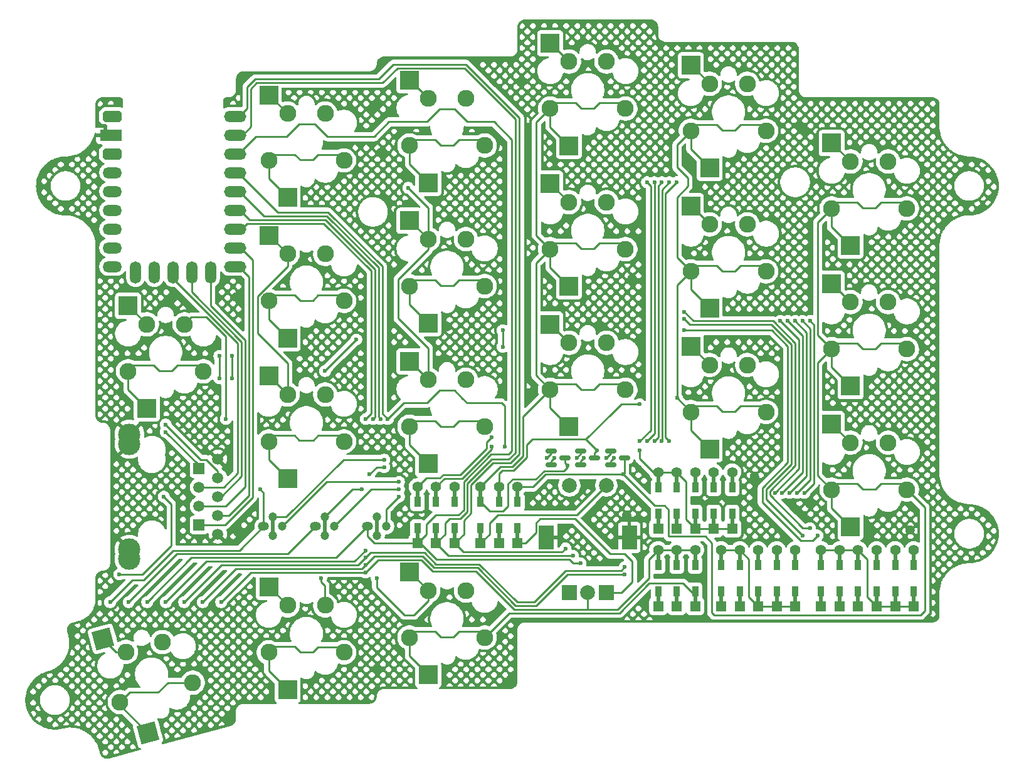
<source format=gbr>
%TF.GenerationSoftware,KiCad,Pcbnew,9.0.4*%
%TF.CreationDate,2025-10-31T22:45:30+09:00*%
%TF.ProjectId,KeeNoard-SMD,4b65654e-6f61-4726-942d-534d442e6b69,rev?*%
%TF.SameCoordinates,Original*%
%TF.FileFunction,Copper,L2,Bot*%
%TF.FilePolarity,Positive*%
%FSLAX46Y46*%
G04 Gerber Fmt 4.6, Leading zero omitted, Abs format (unit mm)*
G04 Created by KiCad (PCBNEW 9.0.4) date 2025-10-31 22:45:30*
%MOMM*%
%LPD*%
G01*
G04 APERTURE LIST*
G04 Aperture macros list*
%AMRoundRect*
0 Rectangle with rounded corners*
0 $1 Rounding radius*
0 $2 $3 $4 $5 $6 $7 $8 $9 X,Y pos of 4 corners*
0 Add a 4 corners polygon primitive as box body*
4,1,4,$2,$3,$4,$5,$6,$7,$8,$9,$2,$3,0*
0 Add four circle primitives for the rounded corners*
1,1,$1+$1,$2,$3*
1,1,$1+$1,$4,$5*
1,1,$1+$1,$6,$7*
1,1,$1+$1,$8,$9*
0 Add four rect primitives between the rounded corners*
20,1,$1+$1,$2,$3,$4,$5,0*
20,1,$1+$1,$4,$5,$6,$7,0*
20,1,$1+$1,$6,$7,$8,$9,0*
20,1,$1+$1,$8,$9,$2,$3,0*%
%AMRotRect*
0 Rectangle, with rotation*
0 The origin of the aperture is its center*
0 $1 length*
0 $2 width*
0 $3 Rotation angle, in degrees counterclockwise*
0 Add horizontal line*
21,1,$1,$2,0,0,$3*%
%AMOutline5P*
0 Free polygon, 5 corners , with rotation*
0 The origin of the aperture is its center*
0 number of corners: always 5*
0 $1 to $10 corner X, Y*
0 $11 Rotation angle, in degrees counterclockwise*
0 create outline with 5 corners*
4,1,5,$1,$2,$3,$4,$5,$6,$7,$8,$9,$10,$1,$2,$11*%
%AMOutline6P*
0 Free polygon, 6 corners , with rotation*
0 The origin of the aperture is its center*
0 number of corners: always 6*
0 $1 to $12 corner X, Y*
0 $13 Rotation angle, in degrees counterclockwise*
0 create outline with 6 corners*
4,1,6,$1,$2,$3,$4,$5,$6,$7,$8,$9,$10,$11,$12,$1,$2,$13*%
%AMOutline7P*
0 Free polygon, 7 corners , with rotation*
0 The origin of the aperture is its center*
0 number of corners: always 7*
0 $1 to $14 corner X, Y*
0 $15 Rotation angle, in degrees counterclockwise*
0 create outline with 7 corners*
4,1,7,$1,$2,$3,$4,$5,$6,$7,$8,$9,$10,$11,$12,$13,$14,$1,$2,$15*%
%AMOutline8P*
0 Free polygon, 8 corners , with rotation*
0 The origin of the aperture is its center*
0 number of corners: always 8*
0 $1 to $16 corner X, Y*
0 $17 Rotation angle, in degrees counterclockwise*
0 create outline with 8 corners*
4,1,8,$1,$2,$3,$4,$5,$6,$7,$8,$9,$10,$11,$12,$13,$14,$15,$16,$1,$2,$17*%
G04 Aperture macros list end*
%TA.AperFunction,Conductor*%
%ADD10C,0.500000*%
%TD*%
%TA.AperFunction,ComponentPad*%
%ADD11R,1.397000X1.397000*%
%TD*%
%TA.AperFunction,SMDPad,CuDef*%
%ADD12R,0.500000X2.000000*%
%TD*%
%TA.AperFunction,SMDPad,CuDef*%
%ADD13R,0.940000X1.400000*%
%TD*%
%TA.AperFunction,ComponentPad*%
%ADD14C,1.397000*%
%TD*%
%TA.AperFunction,ComponentPad*%
%ADD15C,1.200000*%
%TD*%
%TA.AperFunction,ComponentPad*%
%ADD16O,1.500000X1.200000*%
%TD*%
%TA.AperFunction,ComponentPad*%
%ADD17R,2.000000X2.000000*%
%TD*%
%TA.AperFunction,ComponentPad*%
%ADD18C,2.000000*%
%TD*%
%TA.AperFunction,ComponentPad*%
%ADD19R,2.000000X3.200000*%
%TD*%
%TA.AperFunction,SMDPad,CuDef*%
%ADD20R,2.500000X2.550000*%
%TD*%
%TA.AperFunction,ComponentPad*%
%ADD21C,2.286000*%
%TD*%
%TA.AperFunction,ComponentPad*%
%ADD22O,3.000000X1.500000*%
%TD*%
%TA.AperFunction,ComponentPad*%
%ADD23O,1.500000X3.000000*%
%TD*%
%TA.AperFunction,ComponentPad*%
%ADD24O,2.600000X1.500000*%
%TD*%
%TA.AperFunction,ComponentPad*%
%ADD25Outline8P,-1.300000X0.450000X-1.000000X0.750000X1.000000X0.750000X1.300000X0.450000X1.300000X-0.450000X1.000000X-0.750000X-1.000000X-0.750000X-1.300000X-0.450000X0.000000*%
%TD*%
%TA.AperFunction,ComponentPad*%
%ADD26R,3.000000X1.500000*%
%TD*%
%TA.AperFunction,SMDPad,CuDef*%
%ADD27RoundRect,0.150000X0.587500X0.150000X-0.587500X0.150000X-0.587500X-0.150000X0.587500X-0.150000X0*%
%TD*%
%TA.AperFunction,ComponentPad*%
%ADD28R,1.500000X1.500000*%
%TD*%
%TA.AperFunction,ComponentPad*%
%ADD29C,1.500000*%
%TD*%
%TA.AperFunction,ComponentPad*%
%ADD30C,3.000000*%
%TD*%
%TA.AperFunction,SMDPad,CuDef*%
%ADD31RotRect,2.550000X2.500000X285.000000*%
%TD*%
%TA.AperFunction,ViaPad*%
%ADD32C,0.600000*%
%TD*%
%TA.AperFunction,Conductor*%
%ADD33C,0.250000*%
%TD*%
G04 APERTURE END LIST*
D10*
%TO.N,GND*%
X37400000Y-37350000D02*
X36375000Y-37350000D01*
X37400000Y-38600000D02*
X37400000Y-37350000D01*
%TD*%
D11*
%TO.P,D10,1,K*%
%TO.N,Net-(D10-K)*%
X117000000Y-102309999D03*
D12*
X117000000Y-101250000D03*
D13*
X116999998Y-100274998D03*
%TO.P,D10,2,A*%
%TO.N,ROW 4*%
X117000002Y-96725002D03*
D12*
X117000000Y-95750000D03*
D14*
X117000000Y-94690001D03*
%TD*%
D11*
%TO.P,D+2,1,K*%
%TO.N,COL 2*%
X81999998Y-93809999D03*
D12*
X81999998Y-92750000D03*
D13*
X82000000Y-91774998D03*
%TO.P,D+2,2,A*%
%TO.N,COL 2 RX*%
X81999996Y-88225002D03*
D12*
X81999998Y-87250000D03*
D14*
X81999998Y-86190001D03*
%TD*%
D11*
%TO.P,D11,1,K*%
%TO.N,ROW 1*%
X117000000Y-91809999D03*
D12*
X117000000Y-90750000D03*
D13*
X116999998Y-89774998D03*
%TO.P,D11,2,A*%
%TO.N,Net-(D11-A)*%
X117000002Y-86225002D03*
D12*
X117000000Y-85250000D03*
D14*
X117000000Y-84190001D03*
%TD*%
D15*
%TO.P,Q1,1,C*%
%TO.N,COL 1 TX*%
X61270000Y-91500000D03*
%TO.P,Q1,2,B*%
%TO.N,COL 1 RX*%
X60000000Y-90230000D03*
D12*
X60000000Y-91500000D03*
D15*
X60000000Y-92770000D03*
D16*
%TO.P,Q1,3,E*%
%TO.N,COL 1*%
X58730000Y-91500000D03*
%TD*%
D17*
%TO.P,SW20,A,A*%
%TO.N,Net-(D++2-K)*%
X100000000Y-100500000D03*
%TO.P,SW20,B,B*%
%TO.N,Net-(D++3-K)*%
X105000000Y-100500000D03*
D18*
%TO.P,SW20,C,C*%
%TO.N,ROW 4*%
X102500000Y-100500000D03*
X102500000Y-100500000D03*
D19*
%TO.P,SW20,MP*%
%TO.N,GND*%
X96900000Y-93000000D03*
X108100000Y-93000000D03*
D18*
%TO.P,SW20,S1,S1*%
%TO.N,Net-(D++1-K)*%
X105000000Y-86000000D03*
%TO.P,SW20,S2,S2*%
%TO.N,ROW 4*%
X100000000Y-86000000D03*
%TD*%
D20*
%TO.P,SW6,1,1*%
%TO.N,COL 2 RX*%
X59420000Y-99710000D03*
D21*
X67040000Y-102190000D03*
X61960000Y-102190000D03*
%TO.P,SW6,2,2*%
%TO.N,Net-(D6-K)*%
X69580000Y-108540000D03*
X59420000Y-108540000D03*
D20*
X61960000Y-113560000D03*
%TD*%
D15*
%TO.P,Q2,1,C*%
%TO.N,COL 2 TX*%
X68270000Y-91500000D03*
%TO.P,Q2,2,B*%
%TO.N,COL 2 RX*%
X67000000Y-90230000D03*
D12*
X67000000Y-91500000D03*
D15*
X67000000Y-92770000D03*
D16*
%TO.P,Q2,3,E*%
%TO.N,COL 2*%
X65730000Y-91500000D03*
%TD*%
D20*
%TO.P,SW3,1,1*%
%TO.N,COL 2 RX*%
X59420000Y-33210000D03*
D21*
X67040000Y-35690000D03*
X61960000Y-35690000D03*
%TO.P,SW3,2,2*%
%TO.N,Net-(D3-K)*%
X69580000Y-42040000D03*
X59420000Y-42040000D03*
D20*
X61960000Y-47060000D03*
%TD*%
D11*
%TO.P,D13,1,K*%
%TO.N,ROW 3*%
X141499996Y-102309996D03*
D12*
X141499996Y-101249997D03*
D13*
X141499994Y-100274995D03*
%TO.P,D13,2,A*%
%TO.N,Net-(D13-A)*%
X141499998Y-96724999D03*
D12*
X141499996Y-95749997D03*
D14*
X141499996Y-94689998D03*
%TD*%
D20*
%TO.P,SW4,1,1*%
%TO.N,COL 2 RX*%
X59420000Y-52210000D03*
D21*
X67040000Y-54690000D03*
X61960000Y-54690000D03*
%TO.P,SW4,2,2*%
%TO.N,Net-(D4-K)*%
X69580000Y-61040000D03*
X59420000Y-61040000D03*
D20*
X61960000Y-66060000D03*
%TD*%
D11*
%TO.P,D14,1,K*%
%TO.N,ROW 1*%
X119499997Y-91810004D03*
D12*
X119499997Y-90750005D03*
D13*
X119499995Y-89775003D03*
%TO.P,D14,2,A*%
%TO.N,Net-(D14-A)*%
X119499999Y-86225007D03*
D12*
X119499997Y-85250005D03*
D14*
X119499997Y-84190006D03*
%TD*%
D20*
%TO.P,SW13,1,1*%
%TO.N,Net-(D13-A)*%
X97420000Y-64210000D03*
D21*
X105040000Y-66690000D03*
X99960000Y-66690000D03*
%TO.P,SW13,2,2*%
%TO.N,COL 1 TX*%
X107580000Y-73040000D03*
X97420000Y-73040000D03*
D20*
X99960000Y-78060000D03*
%TD*%
D11*
%TO.P,D8,1,K*%
%TO.N,Net-(D8-K)*%
X123000000Y-102309999D03*
D12*
X123000000Y-101250000D03*
D13*
X122999998Y-100274998D03*
%TO.P,D8,2,A*%
%TO.N,ROW 2*%
X123000002Y-96725002D03*
D12*
X123000000Y-95750000D03*
D14*
X123000000Y-94690001D03*
%TD*%
D22*
%TO.P,U1,0,0*%
%TO.N,COL 1*%
X54870000Y-36090000D03*
%TO.P,U1,1,1*%
%TO.N,COL 2*%
X54870000Y-38630000D03*
%TO.P,U1,2,2*%
%TO.N,COL 3*%
X54870000Y-41170000D03*
%TO.P,U1,3,3*%
%TO.N,ROW 1*%
X54870000Y-43710000D03*
%TO.P,U1,4,4*%
%TO.N,ROW 2*%
X54870000Y-46250000D03*
%TO.P,U1,5,5*%
%TO.N,ROW 3*%
X54870000Y-48790000D03*
%TO.P,U1,6,6*%
%TO.N,ROW 4*%
X54870000Y-51330000D03*
%TO.P,U1,7,7*%
%TO.N,COL SEND 1*%
X54870000Y-53870000D03*
%TO.P,U1,8,8*%
%TO.N,COL SEND 2*%
X54870000Y-56410000D03*
D23*
%TO.P,U1,9,9*%
%TO.N,COL SEND 3*%
X51580000Y-57160000D03*
%TO.P,U1,10,10*%
%TO.N,ROW RECV 1*%
X49040000Y-57160000D03*
%TO.P,U1,11,11*%
%TO.N,COL RECV 3*%
X46500000Y-57160000D03*
%TO.P,U1,12,12*%
%TO.N,COL RECV 2*%
X43960000Y-57160000D03*
%TO.P,U1,13,13*%
%TO.N,COL RECV 1*%
X41420000Y-57160000D03*
D24*
%TO.P,U1,14,14*%
%TO.N,unconnected-(U1-Pad14)*%
X38330000Y-56410000D03*
%TO.P,U1,15,15*%
%TO.N,unconnected-(U1-Pad15)*%
X38330000Y-53870000D03*
%TO.P,U1,26,26*%
%TO.N,unconnected-(U1-Pad26)*%
X38330000Y-51330000D03*
%TO.P,U1,27,27*%
%TO.N,unconnected-(U1-Pad27)*%
X38330000Y-48790000D03*
%TO.P,U1,28,28*%
%TO.N,unconnected-(U1-Pad28)*%
X38330000Y-46250000D03*
%TO.P,U1,29,29*%
%TO.N,unconnected-(U1-Pad29)*%
X38330000Y-43710000D03*
D25*
%TO.P,U1,30,3V3*%
%TO.N,unconnected-(U1-3V3-Pad30)*%
X38330000Y-41170000D03*
D26*
%TO.P,U1,31,GND*%
%TO.N,GND*%
X38130000Y-38630000D03*
D25*
%TO.P,U1,32,5V*%
%TO.N,unconnected-(U1-5V-Pad32)*%
X38330000Y-36090000D03*
%TD*%
D20*
%TO.P,SW5,1,1*%
%TO.N,COL 2 RX*%
X59420000Y-71210000D03*
D21*
X67040000Y-73690000D03*
X61960000Y-73690000D03*
%TO.P,SW5,2,2*%
%TO.N,Net-(D5-K)*%
X69580000Y-80040000D03*
X59420000Y-80040000D03*
D20*
X61960000Y-85060000D03*
%TD*%
D11*
%TO.P,D3,1,K*%
%TO.N,Net-(D3-K)*%
X112000001Y-91810002D03*
D12*
X112000001Y-90750003D03*
D13*
X111999999Y-89775001D03*
%TO.P,D3,2,A*%
%TO.N,ROW 1*%
X112000003Y-86225005D03*
D12*
X112000001Y-85250003D03*
D14*
X112000001Y-84190004D03*
%TD*%
D11*
%TO.P,D4,1,K*%
%TO.N,Net-(D4-K)*%
X120500000Y-102309999D03*
D12*
X120500000Y-101250000D03*
D13*
X120499998Y-100274998D03*
%TO.P,D4,2,A*%
%TO.N,ROW 2*%
X120500002Y-96725002D03*
D12*
X120500000Y-95750000D03*
D14*
X120500000Y-94690001D03*
%TD*%
D11*
%TO.P,D+3,1,K*%
%TO.N,COL 3*%
X79499996Y-93809999D03*
D12*
X79499996Y-92750000D03*
D13*
X79499998Y-91774998D03*
%TO.P,D+3,2,A*%
%TO.N,COL 3 RX*%
X79499994Y-88225002D03*
D12*
X79499996Y-87250000D03*
D14*
X79499996Y-86190001D03*
%TD*%
D20*
%TO.P,SW12,1,1*%
%TO.N,Net-(D12-A)*%
X97420000Y-45210000D03*
D21*
X105040000Y-47690000D03*
X99960000Y-47690000D03*
%TO.P,SW12,2,2*%
%TO.N,COL 1 TX*%
X107580000Y-54040000D03*
X97420000Y-54040000D03*
D20*
X99960000Y-59060000D03*
%TD*%
%TO.P,SW15,1,1*%
%TO.N,Net-(D15-A)*%
X116420000Y-48210000D03*
D21*
X124040000Y-50690000D03*
X118960000Y-50690000D03*
%TO.P,SW15,2,2*%
%TO.N,COL 2 TX*%
X126580000Y-57040000D03*
X116420000Y-57040000D03*
D20*
X118960000Y-62060000D03*
%TD*%
%TO.P,SW10,1,1*%
%TO.N,COL 3 RX*%
X78420000Y-97710000D03*
D21*
X86040000Y-100190000D03*
X80960000Y-100190000D03*
%TO.P,SW10,2,2*%
%TO.N,Net-(D10-K)*%
X88580000Y-106540000D03*
X78420000Y-106540000D03*
D20*
X80960000Y-111560000D03*
%TD*%
%TO.P,SW19,1,1*%
%TO.N,Net-(D19-A)*%
X135420000Y-77710000D03*
D21*
X143040000Y-80190000D03*
X137960000Y-80190000D03*
%TO.P,SW19,2,2*%
%TO.N,COL 3 TX*%
X145580000Y-86540000D03*
X135420000Y-86540000D03*
D20*
X137960000Y-91560000D03*
%TD*%
D11*
%TO.P,D17,1,K*%
%TO.N,ROW 1*%
X121999998Y-91810003D03*
D12*
X121999998Y-90750004D03*
D13*
X121999996Y-89775002D03*
%TO.P,D17,2,A*%
%TO.N,Net-(D17-A)*%
X122000000Y-86225006D03*
D12*
X121999998Y-85250004D03*
D14*
X121999998Y-84190005D03*
%TD*%
D20*
%TO.P,SW8,1,1*%
%TO.N,COL 3 RX*%
X78420000Y-50210000D03*
D21*
X86040000Y-52690000D03*
X80960000Y-52690000D03*
%TO.P,SW8,2,2*%
%TO.N,Net-(D8-K)*%
X88580000Y-59040000D03*
X78420000Y-59040000D03*
D20*
X80960000Y-64060000D03*
%TD*%
D11*
%TO.P,D+1,1,K*%
%TO.N,COL 1*%
X84499997Y-93810001D03*
D12*
X84499997Y-92750002D03*
D13*
X84499999Y-91775000D03*
%TO.P,D+1,2,A*%
%TO.N,COL 1 RX*%
X84499995Y-88225004D03*
D12*
X84499997Y-87250002D03*
D14*
X84499997Y-86190003D03*
%TD*%
D20*
%TO.P,SW11,1,1*%
%TO.N,Net-(D11-A)*%
X97420000Y-26210000D03*
D21*
X105040000Y-28690000D03*
X99960000Y-28690000D03*
%TO.P,SW11,2,2*%
%TO.N,COL 1 TX*%
X107580000Y-35040000D03*
X97420000Y-35040000D03*
D20*
X99960000Y-40060000D03*
%TD*%
D27*
%TO.P,Q3,1,C*%
%TO.N,COL 3 TX*%
X107437500Y-82250000D03*
X107437500Y-82250000D03*
%TO.P,Q3,2,B*%
%TO.N,COL 3 RX*%
X105562500Y-83200000D03*
X105562500Y-83200000D03*
%TO.P,Q3,3,E*%
%TO.N,COL 3*%
X105562500Y-81300000D03*
X105562500Y-81300000D03*
%TD*%
D28*
%TO.P,J2_RECV1,1*%
%TO.N,COL RECV 1*%
X50000000Y-83690000D03*
D29*
%TO.P,J2_RECV1,2*%
%TO.N,COL RECV 2*%
X52540000Y-84960000D03*
%TO.P,J2_RECV1,3*%
%TO.N,COL RECV 3*%
X50000000Y-86230000D03*
%TO.P,J2_RECV1,4*%
%TO.N,ROW RECV 1*%
X52540000Y-87500000D03*
%TO.P,J2_RECV1,5*%
%TO.N,COL SEND 3*%
X50000000Y-88770000D03*
%TO.P,J2_RECV1,6*%
%TO.N,COL SEND 2*%
X52540000Y-90040000D03*
D28*
%TO.P,J2_RECV1,7*%
%TO.N,COL SEND 1*%
X50000000Y-91310000D03*
D29*
%TO.P,J2_RECV1,8*%
%TO.N,GND*%
X52540000Y-82420000D03*
X52540000Y-92580000D03*
D30*
%TO.P,J2_RECV1,SH*%
X40600000Y-79095000D03*
X40600000Y-80365000D03*
X40600000Y-94635000D03*
X40600000Y-95905000D03*
%TD*%
D11*
%TO.P,D6,1,K*%
%TO.N,Net-(D6-K)*%
X114500000Y-102309999D03*
D12*
X114500000Y-101250000D03*
D13*
X114499998Y-100274998D03*
%TO.P,D6,2,A*%
%TO.N,ROW 4*%
X114500002Y-96725002D03*
D12*
X114500000Y-95750000D03*
D14*
X114500000Y-94690001D03*
%TD*%
D27*
%TO.P,Q2,1,C*%
%TO.N,COL 2 TX*%
X103437500Y-82250000D03*
X103437500Y-82250000D03*
%TO.P,Q2,2,B*%
%TO.N,COL 2 RX*%
X101562500Y-83200000D03*
X101562500Y-83200000D03*
%TO.P,Q2,3,E*%
%TO.N,COL 2*%
X101562500Y-81300000D03*
X101562500Y-81300000D03*
%TD*%
D20*
%TO.P,SW16,1,1*%
%TO.N,Net-(D16-A)*%
X116420000Y-67210000D03*
D21*
X124040000Y-69690000D03*
X118960000Y-69690000D03*
%TO.P,SW16,2,2*%
%TO.N,COL 2 TX*%
X126580000Y-76040000D03*
X116420000Y-76040000D03*
D20*
X118960000Y-81060000D03*
%TD*%
%TO.P,SW9,1,1*%
%TO.N,COL 3 RX*%
X78420000Y-69210000D03*
D21*
X86040000Y-71690000D03*
X80960000Y-71690000D03*
%TO.P,SW9,2,2*%
%TO.N,Net-(D9-K)*%
X88580000Y-78040000D03*
X78420000Y-78040000D03*
D20*
X80960000Y-83060000D03*
%TD*%
D11*
%TO.P,D7,1,K*%
%TO.N,Net-(D7-K)*%
X114500001Y-91810002D03*
D12*
X114500001Y-90750003D03*
D13*
X114499999Y-89775001D03*
%TO.P,D7,2,A*%
%TO.N,ROW 1*%
X114500003Y-86225005D03*
D12*
X114500001Y-85250003D03*
D14*
X114500001Y-84190004D03*
%TD*%
D20*
%TO.P,SW17,1,1*%
%TO.N,Net-(D17-A)*%
X135420000Y-39710000D03*
D21*
X143040000Y-42190000D03*
X137960000Y-42190000D03*
%TO.P,SW17,2,2*%
%TO.N,COL 3 TX*%
X145580000Y-48540000D03*
X135420000Y-48540000D03*
D20*
X137960000Y-53560000D03*
%TD*%
D11*
%TO.P,D16,1,K*%
%TO.N,ROW 3*%
X143999995Y-102310000D03*
D12*
X143999995Y-101250001D03*
D13*
X143999993Y-100274999D03*
%TO.P,D16,2,A*%
%TO.N,Net-(D16-A)*%
X143999997Y-96725003D03*
D12*
X143999995Y-95750001D03*
D14*
X143999995Y-94690002D03*
%TD*%
D20*
%TO.P,SW1,1,1*%
%TO.N,COL 1 RX*%
X40420000Y-61710000D03*
D21*
X48040000Y-64190000D03*
X42960000Y-64190000D03*
%TO.P,SW1,2,2*%
%TO.N,Net-(D1-K)*%
X50580000Y-70540000D03*
X40420000Y-70540000D03*
D20*
X42960000Y-75560000D03*
%TD*%
D11*
%TO.P,D19,1,K*%
%TO.N,ROW 3*%
X146499998Y-102309997D03*
D12*
X146499998Y-101249998D03*
D13*
X146499996Y-100274996D03*
%TO.P,D19,2,A*%
%TO.N,Net-(D19-A)*%
X146500000Y-96725000D03*
D12*
X146499998Y-95749998D03*
D14*
X146499998Y-94689999D03*
%TD*%
D11*
%TO.P,D9,1,K*%
%TO.N,Net-(D9-K)*%
X138999999Y-102309999D03*
D12*
X138999999Y-101250000D03*
D13*
X138999997Y-100274998D03*
%TO.P,D9,2,A*%
%TO.N,ROW 3*%
X139000001Y-96725002D03*
D12*
X138999999Y-95750000D03*
D14*
X138999999Y-94690001D03*
%TD*%
D20*
%TO.P,SW7,1,1*%
%TO.N,COL 3 RX*%
X78420000Y-31210000D03*
D21*
X86040000Y-33690000D03*
X80960000Y-33690000D03*
%TO.P,SW7,2,2*%
%TO.N,Net-(D7-K)*%
X88580000Y-40040000D03*
X78420000Y-40040000D03*
D20*
X80960000Y-45060000D03*
%TD*%
D15*
%TO.P,Q3,1,C*%
%TO.N,COL 3 TX*%
X75270000Y-91500000D03*
%TO.P,Q3,2,B*%
%TO.N,COL 3 RX*%
X74000000Y-90230000D03*
D12*
X74000000Y-91500000D03*
D15*
X74000000Y-92770000D03*
D16*
%TO.P,Q3,3,E*%
%TO.N,COL 3*%
X72730000Y-91500000D03*
%TD*%
D11*
%TO.P,D5,1,K*%
%TO.N,Net-(D5-K)*%
X136500000Y-102310002D03*
D12*
X136500000Y-101250003D03*
D13*
X136499998Y-100275001D03*
%TO.P,D5,2,A*%
%TO.N,ROW 3*%
X136500002Y-96725005D03*
D12*
X136500000Y-95750003D03*
D14*
X136500000Y-94690004D03*
%TD*%
D20*
%TO.P,SW18,1,1*%
%TO.N,Net-(D18-A)*%
X135420000Y-58710000D03*
D21*
X143040000Y-61190000D03*
X137960000Y-61190000D03*
%TO.P,SW18,2,2*%
%TO.N,COL 3 TX*%
X145580000Y-67540000D03*
X135420000Y-67540000D03*
D20*
X137960000Y-72560000D03*
%TD*%
D31*
%TO.P,SW2,1,1*%
%TO.N,COL 1 RX*%
X37054796Y-106728720D03*
D21*
X45057022Y-107152015D03*
X40150119Y-108466816D03*
%TO.P,SW2,2,2*%
%TO.N,Net-(D2-K)*%
X49153975Y-112628244D03*
X39340168Y-115257845D03*
D31*
X43092891Y-119449393D03*
%TD*%
D20*
%TO.P,SW14,1,1*%
%TO.N,Net-(D14-A)*%
X116420000Y-29210000D03*
D21*
X124040000Y-31690000D03*
X118960000Y-31690000D03*
%TO.P,SW14,2,2*%
%TO.N,COL 2 TX*%
X126580000Y-38040000D03*
X116420000Y-38040000D03*
D20*
X118960000Y-43060000D03*
%TD*%
D27*
%TO.P,Q1,1,C*%
%TO.N,COL 1 TX*%
X99437500Y-82250000D03*
X99437500Y-82250000D03*
%TO.P,Q1,2,B*%
%TO.N,COL 1 RX*%
X97562500Y-83200000D03*
X97562500Y-83200000D03*
%TO.P,Q1,3,E*%
%TO.N,COL 1*%
X97562500Y-81300000D03*
X97562500Y-81300000D03*
%TD*%
D11*
%TO.P,D1,1,K*%
%TO.N,Net-(D1-K)*%
X133999999Y-102309999D03*
D12*
X133999999Y-101250000D03*
D13*
X133999997Y-100274998D03*
%TO.P,D1,2,A*%
%TO.N,ROW 3*%
X134000001Y-96725002D03*
D12*
X133999999Y-95750000D03*
D14*
X133999999Y-94690001D03*
%TD*%
D11*
%TO.P,D++1,1,K*%
%TO.N,Net-(D++1-K)*%
X88000002Y-93810002D03*
D12*
X88000002Y-92750003D03*
D13*
X88000000Y-91775001D03*
%TO.P,D++1,2,A*%
%TO.N,COL 1 TX*%
X88000004Y-88225005D03*
D12*
X88000002Y-87250003D03*
D14*
X88000002Y-86190004D03*
%TD*%
D11*
%TO.P,D15,1,K*%
%TO.N,ROW 2*%
X127999999Y-102309999D03*
D12*
X127999999Y-101250000D03*
D13*
X127999997Y-100274998D03*
%TO.P,D15,2,A*%
%TO.N,Net-(D15-A)*%
X128000001Y-96725002D03*
D12*
X127999999Y-95750000D03*
D14*
X127999999Y-94690001D03*
%TD*%
D11*
%TO.P,D12,1,K*%
%TO.N,ROW 2*%
X125500000Y-102309995D03*
D12*
X125500000Y-101249996D03*
D13*
X125499998Y-100274994D03*
%TO.P,D12,2,A*%
%TO.N,Net-(D12-A)*%
X125500002Y-96724998D03*
D12*
X125500000Y-95749996D03*
D14*
X125500000Y-94689997D03*
%TD*%
D11*
%TO.P,D++2,1,K*%
%TO.N,Net-(D++2-K)*%
X90500000Y-93809998D03*
D12*
X90500000Y-92749999D03*
D13*
X90499998Y-91774997D03*
%TO.P,D++2,2,A*%
%TO.N,COL 2 TX*%
X90500002Y-88225001D03*
D12*
X90500000Y-87249999D03*
D14*
X90500000Y-86190000D03*
%TD*%
D11*
%TO.P,D18,1,K*%
%TO.N,ROW 2*%
X130499999Y-102309995D03*
D12*
X130499999Y-101249996D03*
D13*
X130499997Y-100274994D03*
%TO.P,D18,2,A*%
%TO.N,Net-(D18-A)*%
X130500001Y-96724998D03*
D12*
X130499999Y-95749996D03*
D14*
X130499999Y-94689997D03*
%TD*%
D11*
%TO.P,D++3,1,K*%
%TO.N,Net-(D++3-K)*%
X93000004Y-93810000D03*
D12*
X93000004Y-92750001D03*
D13*
X93000002Y-91774999D03*
%TO.P,D++3,2,A*%
%TO.N,COL 3 TX*%
X93000006Y-88225003D03*
D12*
X93000004Y-87250001D03*
D14*
X93000004Y-86190002D03*
%TD*%
D11*
%TO.P,D2,1,K*%
%TO.N,Net-(D2-K)*%
X112000000Y-102309999D03*
D12*
X112000000Y-101250000D03*
D13*
X111999998Y-100274998D03*
%TO.P,D2,2,A*%
%TO.N,ROW 4*%
X112000002Y-96725002D03*
D12*
X112000000Y-95750000D03*
D14*
X112000000Y-94690001D03*
%TD*%
D32*
%TO.N,COL 1 TX*%
X77000000Y-85500000D03*
X99750000Y-83250000D03*
%TO.N,COL 2 TX*%
X114544001Y-74164002D03*
X77000000Y-86500000D03*
X103750000Y-81250000D03*
X109500000Y-75000000D03*
%TO.N,COL 3 TX*%
X107301000Y-84500000D03*
X77000000Y-87500000D03*
%TO.N,COL 1 RX*%
X98000000Y-82250000D03*
X53626000Y-77000000D03*
X75000000Y-82500000D03*
%TO.N,COL 1*%
X52750000Y-68500000D03*
X52750000Y-71500000D03*
X38000000Y-101750000D03*
X97000000Y-82250000D03*
X58250000Y-86500000D03*
X99500000Y-94500000D03*
%TO.N,COL 2*%
X54500000Y-71500000D03*
X101000000Y-82250000D03*
X54500000Y-68500000D03*
X100500000Y-95500000D03*
X40500000Y-101750000D03*
%TO.N,COL 2 RX*%
X102000000Y-82250000D03*
X89500000Y-80750000D03*
X73000000Y-84500000D03*
X72000000Y-86500000D03*
X75000000Y-83500000D03*
X66500000Y-98500000D03*
%TO.N,COL 3*%
X43000000Y-101750000D03*
X105000000Y-82250000D03*
X101500000Y-96500000D03*
%TO.N,COL 3 RX*%
X74000000Y-98500000D03*
X106000000Y-82250000D03*
X78250000Y-45750000D03*
X89500000Y-79500000D03*
%TO.N,Net-(D1-K)*%
X131500000Y-92750000D03*
X71256500Y-66256500D03*
X67006500Y-70506500D03*
X115500000Y-63500000D03*
%TO.N,Net-(D3-K)*%
X110500000Y-45000000D03*
X109500000Y-80000000D03*
%TO.N,Net-(D4-K)*%
X127750000Y-87000000D03*
X128500000Y-63750000D03*
%TO.N,Net-(D5-K)*%
X91000000Y-65000000D03*
X115500000Y-62500000D03*
X91000000Y-67250000D03*
X132500000Y-91750000D03*
%TO.N,Net-(D7-K)*%
X111500000Y-45000000D03*
X110500000Y-80000000D03*
%TO.N,Net-(D8-K)*%
X129500000Y-63750000D03*
X128750000Y-87000000D03*
%TO.N,Net-(D9-K)*%
X133500000Y-92750000D03*
X115500000Y-65000000D03*
%TO.N,Net-(D11-A)*%
X111500000Y-80000000D03*
X112500000Y-45000000D03*
%TO.N,ROW 1*%
X72500000Y-94750000D03*
X45500000Y-101750000D03*
X91250000Y-80750000D03*
X75500000Y-77000000D03*
X109500000Y-81250000D03*
%TO.N,ROW 2*%
X74500000Y-77000000D03*
X72500000Y-95750000D03*
X48000000Y-101750000D03*
X107500000Y-97000000D03*
%TO.N,Net-(D12-A)*%
X130500000Y-63750000D03*
X129750000Y-87000000D03*
%TO.N,ROW 3*%
X107500000Y-98000000D03*
X73500000Y-77000000D03*
X50500000Y-101750000D03*
X72500000Y-96750000D03*
%TO.N,Net-(D14-A)*%
X113500000Y-45000000D03*
X112500000Y-80000000D03*
%TO.N,Net-(D15-A)*%
X130750000Y-87000000D03*
X131500000Y-63750000D03*
%TO.N,Net-(D17-A)*%
X114500000Y-45000000D03*
X113500000Y-80000000D03*
%TO.N,Net-(D18-A)*%
X131750000Y-87000000D03*
X132500000Y-63750000D03*
%TO.N,ROW 4*%
X53000000Y-101750000D03*
X72500000Y-77000000D03*
X72500000Y-97750000D03*
%TO.N,COL RECV 2*%
X45500000Y-77750000D03*
%TO.N,COL RECV 1*%
X39250000Y-98000000D03*
X45500000Y-78750000D03*
X45250000Y-87500000D03*
%TO.N,GND*%
X103500000Y-96500000D03*
X78000000Y-44000000D03*
X63000000Y-71500000D03*
X46000000Y-61000000D03*
X64500000Y-74500000D03*
X74500000Y-41000000D03*
X110000000Y-67000000D03*
X94500000Y-49000000D03*
X93500000Y-31500000D03*
X110000000Y-101750000D03*
X146000000Y-92000000D03*
X94500000Y-69000000D03*
X33000000Y-105500000D03*
X108500000Y-58000000D03*
X83500000Y-64500000D03*
X104000000Y-64500000D03*
X83500000Y-69000000D03*
X132500000Y-88500000D03*
X95750000Y-89000000D03*
X107750000Y-90000000D03*
X73750000Y-34750000D03*
X78000000Y-48000000D03*
X74000000Y-110750000D03*
X99250000Y-91500000D03*
X131500000Y-37750000D03*
X94500000Y-73500000D03*
X92000000Y-112500000D03*
X116000000Y-42000000D03*
X140500000Y-92000000D03*
X109500000Y-83500000D03*
X55000000Y-60500000D03*
X72250000Y-62000000D03*
X54000000Y-117500000D03*
X64500000Y-68000000D03*
X77500000Y-92500000D03*
X125000000Y-84750000D03*
X55250000Y-92250000D03*
%TD*%
D33*
%TO.N,Net-(D++1-K)*%
X105000000Y-86000000D02*
X101000000Y-90000000D01*
X89250000Y-91102995D02*
X89250000Y-92560004D01*
X90352995Y-90000000D02*
X89250000Y-91102995D01*
X101000000Y-90000000D02*
X90352995Y-90000000D01*
X89250000Y-92560004D02*
X88000002Y-93810002D01*
%TO.N,COL 1 TX*%
X91002000Y-89498000D02*
X89250000Y-89498000D01*
X107579999Y-54040002D02*
X106789997Y-53250000D01*
X106789997Y-72250000D02*
X104101545Y-72250000D01*
X98210003Y-72250000D02*
X97420001Y-73040002D01*
X97420001Y-73040002D02*
X95500000Y-71120001D01*
X93750000Y-81958521D02*
X93750000Y-82000000D01*
X99750000Y-83250000D02*
X99750000Y-83500000D01*
X95500000Y-55960003D02*
X97420001Y-54040002D01*
X97420001Y-73040002D02*
X93752000Y-76708003D01*
X99750000Y-83500000D02*
X99250000Y-84000000D01*
X93752000Y-76708003D02*
X93752000Y-81956520D01*
X97420001Y-54040002D02*
X97420001Y-56520005D01*
X97420001Y-37520005D02*
X99959996Y-40060000D01*
X101648455Y-54000000D02*
X100898455Y-53250000D01*
X100898455Y-53250000D02*
X98210003Y-53250000D01*
X61270000Y-91500000D02*
X67270000Y-85500000D01*
X67270000Y-85500000D02*
X77000000Y-85500000D01*
X103351545Y-73000000D02*
X101648455Y-73000000D01*
X95544001Y-52164002D02*
X97420001Y-54040002D01*
X97420001Y-35040002D02*
X95544001Y-36916002D01*
X99437500Y-82250000D02*
X99437500Y-82937500D01*
X93752000Y-81956520D02*
X93750000Y-81958521D01*
X89250000Y-89498000D02*
X89250000Y-89475001D01*
X104101545Y-72250000D02*
X103351545Y-73000000D01*
X103351545Y-54000000D02*
X101648455Y-54000000D01*
X89250000Y-89475001D02*
X88000004Y-88225005D01*
X107579999Y-73040002D02*
X106789997Y-72250000D01*
X98210003Y-53250000D02*
X97420001Y-54040002D01*
X99437500Y-82937500D02*
X99750000Y-83250000D01*
X99250000Y-84000000D02*
X96586525Y-84000000D01*
X95544001Y-36916002D02*
X95544001Y-52164002D01*
X93750000Y-82000000D02*
X92281000Y-83469000D01*
X95471023Y-85115502D02*
X92384498Y-85115502D01*
X91750000Y-88750000D02*
X91002000Y-89498000D01*
X92281000Y-83469000D02*
X90721006Y-83469000D01*
X97420001Y-75520005D02*
X97420001Y-73040002D01*
X101648455Y-73000000D02*
X100898455Y-72250000D01*
X99959996Y-78060000D02*
X97420001Y-75520005D01*
X106789997Y-34250000D02*
X104101545Y-34250000D01*
X97420001Y-35040002D02*
X97420001Y-37520005D01*
X107579999Y-35040002D02*
X106789997Y-34250000D01*
X90721006Y-83469000D02*
X88000002Y-86190004D01*
X95500000Y-71120001D02*
X95500000Y-55960003D01*
X98210003Y-34250000D02*
X97420001Y-35040002D01*
X103351545Y-35000000D02*
X101648455Y-35000000D01*
X91750000Y-85750000D02*
X91750000Y-88750000D01*
X96586525Y-84000000D02*
X95471023Y-85115502D01*
X104101545Y-53250000D02*
X103351545Y-54000000D01*
X106789997Y-53250000D02*
X104101545Y-53250000D01*
X97420001Y-56520005D02*
X99959996Y-59060000D01*
X92384498Y-85115502D02*
X91750000Y-85750000D01*
X100898455Y-72250000D02*
X98210003Y-72250000D01*
X101648455Y-35000000D02*
X100898455Y-34250000D01*
X104101545Y-34250000D02*
X103351545Y-35000000D01*
X100898455Y-34250000D02*
X98210003Y-34250000D01*
%TO.N,COL 2 TX*%
X122351545Y-57000000D02*
X120648455Y-57000000D01*
X120648455Y-38000000D02*
X119898455Y-37250000D01*
X117210003Y-37250000D02*
X116420001Y-38040002D01*
X116000000Y-44455999D02*
X116000000Y-45544001D01*
X107000000Y-75000000D02*
X106916000Y-75084000D01*
X117210003Y-56250000D02*
X116420001Y-57040002D01*
X116420001Y-38040002D02*
X114544001Y-39916002D01*
X95000000Y-79750000D02*
X94253000Y-80497000D01*
X90500000Y-84398526D02*
X90500000Y-86190000D01*
X125789997Y-56250000D02*
X123101545Y-56250000D01*
X126579999Y-57040002D02*
X125789997Y-56250000D01*
X114544001Y-58916002D02*
X116420001Y-57040002D01*
X120648455Y-76000000D02*
X119898455Y-75250000D01*
X102250000Y-79750000D02*
X95000000Y-79750000D01*
X120648455Y-57000000D02*
X119898455Y-56250000D01*
X126579999Y-38040002D02*
X125789997Y-37250000D01*
X116420001Y-76040002D02*
X114544001Y-74164002D01*
X94251000Y-82207521D02*
X92488520Y-83970000D01*
X114544001Y-39916002D02*
X114544001Y-43000000D01*
X103750000Y-81250000D02*
X102250000Y-79750000D01*
X123101545Y-56250000D02*
X122351545Y-57000000D01*
X125789997Y-37250000D02*
X123101545Y-37250000D01*
X106916000Y-75087065D02*
X105817065Y-76186000D01*
X116420001Y-57040002D02*
X116420001Y-59520005D01*
X114544001Y-43000000D02*
X116000000Y-44455999D01*
X106916000Y-75084000D02*
X106916000Y-75087065D01*
X94251000Y-82166041D02*
X94251000Y-82207521D01*
X103437500Y-81562500D02*
X103750000Y-81250000D01*
X116000000Y-45544001D02*
X114544001Y-47000000D01*
X119898455Y-75250000D02*
X117210003Y-75250000D01*
X94253000Y-82164041D02*
X94251000Y-82166041D01*
X117210003Y-75250000D02*
X116420001Y-76040002D01*
X122351545Y-38000000D02*
X120648455Y-38000000D01*
X125789997Y-75250000D02*
X123101545Y-75250000D01*
X94253000Y-80497000D02*
X94253000Y-82164041D01*
X90928526Y-83970000D02*
X90500000Y-84398526D01*
X109500000Y-75000000D02*
X107000000Y-75000000D01*
X116420001Y-38040002D02*
X116420001Y-40520005D01*
X122351545Y-76000000D02*
X120648455Y-76000000D01*
X123101545Y-37250000D02*
X122351545Y-38000000D01*
X92488520Y-83970000D02*
X90928526Y-83970000D01*
X126579999Y-76040002D02*
X125789997Y-75250000D01*
X116420001Y-76040002D02*
X116420001Y-78520005D01*
X116420001Y-78520005D02*
X118959996Y-81060000D01*
X105814000Y-76186000D02*
X102250000Y-79750000D01*
X105817065Y-76186000D02*
X105814000Y-76186000D01*
X114544001Y-74164002D02*
X114544001Y-58916002D01*
X114544001Y-55164002D02*
X116420001Y-57040002D01*
X114544001Y-47000000D02*
X114544001Y-55164002D01*
X68270000Y-91500000D02*
X73270000Y-86500000D01*
X119898455Y-56250000D02*
X117210003Y-56250000D01*
X103437500Y-82250000D02*
X103437500Y-81562500D01*
X116420001Y-59520005D02*
X118959996Y-62060000D01*
X73270000Y-86500000D02*
X77000000Y-86500000D01*
X123101545Y-75250000D02*
X122351545Y-76000000D01*
X116420001Y-40520005D02*
X118959996Y-43060000D01*
X119898455Y-37250000D02*
X117210003Y-37250000D01*
%TO.N,COL 3 TX*%
X138898455Y-66750000D02*
X136210003Y-66750000D01*
X145579999Y-48540002D02*
X144789997Y-47750000D01*
X141351545Y-48500000D02*
X139648455Y-48500000D01*
X138898455Y-85750000D02*
X136210003Y-85750000D01*
X93000004Y-86190002D02*
X95105044Y-86190002D01*
X135420001Y-86540002D02*
X135420001Y-89020005D01*
X141351545Y-86500000D02*
X139648455Y-86500000D01*
X113425501Y-92884502D02*
X118384502Y-92884502D01*
X142101545Y-85750000D02*
X141351545Y-86500000D01*
X142101545Y-47750000D02*
X141351545Y-48500000D01*
X111500000Y-88699001D02*
X112845999Y-88699001D01*
X142101545Y-66750000D02*
X141351545Y-67500000D01*
X148000000Y-102958995D02*
X148000000Y-88960003D01*
X119541001Y-103500000D02*
X147458995Y-103500000D01*
X95105044Y-86190002D02*
X96795045Y-84500000D01*
X133544001Y-69416002D02*
X135420001Y-67540002D01*
X107301000Y-84500000D02*
X111500000Y-88699001D01*
X135420001Y-51020005D02*
X137959996Y-53560000D01*
X75270000Y-91500000D02*
X75270000Y-89230000D01*
X113425501Y-89278503D02*
X113425501Y-92884502D01*
X133544001Y-65664002D02*
X133544001Y-50416002D01*
X119250000Y-103208999D02*
X119541001Y-103500000D01*
X144789997Y-66750000D02*
X142101545Y-66750000D01*
X107301000Y-84500000D02*
X107437500Y-84363500D01*
X144789997Y-47750000D02*
X142101545Y-47750000D01*
X139648455Y-67500000D02*
X138898455Y-66750000D01*
X148000000Y-88960003D02*
X144789997Y-85750000D01*
X139648455Y-86500000D02*
X138898455Y-85750000D01*
X138898455Y-47750000D02*
X136210003Y-47750000D01*
X136210003Y-47750000D02*
X135420001Y-48540002D01*
X96795045Y-84500000D02*
X107301000Y-84500000D01*
X145579999Y-67540002D02*
X144789997Y-66750000D01*
X135420001Y-67540002D02*
X133544001Y-65664002D01*
X107437500Y-84363500D02*
X107437500Y-82250000D01*
X135420001Y-89020005D02*
X137959996Y-91560000D01*
X139648455Y-48500000D02*
X138898455Y-47750000D01*
X135420001Y-67540002D02*
X135420001Y-70020005D01*
X135420001Y-48540002D02*
X135420001Y-51020005D01*
X136210003Y-66750000D02*
X135420001Y-67540002D01*
X136210003Y-85750000D02*
X135420001Y-86540002D01*
X135420001Y-86540002D02*
X133544001Y-84664002D01*
X147458995Y-103500000D02*
X148000000Y-102958995D01*
X144789997Y-85750000D02*
X142101545Y-85750000D01*
X75270000Y-89230000D02*
X77000000Y-87500000D01*
X112845999Y-88699001D02*
X113425501Y-89278503D01*
X133544001Y-50416002D02*
X135420001Y-48540002D01*
X133544001Y-84664002D02*
X133544001Y-69416002D01*
X141351545Y-67500000D02*
X139648455Y-67500000D01*
X118384502Y-92884502D02*
X119250000Y-93750000D01*
X119250000Y-93750000D02*
X119250000Y-103208999D01*
X135420001Y-70020005D02*
X137959996Y-72560000D01*
%TO.N,Net-(D++3-K)*%
X108500000Y-96250000D02*
X108500000Y-99000000D01*
X95500000Y-91048000D02*
X96047000Y-90501000D01*
X108500000Y-99000000D02*
X107000000Y-100500000D01*
X94060000Y-93810000D02*
X95500000Y-92370000D01*
X96047000Y-90501000D02*
X100751000Y-90501000D01*
X105500000Y-95250000D02*
X107500000Y-95250000D01*
X107500000Y-95250000D02*
X108500000Y-96250000D01*
X100751000Y-90501000D02*
X105500000Y-95250000D01*
X107000000Y-100500000D02*
X105000000Y-100500000D01*
X95500000Y-92370000D02*
X95500000Y-91048000D01*
X93000004Y-93810000D02*
X94060000Y-93810000D01*
%TO.N,COL 1 RX*%
X97562500Y-82687500D02*
X98000000Y-82250000D01*
X60000000Y-90230000D02*
X61770000Y-90230000D01*
X48980000Y-63250000D02*
X48040000Y-64190000D01*
X38792892Y-108466816D02*
X40150119Y-108466816D01*
X69500000Y-82500000D02*
X75000000Y-82500000D01*
X40480000Y-61710000D02*
X42960000Y-64190000D01*
X61770000Y-90230000D02*
X69500000Y-82500000D01*
X53626000Y-65852934D02*
X51023066Y-63250000D01*
X53626000Y-77000000D02*
X53626000Y-65852934D01*
X51023066Y-63250000D02*
X48980000Y-63250000D01*
X37054796Y-106728720D02*
X38792892Y-108466816D01*
X40420000Y-61710000D02*
X40480000Y-61710000D01*
X97562500Y-83200000D02*
X97562500Y-82687500D01*
%TO.N,COL 1*%
X99002000Y-94998000D02*
X85687996Y-94998000D01*
X56499000Y-35000000D02*
X56499000Y-32145480D01*
X54170000Y-36090000D02*
X55409000Y-36090000D01*
X55409000Y-36090000D02*
X56499000Y-35000000D01*
X52750000Y-68500000D02*
X52750000Y-71500000D01*
X86750000Y-89500000D02*
X86750000Y-89750000D01*
X86750000Y-85920433D02*
X86750000Y-89500000D01*
X41000000Y-98750000D02*
X42500000Y-98750000D01*
X46500000Y-94750000D02*
X55480000Y-94750000D01*
X97562500Y-81687500D02*
X97000000Y-82250000D01*
X58730000Y-86980000D02*
X58250000Y-86500000D01*
X58730000Y-91500000D02*
X58730000Y-86980000D01*
X85687996Y-94998000D02*
X84499997Y-93810001D01*
X57586480Y-31058000D02*
X74250000Y-31058000D01*
X86039586Y-29058000D02*
X93251000Y-36269414D01*
X38000000Y-101750000D02*
X41000000Y-98750000D01*
X74250000Y-31058000D02*
X76250000Y-29058000D01*
X97562500Y-81300000D02*
X97562500Y-81687500D01*
X86750000Y-89750000D02*
X85750000Y-90750000D01*
X42500000Y-98750000D02*
X46500000Y-94750000D01*
X85750000Y-92559998D02*
X84499997Y-93810001D01*
X93251000Y-36269414D02*
X93251000Y-81749000D01*
X56499000Y-32145480D02*
X57586480Y-31058000D01*
X55480000Y-94750000D02*
X58730000Y-91500000D01*
X85750000Y-90750000D02*
X85750000Y-92559998D01*
X89702433Y-82968000D02*
X86750000Y-85920433D01*
X92032000Y-82968000D02*
X89702433Y-82968000D01*
X86752000Y-89498000D02*
X86750000Y-89500000D01*
X93251000Y-81749000D02*
X92032000Y-82968000D01*
X76250000Y-29058000D02*
X86039586Y-29058000D01*
X99500000Y-94500000D02*
X99002000Y-94998000D01*
%TO.N,COL 2*%
X57000000Y-37500000D02*
X57000000Y-32353000D01*
X85250000Y-90500000D02*
X83852999Y-90500000D01*
X83250000Y-92559997D02*
X81999998Y-93809999D01*
X54170000Y-38630000D02*
X55870000Y-38630000D01*
X86249000Y-85712913D02*
X86249000Y-89501000D01*
X40500000Y-101750000D02*
X47000000Y-95250000D01*
X57794000Y-31559000D02*
X74794000Y-31559000D01*
X83688999Y-95499000D02*
X100499000Y-95499000D01*
X101562500Y-81300000D02*
X101562500Y-81687500D01*
X91824480Y-82467000D02*
X89494912Y-82467000D01*
X74794000Y-31559000D02*
X76794000Y-29559000D01*
X92750000Y-36476934D02*
X92750000Y-81541480D01*
X83852999Y-90500000D02*
X83250000Y-91102999D01*
X81999998Y-93809999D02*
X83688999Y-95499000D01*
X101562500Y-81687500D02*
X101000000Y-82250000D01*
X54500000Y-68500000D02*
X54500000Y-71500000D01*
X47000000Y-95250000D02*
X61980000Y-95250000D01*
X76794000Y-29559000D02*
X85832066Y-29559000D01*
X83250000Y-91102999D02*
X83250000Y-92559997D01*
X100499000Y-95499000D02*
X100500000Y-95500000D01*
X61980000Y-95250000D02*
X65730000Y-91500000D01*
X55870000Y-38630000D02*
X57000000Y-37500000D01*
X86249000Y-89501000D02*
X85250000Y-90500000D01*
X85832066Y-29559000D02*
X92750000Y-36476934D01*
X57000000Y-32353000D02*
X57794000Y-31559000D01*
X92750000Y-81541480D02*
X91824480Y-82467000D01*
X89494912Y-82467000D02*
X86249000Y-85712913D01*
%TO.N,COL 2 RX*%
X59480000Y-99710000D02*
X61960000Y-102190000D01*
X101562500Y-82687500D02*
X102000000Y-82250000D01*
X73000000Y-84500000D02*
X74000000Y-83500000D01*
X59420000Y-52210000D02*
X59480000Y-52210000D01*
X61960000Y-69460000D02*
X61960000Y-73690000D01*
X59480000Y-71210000D02*
X61960000Y-73690000D01*
X57901001Y-65401001D02*
X61960000Y-69460000D01*
X101562500Y-83200000D02*
X101562500Y-82687500D01*
X67000000Y-102150000D02*
X67040000Y-102190000D01*
X66500000Y-99000000D02*
X67000000Y-99500000D01*
X59480000Y-52210000D02*
X61960000Y-54690000D01*
X59480000Y-33210000D02*
X61960000Y-35690000D01*
X61960000Y-56351812D02*
X57901001Y-60410811D01*
X83167563Y-85022436D02*
X81999998Y-86190001D01*
X59420000Y-99710000D02*
X59480000Y-99710000D01*
X89500000Y-81044871D02*
X85522436Y-85022436D01*
X89500000Y-80750000D02*
X89500000Y-81044871D01*
X59420000Y-33210000D02*
X59480000Y-33210000D01*
X59420000Y-71210000D02*
X59480000Y-71210000D01*
X67000000Y-99500000D02*
X67000000Y-102150000D01*
X61960000Y-54690000D02*
X61960000Y-56351812D01*
X67000000Y-90230000D02*
X70730000Y-86500000D01*
X74000000Y-83500000D02*
X75000000Y-83500000D01*
X85522436Y-85022436D02*
X83167563Y-85022436D01*
X70730000Y-86500000D02*
X72000000Y-86500000D01*
X66500000Y-98500000D02*
X66500000Y-99000000D01*
X57901001Y-60410811D02*
X57901001Y-65401001D01*
%TO.N,COL 3*%
X80812457Y-36835998D02*
X82518355Y-35130100D01*
X82066562Y-96000000D02*
X100000000Y-96000000D01*
X105562500Y-81300000D02*
X105562500Y-81687500D01*
X75664002Y-36835998D02*
X80812457Y-36835998D01*
X49000000Y-95750000D02*
X68500001Y-95750000D01*
X84481645Y-35130100D02*
X86187543Y-36835998D01*
X85748000Y-85505392D02*
X85748000Y-89252000D01*
X89461912Y-81791480D02*
X85748000Y-85505392D01*
X82000000Y-90000000D02*
X80750000Y-91250000D01*
X67335998Y-38835998D02*
X73664002Y-38835998D01*
X43000000Y-101750000D02*
X49000000Y-95750000D01*
X73659726Y-93809999D02*
X79499996Y-93809999D01*
X73664002Y-38835998D02*
X75664002Y-36835998D01*
X92249000Y-39249000D02*
X92249000Y-81333960D01*
X100000000Y-96000000D02*
X100500000Y-96500000D01*
X80750000Y-91250000D02*
X80750000Y-92559995D01*
X105562500Y-81687500D02*
X105000000Y-82250000D01*
X91791480Y-81791480D02*
X89461912Y-81791480D01*
X86187543Y-36835998D02*
X89835998Y-36835998D01*
X61812457Y-38835998D02*
X63518355Y-37130100D01*
X54170000Y-41170000D02*
X55330000Y-41170000D01*
X79876561Y-93809999D02*
X82066562Y-96000000D01*
X72730000Y-91520001D02*
X72730000Y-91500000D01*
X82518355Y-35130100D02*
X84481645Y-35130100D01*
X79499996Y-93809999D02*
X79876561Y-93809999D01*
X68500001Y-95750000D02*
X72730000Y-91520001D01*
X89835998Y-36835998D02*
X92249000Y-39249000D01*
X72730000Y-91500000D02*
X72730000Y-92880273D01*
X57664002Y-38835998D02*
X61812457Y-38835998D01*
X80750000Y-92559995D02*
X79499996Y-93809999D01*
X72730000Y-92880273D02*
X73659726Y-93809999D01*
X85000000Y-90000000D02*
X82000000Y-90000000D01*
X85748000Y-89252000D02*
X85000000Y-90000000D01*
X63518355Y-37130100D02*
X65630100Y-37130100D01*
X100500000Y-96500000D02*
X101500000Y-96500000D01*
X65630100Y-37130100D02*
X67335998Y-38835998D01*
X55330000Y-41170000D02*
X57664002Y-38835998D01*
X92249000Y-81333960D02*
X91791480Y-81791480D01*
%TO.N,COL 3 RX*%
X80960000Y-48460000D02*
X78250000Y-45750000D01*
X79033064Y-103500000D02*
X80960000Y-101573064D01*
X78480000Y-50210000D02*
X80960000Y-52690000D01*
X78480000Y-97710000D02*
X80960000Y-100190000D01*
X77750000Y-103500000D02*
X79033064Y-103500000D01*
X80960000Y-67460000D02*
X76901001Y-63401001D01*
X80699257Y-84990740D02*
X79499996Y-86190001D01*
X82960042Y-84521436D02*
X82490739Y-84990740D01*
X76901001Y-63401001D02*
X76901001Y-58132063D01*
X78480000Y-31210000D02*
X80960000Y-33690000D01*
X105562500Y-83200000D02*
X105562500Y-82687500D01*
X78420000Y-69210000D02*
X78480000Y-69210000D01*
X105562500Y-82687500D02*
X106000000Y-82250000D01*
X78420000Y-31210000D02*
X78480000Y-31210000D01*
X78420000Y-50210000D02*
X78480000Y-50210000D01*
X85314916Y-84521436D02*
X82960042Y-84521436D01*
X74000000Y-99750000D02*
X77750000Y-103500000D01*
X76901001Y-58132063D02*
X80960000Y-54073064D01*
X80960000Y-52690000D02*
X80960000Y-48460000D01*
X80960000Y-101573064D02*
X80960000Y-100190000D01*
X78420000Y-97710000D02*
X78480000Y-97710000D01*
X88824000Y-80176000D02*
X88824000Y-81012349D01*
X80960000Y-71690000D02*
X80960000Y-67460000D01*
X88824000Y-81012349D02*
X85314916Y-84521436D01*
X82490739Y-84990740D02*
X80699257Y-84990740D01*
X80960000Y-54073064D02*
X80960000Y-52690000D01*
X89500000Y-79500000D02*
X88824000Y-80176000D01*
X78480000Y-69210000D02*
X80960000Y-71690000D01*
X74000000Y-98500000D02*
X74000000Y-99750000D01*
%TO.N,Net-(D1-K)*%
X42959996Y-75560000D02*
X40420001Y-73020005D01*
X129999000Y-83086471D02*
X126573000Y-86512471D01*
X46351545Y-70500000D02*
X47101545Y-69750000D01*
X116251000Y-64251000D02*
X127292480Y-64251000D01*
X126573000Y-87823000D02*
X131500000Y-92750000D01*
X44648455Y-70500000D02*
X46351545Y-70500000D01*
X41210003Y-69750000D02*
X43898455Y-69750000D01*
X40420001Y-73020005D02*
X40420001Y-70540002D01*
X126573000Y-86512471D02*
X126573000Y-87823000D01*
X129999000Y-66957520D02*
X129999000Y-83086471D01*
X47101545Y-69750000D02*
X49789997Y-69750000D01*
X49789997Y-69750000D02*
X50579999Y-70540002D01*
X115500000Y-63500000D02*
X116251000Y-64251000D01*
X127292480Y-64251000D02*
X129999000Y-66957520D01*
X43898455Y-69750000D02*
X44648455Y-70500000D01*
X40420001Y-70540002D02*
X41210003Y-69750000D01*
X67006500Y-70506500D02*
X71256500Y-66256500D01*
%TO.N,Net-(D2-K)*%
X39340169Y-115696675D02*
X43092888Y-119449394D01*
X39340169Y-115257847D02*
X39340169Y-115696675D01*
X44479638Y-113951171D02*
X45802563Y-112628246D01*
X40646845Y-113951171D02*
X44479638Y-113951171D01*
X45802563Y-112628246D02*
X49153975Y-112628246D01*
X39340169Y-115257847D02*
X40646845Y-113951171D01*
%TO.N,Net-(D3-K)*%
X59420001Y-44520005D02*
X59420001Y-42040002D01*
X65351545Y-42000000D02*
X63648455Y-42000000D01*
X66101545Y-41250000D02*
X65351545Y-42000000D01*
X63648455Y-42000000D02*
X62898455Y-41250000D01*
X60210003Y-41250000D02*
X59420001Y-42040002D01*
X61959996Y-47060000D02*
X59420001Y-44520005D01*
X110999000Y-78501000D02*
X110999000Y-45499000D01*
X110999000Y-45499000D02*
X110500000Y-45000000D01*
X109500000Y-80000000D02*
X110999000Y-78501000D01*
X68789997Y-41250000D02*
X66101545Y-41250000D01*
X62898455Y-41250000D02*
X60210003Y-41250000D01*
X69579999Y-42040002D02*
X68789997Y-41250000D01*
%TO.N,Net-(D4-K)*%
X63648455Y-61000000D02*
X65351545Y-61000000D01*
X61959996Y-66060000D02*
X59420001Y-63520005D01*
X65351545Y-61000000D02*
X66101545Y-60250000D01*
X59420001Y-61040002D02*
X60210003Y-60250000D01*
X66101545Y-60250000D02*
X68789997Y-60250000D01*
X59420001Y-63520005D02*
X59420001Y-61040002D01*
X131039001Y-83710999D02*
X131039001Y-66289001D01*
X68789997Y-60250000D02*
X69579999Y-61040002D01*
X131039001Y-66289001D02*
X128500000Y-63750000D01*
X62898455Y-60250000D02*
X63648455Y-61000000D01*
X60210003Y-60250000D02*
X62898455Y-60250000D01*
X127750000Y-87000000D02*
X131039001Y-83710999D01*
%TO.N,Net-(D5-K)*%
X130500000Y-83293991D02*
X127074000Y-86719991D01*
X65481645Y-79869900D02*
X66101545Y-79250000D01*
X63518355Y-79869900D02*
X65481645Y-79869900D01*
X131543991Y-91750000D02*
X132500000Y-91750000D01*
X66101545Y-79250000D02*
X68789997Y-79250000D01*
X115500000Y-62500000D02*
X116750000Y-63750000D01*
X116750000Y-63750000D02*
X127500000Y-63750000D01*
X59420001Y-80040002D02*
X60210003Y-79250000D01*
X127074000Y-86719991D02*
X127074000Y-87280009D01*
X62898455Y-79250000D02*
X63518355Y-79869900D01*
X127500000Y-63750000D02*
X130500000Y-66750000D01*
X59420001Y-80040002D02*
X59420001Y-82520005D01*
X91000000Y-67250000D02*
X91000000Y-65000000D01*
X127074000Y-87280009D02*
X131543991Y-91750000D01*
X60210003Y-79250000D02*
X62898455Y-79250000D01*
X68789997Y-79250000D02*
X69579999Y-80040002D01*
X130500000Y-66750000D02*
X130500000Y-83293991D01*
X59420001Y-82520005D02*
X61959996Y-85060000D01*
%TO.N,Net-(D6-K)*%
X62898455Y-107750000D02*
X63648455Y-108500000D01*
X65351545Y-108500000D02*
X66050773Y-107800772D01*
X68840769Y-107800772D02*
X69579999Y-108540002D01*
X59420001Y-108540002D02*
X60210003Y-107750000D01*
X59420001Y-108540002D02*
X59420001Y-111020005D01*
X60210003Y-107750000D02*
X62898455Y-107750000D01*
X63648455Y-108500000D02*
X65351545Y-108500000D01*
X66050773Y-107800772D02*
X68840769Y-107800772D01*
X59420001Y-111020005D02*
X61959996Y-113560000D01*
%TO.N,Net-(D7-K)*%
X84351545Y-40000000D02*
X82648455Y-40000000D01*
X78420001Y-40040002D02*
X78420001Y-42520005D01*
X111500000Y-79000000D02*
X110500000Y-80000000D01*
X82648455Y-40000000D02*
X81898455Y-39250000D01*
X79210003Y-39250000D02*
X78420001Y-40040002D01*
X88579999Y-40040002D02*
X87789997Y-39250000D01*
X78420001Y-42520005D02*
X80959996Y-45060000D01*
X81898455Y-39250000D02*
X79210003Y-39250000D01*
X87789997Y-39250000D02*
X85101545Y-39250000D01*
X85101545Y-39250000D02*
X84351545Y-40000000D01*
X111500000Y-45000000D02*
X111500000Y-79000000D01*
%TO.N,Net-(D8-K)*%
X79210003Y-58250000D02*
X78420001Y-59040002D01*
X78420001Y-61520005D02*
X80959996Y-64060000D01*
X131540001Y-65790001D02*
X131540001Y-84209999D01*
X131540001Y-84209999D02*
X128750000Y-87000000D01*
X129500000Y-63750000D02*
X131540001Y-65790001D01*
X78420001Y-59040002D02*
X78420001Y-61520005D01*
X82648455Y-59000000D02*
X81898455Y-58250000D01*
X87789997Y-58250000D02*
X85101545Y-58250000D01*
X88579999Y-59040002D02*
X87789997Y-58250000D01*
X85101545Y-58250000D02*
X84351545Y-59000000D01*
X81898455Y-58250000D02*
X79210003Y-58250000D01*
X84351545Y-59000000D02*
X82648455Y-59000000D01*
%TO.N,Net-(D9-K)*%
X129498000Y-67165040D02*
X129498000Y-82878951D01*
X126072000Y-88278009D02*
X131219991Y-93426000D01*
X78420001Y-78040002D02*
X78420001Y-80520005D01*
X87789997Y-77250000D02*
X85101545Y-77250000D01*
X115500000Y-65000000D02*
X127332960Y-65000000D01*
X126072000Y-88000000D02*
X126072000Y-88278009D01*
X81898455Y-77250000D02*
X79210003Y-77250000D01*
X126072000Y-86304951D02*
X126072000Y-88000000D01*
X126072000Y-88000000D02*
X126072000Y-88030521D01*
X88579999Y-78040002D02*
X87789997Y-77250000D01*
X78420001Y-80520005D02*
X80959996Y-83060000D01*
X84351545Y-78000000D02*
X82648455Y-78000000D01*
X85101545Y-77250000D02*
X84351545Y-78000000D01*
X129498000Y-82878951D02*
X126072000Y-86304951D01*
X79210003Y-77250000D02*
X78420001Y-78040002D01*
X127332960Y-65000000D02*
X129498000Y-67165040D01*
X132824000Y-93426000D02*
X133500000Y-92750000D01*
X82648455Y-78000000D02*
X81898455Y-77250000D01*
X131219991Y-93426000D02*
X132824000Y-93426000D01*
%TO.N,Net-(D10-K)*%
X87789997Y-105750000D02*
X88579999Y-106540002D01*
X78420001Y-106540002D02*
X78420001Y-109020005D01*
X84351545Y-106500000D02*
X85101545Y-105750000D01*
X82648455Y-106500000D02*
X84351545Y-106500000D01*
X81898455Y-105750000D02*
X82648455Y-106500000D01*
X117000000Y-100853000D02*
X115345998Y-99198998D01*
X85101545Y-105750000D02*
X87789997Y-105750000D01*
X110801002Y-99198998D02*
X106750000Y-103250000D01*
X78420001Y-106540002D02*
X79210003Y-105750000D01*
X91870001Y-103250000D02*
X88579999Y-106540002D01*
X115345998Y-99198998D02*
X110801002Y-99198998D01*
X78420001Y-109020005D02*
X80959996Y-111560000D01*
X117000000Y-102309999D02*
X117000000Y-100853000D01*
X106750000Y-103250000D02*
X91870001Y-103250000D01*
X79210003Y-105750000D02*
X81898455Y-105750000D01*
%TO.N,Net-(D11-A)*%
X97420000Y-26210000D02*
X97480000Y-26210000D01*
X112500000Y-45000000D02*
X112000000Y-45500000D01*
X112000000Y-79500000D02*
X111500000Y-80000000D01*
X112000000Y-45500000D02*
X112000000Y-79500000D01*
X97480000Y-26210000D02*
X99960000Y-28690000D01*
%TO.N,ROW 1*%
X90837998Y-74835998D02*
X91250000Y-75248000D01*
X86187543Y-74835998D02*
X88500000Y-74835998D01*
X71000000Y-96250000D02*
X53501000Y-96250000D01*
X75500000Y-77000000D02*
X75500000Y-76978934D01*
X88500000Y-74835998D02*
X90837998Y-74835998D01*
X78500000Y-74835998D02*
X80812457Y-74835998D01*
X114500001Y-84190004D02*
X115749998Y-85440001D01*
X115749998Y-90559997D02*
X117000000Y-91809999D01*
X85550773Y-74199228D02*
X86187543Y-74835998D01*
X91250000Y-75248000D02*
X91250000Y-80750000D01*
X60678996Y-49056000D02*
X61000000Y-49056000D01*
X109500000Y-81250000D02*
X109500000Y-82345002D01*
X72500000Y-94750000D02*
X71000000Y-96250000D01*
X54170000Y-43710000D02*
X55333000Y-43710000D01*
X75500000Y-76978934D02*
X77642936Y-74835998D01*
X74750000Y-76250000D02*
X75500000Y-77000000D01*
X60679000Y-49056000D02*
X61000000Y-49056000D01*
X74750000Y-56351373D02*
X74750000Y-76250000D01*
X81824228Y-73824227D02*
X82518355Y-73130100D01*
X67454627Y-49056000D02*
X74750000Y-56351373D01*
X61000000Y-49056000D02*
X67454627Y-49056000D01*
X111345002Y-84190004D02*
X112000001Y-84190004D01*
X109500000Y-82345002D02*
X111345002Y-84190004D01*
X82518355Y-73130100D02*
X84481645Y-73130100D01*
X53500000Y-96251000D02*
X50999000Y-96251000D01*
X55333000Y-43710000D02*
X60679000Y-49056000D01*
X53501000Y-96250000D02*
X53500000Y-96251000D01*
X117000000Y-91809999D02*
X121999994Y-91809999D01*
X112000001Y-84190004D02*
X114500001Y-84190004D01*
X50999000Y-96251000D02*
X45500000Y-101750000D01*
X80812457Y-74835998D02*
X81824228Y-73824227D01*
X121999994Y-91809999D02*
X121999998Y-91810003D01*
X77642936Y-74835998D02*
X78500000Y-74835998D01*
X115749998Y-85440001D02*
X115749998Y-90559997D01*
X84481645Y-73130100D02*
X85550773Y-74199228D01*
%TO.N,ROW 2*%
X87819988Y-96611467D02*
X92955520Y-101747000D01*
X52999000Y-96751000D02*
X48000000Y-101750000D01*
X92955520Y-101747000D02*
X95253000Y-101747000D01*
X124249999Y-95940000D02*
X124249999Y-101059994D01*
X74250000Y-76750000D02*
X74500000Y-77000000D01*
X72500000Y-95750000D02*
X71499000Y-96751000D01*
X99500000Y-97500000D02*
X99539479Y-97500000D01*
X80415041Y-95057000D02*
X81969507Y-96611467D01*
X67247107Y-49557000D02*
X74250000Y-56559893D01*
X123000000Y-94690001D02*
X124249999Y-95940000D01*
X125500000Y-102309995D02*
X130499999Y-102309995D01*
X55443000Y-46250000D02*
X58750000Y-49557000D01*
X124249999Y-101059994D02*
X125500000Y-102309995D01*
X120500000Y-94690001D02*
X123000000Y-94690001D01*
X71499000Y-96751000D02*
X52999000Y-96751000D01*
X72500000Y-95750000D02*
X73193000Y-95057000D01*
X99539479Y-97500000D02*
X99540480Y-97499000D01*
X107001000Y-97499000D02*
X107500000Y-97000000D01*
X95253000Y-101747000D02*
X99500000Y-97500000D01*
X58750000Y-49557000D02*
X67247107Y-49557000D01*
X73193000Y-95057000D02*
X80415041Y-95057000D01*
X81969507Y-96611467D02*
X87819988Y-96611467D01*
X74250000Y-56559893D02*
X74250000Y-76750000D01*
X99540480Y-97499000D02*
X107001000Y-97499000D01*
X54170000Y-46250000D02*
X55443000Y-46250000D01*
%TO.N,Net-(D12-A)*%
X130500000Y-63750000D02*
X132041001Y-65291001D01*
X97480000Y-45210000D02*
X99960000Y-47690000D01*
X97420000Y-45210000D02*
X97480000Y-45210000D01*
X132041001Y-84708999D02*
X129750000Y-87000000D01*
X132041001Y-65291001D02*
X132041001Y-84708999D01*
%TO.N,Net-(D13-A)*%
X97420000Y-64210000D02*
X97480000Y-64210000D01*
X97480000Y-64210000D02*
X99960000Y-66690000D01*
%TO.N,ROW 3*%
X72500000Y-96750000D02*
X73692000Y-95558000D01*
X81761987Y-97112467D02*
X87612467Y-97112467D01*
X55540000Y-48790000D02*
X56808000Y-50058000D01*
X67039587Y-50058000D02*
X73750000Y-56768413D01*
X87612467Y-97112467D02*
X92748000Y-102248000D01*
X133999999Y-94690001D02*
X138999999Y-94690001D01*
X138999999Y-94690001D02*
X140249999Y-95940001D01*
X71998000Y-97252000D02*
X54998000Y-97252000D01*
X141499996Y-102309996D02*
X146499998Y-102309997D01*
X73692000Y-95558000D02*
X80207520Y-95558000D01*
X140249999Y-101059999D02*
X141499996Y-102309996D01*
X95500000Y-102248000D02*
X99748000Y-98000000D01*
X92748000Y-102248000D02*
X95500000Y-102248000D01*
X73750000Y-76750000D02*
X73500000Y-77000000D01*
X140249999Y-95940001D02*
X140249999Y-101059999D01*
X80207520Y-95558000D02*
X81761987Y-97112467D01*
X54998000Y-97252000D02*
X50500000Y-101750000D01*
X54170000Y-48790000D02*
X55540000Y-48790000D01*
X72500000Y-96750000D02*
X71998000Y-97252000D01*
X56808000Y-50058000D02*
X67039587Y-50058000D01*
X73750000Y-56768413D02*
X73750000Y-76750000D01*
X99748000Y-98000000D02*
X107500000Y-98000000D01*
%TO.N,Net-(D14-A)*%
X116480000Y-29210000D02*
X118960000Y-31690000D01*
X116420000Y-29210000D02*
X116480000Y-29210000D01*
X112501000Y-45999000D02*
X112501000Y-79999000D01*
X113500000Y-45000000D02*
X112501000Y-45999000D01*
X112501000Y-79999000D02*
X112500000Y-80000000D01*
%TO.N,Net-(D15-A)*%
X116480000Y-48210000D02*
X118960000Y-50690000D01*
X132542001Y-85207999D02*
X132542001Y-64792001D01*
X130750000Y-87000000D02*
X132542001Y-85207999D01*
X132542001Y-64792001D02*
X131500000Y-63750000D01*
X116420000Y-48210000D02*
X116480000Y-48210000D01*
%TO.N,Net-(D16-A)*%
X116480000Y-67210000D02*
X118960000Y-69690000D01*
X116420000Y-67210000D02*
X116480000Y-67210000D01*
%TO.N,Net-(D17-A)*%
X113002000Y-46498000D02*
X114500000Y-45000000D01*
X113002000Y-79502000D02*
X113002000Y-46498000D01*
X135480000Y-39710000D02*
X137960000Y-42190000D01*
X113500000Y-80000000D02*
X113002000Y-79502000D01*
X135420000Y-39710000D02*
X135480000Y-39710000D01*
%TO.N,Net-(D18-A)*%
X133043001Y-64293001D02*
X133043001Y-85706999D01*
X132500000Y-63750000D02*
X133043001Y-64293001D01*
X133043001Y-85706999D02*
X131750000Y-87000000D01*
X135480000Y-58710000D02*
X137960000Y-61190000D01*
X135420000Y-58710000D02*
X135480000Y-58710000D01*
%TO.N,Net-(D19-A)*%
X135420000Y-77710000D02*
X135480000Y-77710000D01*
X135480000Y-77710000D02*
X137960000Y-80190000D01*
%TO.N,ROW 4*%
X73250000Y-76250000D02*
X72500000Y-77000000D01*
X106542480Y-102749000D02*
X110750000Y-98541480D01*
X110750000Y-98541480D02*
X110750000Y-95940001D01*
X56997000Y-97753000D02*
X53000000Y-101750000D01*
X54170000Y-51330000D02*
X55729000Y-51330000D01*
X72500000Y-97750000D02*
X74191000Y-96059000D01*
X66832066Y-50559000D02*
X73250000Y-56976934D01*
X81554467Y-97613467D02*
X87386533Y-97613467D01*
X72500000Y-97750000D02*
X72497000Y-97753000D01*
X56500000Y-50559000D02*
X66832066Y-50559000D01*
X92522066Y-102749000D02*
X102500000Y-102749000D01*
X80000000Y-96059000D02*
X81554467Y-97613467D01*
X73250000Y-56976934D02*
X73250000Y-76250000D01*
X102500000Y-100500000D02*
X102500000Y-102749000D01*
X72497000Y-97753000D02*
X56997000Y-97753000D01*
X112000000Y-94690001D02*
X117000000Y-94690001D01*
X102500000Y-102749000D02*
X106542480Y-102749000D01*
X87386533Y-97613467D02*
X92522066Y-102749000D01*
X55729000Y-51330000D02*
X56500000Y-50559000D01*
X110750000Y-95940001D02*
X112000000Y-94690001D01*
X74191000Y-96059000D02*
X80000000Y-96059000D01*
%TO.N,COL RECV 2*%
X50250000Y-82500000D02*
X51000000Y-82500000D01*
X51000000Y-82500000D02*
X52540000Y-84040000D01*
X52540000Y-84040000D02*
X52540000Y-84500000D01*
X45500000Y-77750000D02*
X50250000Y-82500000D01*
X52540000Y-84500000D02*
X53000000Y-84960000D01*
%TO.N,COL RECV 1*%
X46250000Y-94079841D02*
X42329841Y-98000000D01*
X49960000Y-83210000D02*
X49960000Y-83690000D01*
X45500000Y-78750000D02*
X49960000Y-83210000D01*
X42329841Y-98000000D02*
X39250000Y-98000000D01*
X45250000Y-87500000D02*
X46250000Y-88500000D01*
X46250000Y-88500000D02*
X46250000Y-94079841D01*
%TO.N,COL RECV 3*%
X46500000Y-58018414D02*
X55250000Y-66768414D01*
X55250000Y-84302405D02*
X53322405Y-86230000D01*
X55250000Y-66768414D02*
X55250000Y-84302405D01*
X46500000Y-56960000D02*
X46500000Y-58018414D01*
X53322405Y-86230000D02*
X50460000Y-86230000D01*
%TO.N,COL SEND 2*%
X54060660Y-90040000D02*
X53000000Y-90040000D01*
X55410000Y-56410000D02*
X56752000Y-57752000D01*
X54170000Y-56410000D02*
X55410000Y-56410000D01*
X56752000Y-87348660D02*
X54060660Y-90040000D01*
X56752000Y-57752000D02*
X56752000Y-87348660D01*
%TO.N,COL SEND 3*%
X51580000Y-61681374D02*
X56251000Y-66352374D01*
X51580000Y-56960000D02*
X51580000Y-61681374D01*
X56251000Y-86129405D02*
X53610405Y-88770000D01*
X56251000Y-66352374D02*
X56251000Y-86129405D01*
X53610405Y-88770000D02*
X50460000Y-88770000D01*
%TO.N,COL SEND 1*%
X53499180Y-91310000D02*
X50460000Y-91310000D01*
X57253000Y-55503000D02*
X57253000Y-87556180D01*
X54170000Y-53870000D02*
X55620000Y-53870000D01*
X57253000Y-87556180D02*
X53499180Y-91310000D01*
X55620000Y-53870000D02*
X57253000Y-55503000D01*
%TO.N,ROW RECV 1*%
X49040000Y-56960000D02*
X49040000Y-59849894D01*
X55750000Y-66559894D02*
X55750000Y-84750000D01*
X55750000Y-84750000D02*
X53000000Y-87500000D01*
X49040000Y-59849894D02*
X55750000Y-66559894D01*
%TD*%
%TA.AperFunction,Conductor*%
%TO.N,GND*%
G36*
X36064502Y-38329169D02*
G01*
X36106940Y-38356940D01*
X36130000Y-38380000D01*
X38006000Y-38380000D01*
X38073039Y-38399685D01*
X38118794Y-38452489D01*
X38130000Y-38504000D01*
X38130000Y-38756000D01*
X38110315Y-38823039D01*
X38057511Y-38868794D01*
X38006000Y-38880000D01*
X36130000Y-38880000D01*
X36130000Y-39427844D01*
X36136401Y-39487372D01*
X36136403Y-39487379D01*
X36186645Y-39622086D01*
X36186649Y-39622093D01*
X36272809Y-39737187D01*
X36272812Y-39737190D01*
X36387906Y-39823350D01*
X36387913Y-39823354D01*
X36522620Y-39873596D01*
X36522627Y-39873598D01*
X36582155Y-39879999D01*
X36582172Y-39880000D01*
X36862824Y-39880000D01*
X36929863Y-39899685D01*
X36975618Y-39952489D01*
X36985562Y-40021647D01*
X36956537Y-40085203D01*
X36950505Y-40091681D01*
X36647117Y-40395067D01*
X36647108Y-40395077D01*
X36595136Y-40461982D01*
X36540060Y-40594950D01*
X36529500Y-40679019D01*
X36529500Y-41660970D01*
X36532066Y-41681400D01*
X36540060Y-41745050D01*
X36552084Y-41774078D01*
X36595136Y-41878015D01*
X36595137Y-41878016D01*
X36647121Y-41944935D01*
X36647127Y-41944941D01*
X37005067Y-42302882D01*
X37005077Y-42302891D01*
X37053328Y-42340372D01*
X37071984Y-42354864D01*
X37161380Y-42391893D01*
X37161692Y-42392022D01*
X37216096Y-42435863D01*
X37238161Y-42502157D01*
X37220882Y-42569856D01*
X37170536Y-42617067D01*
X37124597Y-42640474D01*
X37060380Y-42687131D01*
X36965354Y-42756172D01*
X36965352Y-42756174D01*
X36965351Y-42756174D01*
X36826174Y-42895351D01*
X36826174Y-42895352D01*
X36826172Y-42895354D01*
X36789706Y-42945545D01*
X36710476Y-43054594D01*
X36621117Y-43229970D01*
X36560290Y-43417173D01*
X36529500Y-43611577D01*
X36529500Y-43808422D01*
X36560290Y-44002826D01*
X36621117Y-44190029D01*
X36694100Y-44333266D01*
X36710476Y-44365405D01*
X36826172Y-44524646D01*
X36965354Y-44663828D01*
X37124595Y-44779524D01*
X37245230Y-44840990D01*
X37301213Y-44869515D01*
X37352009Y-44917489D01*
X37368804Y-44985310D01*
X37346267Y-45051445D01*
X37301213Y-45090485D01*
X37124594Y-45180476D01*
X37054624Y-45231313D01*
X36965354Y-45296172D01*
X36965352Y-45296174D01*
X36965351Y-45296174D01*
X36826174Y-45435351D01*
X36826174Y-45435352D01*
X36826172Y-45435354D01*
X36808853Y-45459192D01*
X36710476Y-45594594D01*
X36621117Y-45769970D01*
X36560290Y-45957173D01*
X36529500Y-46151577D01*
X36529500Y-46348422D01*
X36560290Y-46542826D01*
X36621117Y-46730029D01*
X36705372Y-46895388D01*
X36710476Y-46905405D01*
X36826172Y-47064646D01*
X36965354Y-47203828D01*
X37124595Y-47319524D01*
X37236859Y-47376725D01*
X37301213Y-47409515D01*
X37352009Y-47457489D01*
X37368804Y-47525310D01*
X37346267Y-47591445D01*
X37301213Y-47630485D01*
X37124594Y-47720476D01*
X37035087Y-47785508D01*
X36965354Y-47836172D01*
X36965352Y-47836174D01*
X36965351Y-47836174D01*
X36826174Y-47975351D01*
X36826174Y-47975352D01*
X36826172Y-47975354D01*
X36781197Y-48037256D01*
X36710476Y-48134594D01*
X36621117Y-48309970D01*
X36560290Y-48497173D01*
X36529500Y-48691577D01*
X36529500Y-48888422D01*
X36560290Y-49082826D01*
X36621117Y-49270029D01*
X36703740Y-49432184D01*
X36710476Y-49445405D01*
X36826172Y-49604646D01*
X36965354Y-49743828D01*
X37124595Y-49859524D01*
X37205086Y-49900536D01*
X37301213Y-49949515D01*
X37352009Y-49997489D01*
X37368804Y-50065310D01*
X37346267Y-50131445D01*
X37301213Y-50170485D01*
X37124594Y-50260476D01*
X37058730Y-50308330D01*
X36965354Y-50376172D01*
X36965352Y-50376174D01*
X36965351Y-50376174D01*
X36826174Y-50515351D01*
X36826174Y-50515352D01*
X36826172Y-50515354D01*
X36789836Y-50565366D01*
X36710476Y-50674594D01*
X36621117Y-50849970D01*
X36560290Y-51037173D01*
X36529500Y-51231577D01*
X36529500Y-51428422D01*
X36560290Y-51622826D01*
X36621117Y-51810029D01*
X36701232Y-51967263D01*
X36710476Y-51985405D01*
X36826172Y-52144646D01*
X36965354Y-52283828D01*
X37124595Y-52399524D01*
X37243852Y-52460288D01*
X37301213Y-52489515D01*
X37352009Y-52537489D01*
X37368804Y-52605310D01*
X37346267Y-52671445D01*
X37301213Y-52710485D01*
X37124594Y-52800476D01*
X37038969Y-52862687D01*
X36965354Y-52916172D01*
X36965352Y-52916174D01*
X36965351Y-52916174D01*
X36826174Y-53055351D01*
X36826174Y-53055352D01*
X36826172Y-53055354D01*
X36803204Y-53086967D01*
X36710476Y-53214594D01*
X36621117Y-53389970D01*
X36560290Y-53577173D01*
X36529500Y-53771577D01*
X36529500Y-53968422D01*
X36560290Y-54162826D01*
X36621117Y-54350029D01*
X36694617Y-54494280D01*
X36710476Y-54525405D01*
X36826172Y-54684646D01*
X36965354Y-54823828D01*
X37124595Y-54939524D01*
X37183364Y-54969468D01*
X37301213Y-55029515D01*
X37352009Y-55077489D01*
X37368804Y-55145310D01*
X37346267Y-55211445D01*
X37301213Y-55250485D01*
X37124594Y-55340476D01*
X37072579Y-55378268D01*
X36965354Y-55456172D01*
X36965352Y-55456174D01*
X36965351Y-55456174D01*
X36826174Y-55595351D01*
X36826174Y-55595352D01*
X36826172Y-55595354D01*
X36778172Y-55661420D01*
X36710476Y-55754594D01*
X36621117Y-55929970D01*
X36560290Y-56117173D01*
X36529500Y-56311577D01*
X36529500Y-56508422D01*
X36560290Y-56702826D01*
X36621117Y-56890029D01*
X36702909Y-57050554D01*
X36710476Y-57065405D01*
X36826172Y-57224646D01*
X36965354Y-57363828D01*
X37124595Y-57479524D01*
X37176416Y-57505928D01*
X37299970Y-57568882D01*
X37299972Y-57568882D01*
X37299975Y-57568884D01*
X37397919Y-57600708D01*
X37487173Y-57629709D01*
X37681578Y-57660500D01*
X37681583Y-57660500D01*
X38978422Y-57660500D01*
X39172826Y-57629709D01*
X39185780Y-57625500D01*
X39360025Y-57568884D01*
X39535405Y-57479524D01*
X39694646Y-57363828D01*
X39833828Y-57224646D01*
X39945182Y-57071380D01*
X40000512Y-57028716D01*
X40070126Y-57022737D01*
X40131921Y-57055343D01*
X40166278Y-57116182D01*
X40169500Y-57144267D01*
X40169500Y-58008422D01*
X40200290Y-58202826D01*
X40261117Y-58390029D01*
X40325950Y-58517270D01*
X40350476Y-58565405D01*
X40466172Y-58724646D01*
X40605354Y-58863828D01*
X40764595Y-58979524D01*
X40808183Y-59001733D01*
X40939970Y-59068882D01*
X40939972Y-59068882D01*
X40939975Y-59068884D01*
X41040317Y-59101487D01*
X41127173Y-59129709D01*
X41321578Y-59160500D01*
X41321583Y-59160500D01*
X41518422Y-59160500D01*
X41712826Y-59129709D01*
X41900025Y-59068884D01*
X42075405Y-58979524D01*
X42234646Y-58863828D01*
X42373828Y-58724646D01*
X42489524Y-58565405D01*
X42558442Y-58430145D01*
X42579515Y-58388787D01*
X42627489Y-58337990D01*
X42695310Y-58321195D01*
X42761445Y-58343732D01*
X42800485Y-58388787D01*
X42890474Y-58565403D01*
X42907273Y-58588524D01*
X43006172Y-58724646D01*
X43145354Y-58863828D01*
X43304595Y-58979524D01*
X43348183Y-59001733D01*
X43479970Y-59068882D01*
X43479972Y-59068882D01*
X43479975Y-59068884D01*
X43580317Y-59101487D01*
X43667173Y-59129709D01*
X43861578Y-59160500D01*
X43861583Y-59160500D01*
X44058422Y-59160500D01*
X44252826Y-59129709D01*
X44440025Y-59068884D01*
X44615405Y-58979524D01*
X44774646Y-58863828D01*
X44913828Y-58724646D01*
X45029524Y-58565405D01*
X45098442Y-58430145D01*
X45119515Y-58388787D01*
X45167489Y-58337990D01*
X45235310Y-58321195D01*
X45301445Y-58343732D01*
X45340485Y-58388787D01*
X45430474Y-58565403D01*
X45447273Y-58588524D01*
X45546172Y-58724646D01*
X45685354Y-58863828D01*
X45844595Y-58979524D01*
X45888183Y-59001733D01*
X46019970Y-59068882D01*
X46019972Y-59068882D01*
X46019975Y-59068884D01*
X46120317Y-59101487D01*
X46207173Y-59129709D01*
X46401578Y-59160500D01*
X46401583Y-59160500D01*
X46598415Y-59160500D01*
X46598417Y-59160500D01*
X46673344Y-59148632D01*
X46742633Y-59157586D01*
X46780420Y-59183424D01*
X50009815Y-62412819D01*
X50043300Y-62474142D01*
X50038316Y-62543834D01*
X49996444Y-62599767D01*
X49930980Y-62624184D01*
X49922134Y-62624500D01*
X48918389Y-62624500D01*
X48857971Y-62636518D01*
X48797548Y-62648537D01*
X48797547Y-62648537D01*
X48797544Y-62648538D01*
X48759273Y-62664390D01*
X48689803Y-62671857D01*
X48673504Y-62667759D01*
X48424851Y-62586967D01*
X48169351Y-62546500D01*
X48169346Y-62546500D01*
X47910654Y-62546500D01*
X47910649Y-62546500D01*
X47655149Y-62586967D01*
X47655146Y-62586968D01*
X47411273Y-62666208D01*
X47409112Y-62666910D01*
X47178617Y-62784353D01*
X46969329Y-62936410D01*
X46813081Y-63092659D01*
X46751758Y-63126144D01*
X46682066Y-63121160D01*
X46626133Y-63079288D01*
X46601716Y-63013824D01*
X46601400Y-63004978D01*
X46601400Y-62833312D01*
X46584801Y-62728514D01*
X46574280Y-62662088D01*
X46542683Y-62564841D01*
X46520709Y-62497211D01*
X46520708Y-62497208D01*
X46473301Y-62404167D01*
X46442002Y-62342740D01*
X46340101Y-62202486D01*
X46229760Y-62092145D01*
X47442053Y-62092145D01*
X47459337Y-62179039D01*
X47515313Y-62262813D01*
X47553092Y-62250539D01*
X47557752Y-62249125D01*
X47561663Y-62248022D01*
X47566372Y-62246794D01*
X47579800Y-62243570D01*
X47584536Y-62242530D01*
X47588524Y-62241736D01*
X47593339Y-62240876D01*
X47862488Y-62198247D01*
X47867313Y-62197579D01*
X47871352Y-62197101D01*
X47876200Y-62196624D01*
X47889967Y-62195541D01*
X47894838Y-62195254D01*
X47898897Y-62195095D01*
X47903751Y-62195000D01*
X48176249Y-62195000D01*
X48181103Y-62195095D01*
X48185162Y-62195254D01*
X48190033Y-62195541D01*
X48203800Y-62196624D01*
X48208648Y-62197101D01*
X48212687Y-62197579D01*
X48217510Y-62198246D01*
X48219428Y-62198549D01*
X48232463Y-62179040D01*
X48249748Y-62092145D01*
X48232463Y-62005248D01*
X48176323Y-61921228D01*
X48016817Y-61761722D01*
X47932797Y-61705582D01*
X47845901Y-61688297D01*
X47759004Y-61705582D01*
X47674984Y-61761722D01*
X47515478Y-61921228D01*
X47459338Y-62005248D01*
X47442053Y-62092145D01*
X46229760Y-62092145D01*
X46217514Y-62079899D01*
X46077260Y-61977998D01*
X46063834Y-61971157D01*
X45922791Y-61899291D01*
X45922788Y-61899290D01*
X45757913Y-61845720D01*
X45586687Y-61818600D01*
X45586682Y-61818600D01*
X45413318Y-61818600D01*
X45413313Y-61818600D01*
X45242086Y-61845720D01*
X45077211Y-61899290D01*
X45077208Y-61899291D01*
X44922739Y-61977998D01*
X44876056Y-62011916D01*
X44782486Y-62079899D01*
X44782484Y-62079901D01*
X44782483Y-62079901D01*
X44659901Y-62202483D01*
X44659901Y-62202484D01*
X44659899Y-62202486D01*
X44626014Y-62249125D01*
X44557998Y-62342739D01*
X44479291Y-62497208D01*
X44479290Y-62497211D01*
X44425720Y-62662086D01*
X44398600Y-62833312D01*
X44398600Y-63004978D01*
X44378915Y-63072017D01*
X44326111Y-63117772D01*
X44256953Y-63127716D01*
X44193397Y-63098691D01*
X44186919Y-63092659D01*
X44030670Y-62936410D01*
X44030668Y-62936408D01*
X43821382Y-62784353D01*
X43611704Y-62677517D01*
X43590887Y-62666910D01*
X43590886Y-62666909D01*
X43590885Y-62666909D01*
X43344854Y-62586968D01*
X43344852Y-62586967D01*
X43344850Y-62586967D01*
X43089351Y-62546500D01*
X43089346Y-62546500D01*
X42830654Y-62546500D01*
X42830649Y-62546500D01*
X42575149Y-62586967D01*
X42575148Y-62586967D01*
X42395635Y-62645295D01*
X42325794Y-62647290D01*
X42269636Y-62615045D01*
X42238266Y-62583676D01*
X42206817Y-62552226D01*
X42173333Y-62490902D01*
X42170499Y-62464545D01*
X42170499Y-62092145D01*
X42942732Y-62092145D01*
X42960016Y-62179039D01*
X42970681Y-62195000D01*
X43096249Y-62195000D01*
X43101103Y-62195095D01*
X43105162Y-62195254D01*
X43110033Y-62195541D01*
X43123800Y-62196624D01*
X43128648Y-62197101D01*
X43132687Y-62197579D01*
X43137512Y-62198247D01*
X43406661Y-62240876D01*
X43411476Y-62241736D01*
X43415464Y-62242530D01*
X43420200Y-62243570D01*
X43433628Y-62246794D01*
X43438337Y-62248022D01*
X43442248Y-62249125D01*
X43446908Y-62250539D01*
X43630025Y-62310037D01*
X43677003Y-62263060D01*
X43733144Y-62179040D01*
X43750428Y-62092145D01*
X43733144Y-62005250D01*
X43677001Y-61921227D01*
X43517500Y-61761725D01*
X43433474Y-61705581D01*
X43346580Y-61688297D01*
X43259683Y-61705582D01*
X43175664Y-61761721D01*
X43016159Y-61921227D01*
X42960016Y-62005250D01*
X42942732Y-62092145D01*
X42170499Y-62092145D01*
X42170499Y-60953268D01*
X42521999Y-60953268D01*
X42521999Y-61731248D01*
X42596694Y-61746106D01*
X42683590Y-61728821D01*
X42767610Y-61672681D01*
X42927116Y-61513175D01*
X42983256Y-61429155D01*
X43000541Y-61342259D01*
X43692619Y-61342259D01*
X43709904Y-61429155D01*
X43766044Y-61513175D01*
X43925550Y-61672681D01*
X44009570Y-61728821D01*
X44096467Y-61746106D01*
X44183363Y-61728821D01*
X44267383Y-61672681D01*
X44426889Y-61513175D01*
X44483029Y-61429155D01*
X44500314Y-61342259D01*
X46692166Y-61342259D01*
X46709451Y-61429155D01*
X46765591Y-61513175D01*
X46925097Y-61672681D01*
X47009117Y-61728821D01*
X47096014Y-61746106D01*
X47182910Y-61728821D01*
X47266930Y-61672681D01*
X47426436Y-61513175D01*
X47482576Y-61429155D01*
X47499861Y-61342259D01*
X47482577Y-61255364D01*
X47426433Y-61171338D01*
X47266931Y-61011837D01*
X47182908Y-60955694D01*
X47096014Y-60938410D01*
X47009119Y-60955694D01*
X46925096Y-61011837D01*
X46765594Y-61171338D01*
X46709450Y-61255364D01*
X46692166Y-61342259D01*
X44500314Y-61342259D01*
X44483030Y-61255364D01*
X44426886Y-61171338D01*
X44267384Y-61011837D01*
X44183361Y-60955694D01*
X44096467Y-60938410D01*
X44009572Y-60955694D01*
X43925549Y-61011837D01*
X43766047Y-61171338D01*
X43709903Y-61255364D01*
X43692619Y-61342259D01*
X43000541Y-61342259D01*
X42983257Y-61255364D01*
X42927113Y-61171338D01*
X42767611Y-61011837D01*
X42683588Y-60955694D01*
X42596694Y-60938410D01*
X42521999Y-60953268D01*
X42170499Y-60953268D01*
X42170499Y-60592372D01*
X42942732Y-60592372D01*
X42960016Y-60679266D01*
X43016159Y-60763289D01*
X43175664Y-60922795D01*
X43259683Y-60978934D01*
X43346580Y-60996219D01*
X43433474Y-60978935D01*
X43517500Y-60922791D01*
X43677001Y-60763289D01*
X43733144Y-60679266D01*
X43750428Y-60592372D01*
X44442506Y-60592372D01*
X44459791Y-60679268D01*
X44515931Y-60763288D01*
X44675437Y-60922794D01*
X44759457Y-60978934D01*
X44846354Y-60996219D01*
X44933250Y-60978934D01*
X45017270Y-60922794D01*
X45176776Y-60763288D01*
X45232916Y-60679268D01*
X45250201Y-60592372D01*
X45232916Y-60505475D01*
X45176776Y-60421455D01*
X45017270Y-60261949D01*
X44933250Y-60205809D01*
X44846354Y-60188524D01*
X44759457Y-60205809D01*
X44675437Y-60261949D01*
X44515931Y-60421455D01*
X44459791Y-60505475D01*
X44442506Y-60592372D01*
X43750428Y-60592372D01*
X43733144Y-60505477D01*
X43677001Y-60421454D01*
X43517500Y-60261952D01*
X43433474Y-60205808D01*
X43346580Y-60188524D01*
X43259683Y-60205809D01*
X43175664Y-60261948D01*
X43016159Y-60421454D01*
X42960016Y-60505477D01*
X42942732Y-60592372D01*
X42170499Y-60592372D01*
X42170499Y-60387129D01*
X42170498Y-60387123D01*
X42170497Y-60387116D01*
X42164899Y-60335030D01*
X42164091Y-60327516D01*
X42113797Y-60192671D01*
X42113793Y-60192664D01*
X42027547Y-60077455D01*
X42027544Y-60077452D01*
X41912335Y-59991206D01*
X41912328Y-59991202D01*
X41777482Y-59940908D01*
X41777483Y-59940908D01*
X41717883Y-59934501D01*
X41717881Y-59934500D01*
X41717873Y-59934500D01*
X41717864Y-59934500D01*
X39122129Y-59934500D01*
X39122123Y-59934501D01*
X39062516Y-59940908D01*
X38927671Y-59991202D01*
X38927664Y-59991206D01*
X38812455Y-60077452D01*
X38812452Y-60077455D01*
X38726206Y-60192664D01*
X38726202Y-60192671D01*
X38675908Y-60327517D01*
X38669957Y-60382872D01*
X38669501Y-60387123D01*
X38669500Y-60387135D01*
X38669500Y-63032870D01*
X38669501Y-63032876D01*
X38675908Y-63092483D01*
X38726202Y-63227328D01*
X38726206Y-63227335D01*
X38812452Y-63342544D01*
X38812455Y-63342547D01*
X38927664Y-63428793D01*
X38927671Y-63428797D01*
X39062517Y-63479091D01*
X39062516Y-63479091D01*
X39069444Y-63479835D01*
X39122127Y-63485500D01*
X40114849Y-63485499D01*
X40181887Y-63505183D01*
X40227642Y-63557987D01*
X40237586Y-63627146D01*
X40208561Y-63690702D01*
X40149783Y-63728476D01*
X40131035Y-63732438D01*
X40077769Y-63739451D01*
X40077767Y-63739451D01*
X40077762Y-63739452D01*
X39990491Y-63762836D01*
X39856112Y-63798842D01*
X39644123Y-63886650D01*
X39644109Y-63886657D01*
X39445382Y-64001392D01*
X39263338Y-64141081D01*
X39101081Y-64303338D01*
X38961392Y-64485382D01*
X38846657Y-64684109D01*
X38846650Y-64684123D01*
X38758842Y-64896112D01*
X38728249Y-65010288D01*
X38699682Y-65116906D01*
X38699453Y-65117759D01*
X38699451Y-65117770D01*
X38669500Y-65345258D01*
X38669500Y-65574741D01*
X38690568Y-65734760D01*
X38699452Y-65802238D01*
X38743076Y-65965045D01*
X38758842Y-66023887D01*
X38846650Y-66235876D01*
X38846657Y-66235890D01*
X38904076Y-66335342D01*
X38936745Y-66391928D01*
X38961392Y-66434617D01*
X39101081Y-66616661D01*
X39101089Y-66616670D01*
X39263330Y-66778911D01*
X39263338Y-66778918D01*
X39263339Y-66778919D01*
X39295152Y-66803330D01*
X39445382Y-66918607D01*
X39445385Y-66918608D01*
X39445388Y-66918611D01*
X39644112Y-67033344D01*
X39644117Y-67033346D01*
X39644123Y-67033349D01*
X39698074Y-67055696D01*
X39856113Y-67121158D01*
X40077762Y-67180548D01*
X40305266Y-67210500D01*
X40305273Y-67210500D01*
X40534727Y-67210500D01*
X40534734Y-67210500D01*
X40762238Y-67180548D01*
X40983887Y-67121158D01*
X41195888Y-67033344D01*
X41394612Y-66918611D01*
X41576661Y-66778919D01*
X41576665Y-66778914D01*
X41576670Y-66778911D01*
X41738911Y-66616670D01*
X41738914Y-66616665D01*
X41738919Y-66616661D01*
X41878611Y-66434612D01*
X41993344Y-66235888D01*
X42081158Y-66023887D01*
X42140548Y-65802238D01*
X42140549Y-65802229D01*
X42141337Y-65798270D01*
X42141597Y-65798321D01*
X42141599Y-65798316D01*
X42141686Y-65798339D01*
X42142336Y-65798468D01*
X42168747Y-65738733D01*
X42227063Y-65700250D01*
X42296928Y-65699403D01*
X42319732Y-65708310D01*
X42329115Y-65713091D01*
X42575146Y-65793032D01*
X42670961Y-65808207D01*
X42830649Y-65833500D01*
X42830654Y-65833500D01*
X43089351Y-65833500D01*
X43231294Y-65811017D01*
X43344854Y-65793032D01*
X43590885Y-65713091D01*
X43821382Y-65595647D01*
X44030668Y-65443592D01*
X44135936Y-65338324D01*
X44591648Y-65338324D01*
X44675440Y-65422116D01*
X44759457Y-65478254D01*
X44829497Y-65492186D01*
X44967898Y-65455102D01*
X45017273Y-65422111D01*
X45176773Y-65262612D01*
X45232917Y-65178586D01*
X45250201Y-65091692D01*
X45232916Y-65004795D01*
X45176776Y-64920775D01*
X45017270Y-64761269D01*
X44933250Y-64705129D01*
X44892899Y-64697103D01*
X44815254Y-64936070D01*
X44813655Y-64940682D01*
X44812249Y-64944492D01*
X44810482Y-64949006D01*
X44805199Y-64961763D01*
X44803249Y-64966222D01*
X44801546Y-64969917D01*
X44799416Y-64974309D01*
X44675702Y-65217112D01*
X44673405Y-65221409D01*
X44671419Y-65224955D01*
X44668959Y-65229152D01*
X44661744Y-65240926D01*
X44659110Y-65245039D01*
X44656851Y-65248419D01*
X44654075Y-65252403D01*
X44591648Y-65338324D01*
X44135936Y-65338324D01*
X44213592Y-65260668D01*
X44365647Y-65051382D01*
X44483091Y-64820885D01*
X44563032Y-64574854D01*
X44590838Y-64399291D01*
X44603500Y-64319351D01*
X44603500Y-64060648D01*
X44572956Y-63867804D01*
X44581910Y-63798511D01*
X44626907Y-63745059D01*
X44693658Y-63724419D01*
X44760972Y-63743144D01*
X44778603Y-63757146D01*
X44778782Y-63756937D01*
X44782477Y-63760092D01*
X44782486Y-63760101D01*
X44922740Y-63862002D01*
X44971126Y-63886656D01*
X45077208Y-63940708D01*
X45077211Y-63940709D01*
X45152077Y-63965034D01*
X45242088Y-63994280D01*
X45315221Y-64005863D01*
X45413313Y-64021400D01*
X45413318Y-64021400D01*
X45586687Y-64021400D01*
X45669695Y-64008252D01*
X45757912Y-63994280D01*
X45922791Y-63940708D01*
X46077260Y-63862002D01*
X46217514Y-63760101D01*
X46217528Y-63760086D01*
X46221218Y-63756937D01*
X46222050Y-63757911D01*
X46278190Y-63727244D01*
X46347883Y-63732217D01*
X46403824Y-63774078D01*
X46428252Y-63839538D01*
X46427043Y-63867804D01*
X46396500Y-64060648D01*
X46396500Y-64319351D01*
X46436967Y-64574850D01*
X46436968Y-64574854D01*
X46516909Y-64820885D01*
X46634353Y-65051382D01*
X46786408Y-65260668D01*
X46969332Y-65443592D01*
X47178618Y-65595647D01*
X47409115Y-65713091D01*
X47655146Y-65793032D01*
X47750961Y-65808207D01*
X47910649Y-65833500D01*
X47910654Y-65833500D01*
X48169351Y-65833500D01*
X48311294Y-65811017D01*
X48424854Y-65793032D01*
X48670885Y-65713091D01*
X48680262Y-65708312D01*
X48748931Y-65695413D01*
X48813672Y-65721687D01*
X48853932Y-65778791D01*
X48858490Y-65798286D01*
X48858660Y-65798253D01*
X48859450Y-65802229D01*
X48859452Y-65802238D01*
X48903076Y-65965045D01*
X48918842Y-66023887D01*
X49006650Y-66235876D01*
X49006657Y-66235890D01*
X49064076Y-66335342D01*
X49096745Y-66391928D01*
X49121392Y-66434617D01*
X49261081Y-66616661D01*
X49261089Y-66616670D01*
X49423330Y-66778911D01*
X49423338Y-66778918D01*
X49423339Y-66778919D01*
X49455152Y-66803330D01*
X49605382Y-66918607D01*
X49605385Y-66918608D01*
X49605388Y-66918611D01*
X49804112Y-67033344D01*
X49804117Y-67033346D01*
X49804123Y-67033349D01*
X49858074Y-67055696D01*
X50016113Y-67121158D01*
X50237762Y-67180548D01*
X50465266Y-67210500D01*
X50465273Y-67210500D01*
X50694727Y-67210500D01*
X50694734Y-67210500D01*
X50922238Y-67180548D01*
X51143887Y-67121158D01*
X51355888Y-67033344D01*
X51554612Y-66918611D01*
X51736661Y-66778919D01*
X51736665Y-66778914D01*
X51736670Y-66778911D01*
X51898911Y-66616670D01*
X51898914Y-66616665D01*
X51898919Y-66616661D01*
X52038611Y-66434612D01*
X52153344Y-66235888D01*
X52241158Y-66023887D01*
X52300548Y-65802238D01*
X52313118Y-65706756D01*
X52341384Y-65642861D01*
X52399709Y-65604390D01*
X52469573Y-65603559D01*
X52523738Y-65635262D01*
X52964181Y-66075705D01*
X52997666Y-66137028D01*
X53000500Y-66163386D01*
X53000500Y-67582550D01*
X52980815Y-67649589D01*
X52928011Y-67695344D01*
X52858853Y-67705288D01*
X52852310Y-67704168D01*
X52828842Y-67699500D01*
X52671158Y-67699500D01*
X52671155Y-67699500D01*
X52516510Y-67730261D01*
X52516498Y-67730264D01*
X52370827Y-67790602D01*
X52370814Y-67790609D01*
X52239711Y-67878210D01*
X52239707Y-67878213D01*
X52128213Y-67989707D01*
X52128210Y-67989711D01*
X52040609Y-68120814D01*
X52040602Y-68120827D01*
X51980264Y-68266498D01*
X51980261Y-68266510D01*
X51949500Y-68421153D01*
X51949500Y-68578846D01*
X51980261Y-68733489D01*
X51980264Y-68733501D01*
X52040602Y-68879172D01*
X52040609Y-68879184D01*
X52103602Y-68973459D01*
X52124480Y-69040136D01*
X52124500Y-69042350D01*
X52124500Y-69488099D01*
X52104815Y-69555138D01*
X52052011Y-69600893D01*
X51982853Y-69610837D01*
X51919297Y-69581812D01*
X51900182Y-69560985D01*
X51872115Y-69522354D01*
X51833592Y-69469332D01*
X51650668Y-69286408D01*
X51441382Y-69134353D01*
X51210885Y-69016909D01*
X50964854Y-68936968D01*
X50964852Y-68936967D01*
X50964850Y-68936967D01*
X50709351Y-68896500D01*
X50709346Y-68896500D01*
X50450654Y-68896500D01*
X50450649Y-68896500D01*
X50195149Y-68936967D01*
X49949112Y-69016910D01*
X49764481Y-69110985D01*
X49708186Y-69124500D01*
X47649118Y-69124500D01*
X47582079Y-69104815D01*
X47536324Y-69052011D01*
X47526380Y-68982853D01*
X47534557Y-68953048D01*
X47629847Y-68722994D01*
X47629846Y-68722994D01*
X47629850Y-68722987D01*
X47705998Y-68438800D01*
X47744400Y-68147106D01*
X47744400Y-68091239D01*
X48941826Y-68091239D01*
X48959111Y-68178135D01*
X49015251Y-68262155D01*
X49174757Y-68421661D01*
X49258777Y-68477801D01*
X49345674Y-68495086D01*
X49432568Y-68477802D01*
X49516594Y-68421658D01*
X49676095Y-68262156D01*
X49732238Y-68178133D01*
X49749522Y-68091239D01*
X50441600Y-68091239D01*
X50458885Y-68178135D01*
X50515025Y-68262155D01*
X50674531Y-68421661D01*
X50758551Y-68477801D01*
X50845448Y-68495086D01*
X50932344Y-68477801D01*
X51016364Y-68421661D01*
X51175870Y-68262155D01*
X51232010Y-68178135D01*
X51249295Y-68091239D01*
X51232010Y-68004342D01*
X51175870Y-67920322D01*
X51016364Y-67760816D01*
X50932344Y-67704676D01*
X50845448Y-67687391D01*
X50758551Y-67704676D01*
X50674531Y-67760816D01*
X50515025Y-67920322D01*
X50458885Y-68004342D01*
X50441600Y-68091239D01*
X49749522Y-68091239D01*
X49732238Y-68004344D01*
X49676095Y-67920321D01*
X49516594Y-67760819D01*
X49432568Y-67704675D01*
X49345674Y-67687391D01*
X49258777Y-67704676D01*
X49174757Y-67760816D01*
X49015251Y-67920322D01*
X48959111Y-68004342D01*
X48941826Y-68091239D01*
X47744400Y-68091239D01*
X47744400Y-67852894D01*
X47705998Y-67561200D01*
X47647090Y-67341352D01*
X48191940Y-67341352D01*
X48209225Y-67428249D01*
X48265365Y-67512269D01*
X48424869Y-67671773D01*
X48508892Y-67727916D01*
X48595788Y-67745200D01*
X48682682Y-67727916D01*
X48766705Y-67671773D01*
X48926211Y-67512268D01*
X48982350Y-67428249D01*
X48999635Y-67341352D01*
X48982350Y-67254455D01*
X48926211Y-67170436D01*
X48766705Y-67010931D01*
X48682682Y-66954788D01*
X48595788Y-66937504D01*
X48508892Y-66954788D01*
X48424869Y-67010931D01*
X48265365Y-67170435D01*
X48209225Y-67254455D01*
X48191940Y-67341352D01*
X47647090Y-67341352D01*
X47629850Y-67277013D01*
X47620507Y-67254457D01*
X47517265Y-67005205D01*
X47517257Y-67005189D01*
X47370159Y-66750410D01*
X47370155Y-66750403D01*
X47225935Y-66562452D01*
X47191051Y-66516990D01*
X47191045Y-66516983D01*
X47069360Y-66395298D01*
X47540729Y-66395298D01*
X47652521Y-66540988D01*
X47654942Y-66544252D01*
X47656916Y-66547007D01*
X47659220Y-66550337D01*
X47665612Y-66559903D01*
X47667809Y-66563309D01*
X47669597Y-66566184D01*
X47671686Y-66569670D01*
X47824545Y-66834429D01*
X47826503Y-66837951D01*
X47828101Y-66840939D01*
X47829969Y-66844575D01*
X47835058Y-66854895D01*
X47836789Y-66858555D01*
X47838187Y-66861640D01*
X47839804Y-66865370D01*
X47889994Y-66986542D01*
X47932797Y-66978028D01*
X48016817Y-66921888D01*
X48176323Y-66762382D01*
X48232463Y-66678362D01*
X48249748Y-66591466D01*
X48232463Y-66504569D01*
X48176323Y-66420549D01*
X48016817Y-66261043D01*
X47932797Y-66204903D01*
X47845901Y-66187618D01*
X47759004Y-66204903D01*
X47674984Y-66261043D01*
X47540729Y-66395298D01*
X47069360Y-66395298D01*
X46983016Y-66308954D01*
X46983009Y-66308948D01*
X46749605Y-66129851D01*
X46749603Y-66129849D01*
X46749597Y-66129845D01*
X46749592Y-66129842D01*
X46749589Y-66129840D01*
X46494810Y-65982742D01*
X46494794Y-65982734D01*
X46222994Y-65870152D01*
X46204427Y-65865177D01*
X45938800Y-65794002D01*
X45938799Y-65794001D01*
X45938796Y-65794001D01*
X45647116Y-65755601D01*
X45647111Y-65755600D01*
X45647106Y-65755600D01*
X45352894Y-65755600D01*
X45352888Y-65755600D01*
X45352883Y-65755601D01*
X45061203Y-65794001D01*
X44777005Y-65870152D01*
X44505205Y-65982734D01*
X44505189Y-65982742D01*
X44250410Y-66129840D01*
X44250394Y-66129851D01*
X44016990Y-66308948D01*
X44016983Y-66308954D01*
X43808954Y-66516983D01*
X43808948Y-66516990D01*
X43629851Y-66750394D01*
X43629840Y-66750410D01*
X43482742Y-67005189D01*
X43482734Y-67005205D01*
X43370152Y-67277005D01*
X43294001Y-67561203D01*
X43255601Y-67852883D01*
X43255600Y-67852900D01*
X43255600Y-68147099D01*
X43255601Y-68147116D01*
X43293801Y-68437278D01*
X43294002Y-68438800D01*
X43359826Y-68684459D01*
X43370152Y-68722994D01*
X43465443Y-68953048D01*
X43472912Y-69022517D01*
X43441637Y-69084996D01*
X43381548Y-69120648D01*
X43350882Y-69124500D01*
X41291814Y-69124500D01*
X41235519Y-69110985D01*
X41050887Y-69016910D01*
X41050886Y-69016909D01*
X41050885Y-69016909D01*
X40804854Y-68936968D01*
X40804852Y-68936967D01*
X40804850Y-68936967D01*
X40549351Y-68896500D01*
X40549346Y-68896500D01*
X40290654Y-68896500D01*
X40290649Y-68896500D01*
X40035149Y-68936967D01*
X39789112Y-69016910D01*
X39558617Y-69134353D01*
X39349329Y-69286410D01*
X39166410Y-69469329D01*
X39014353Y-69678617D01*
X38896910Y-69909112D01*
X38816967Y-70155149D01*
X38776500Y-70410648D01*
X38776500Y-70669351D01*
X38816215Y-70920101D01*
X38816968Y-70924854D01*
X38891513Y-71154279D01*
X38896910Y-71170887D01*
X38953648Y-71282241D01*
X39014353Y-71401382D01*
X39166408Y-71610668D01*
X39349332Y-71793592D01*
X39427775Y-71850584D01*
X39558619Y-71945648D01*
X39636602Y-71985382D01*
X39726795Y-72031337D01*
X39777592Y-72079311D01*
X39794501Y-72141822D01*
X39794501Y-73081612D01*
X39798478Y-73101604D01*
X39798478Y-73101608D01*
X39818536Y-73202451D01*
X39818539Y-73202460D01*
X39819065Y-73203730D01*
X39821455Y-73209500D01*
X39821761Y-73210237D01*
X39821763Y-73210243D01*
X39865686Y-73316286D01*
X39865689Y-73316292D01*
X39873388Y-73327813D01*
X39890145Y-73352891D01*
X39890146Y-73352894D01*
X39890147Y-73352894D01*
X39934141Y-73418736D01*
X39934142Y-73418737D01*
X39934143Y-73418738D01*
X40021268Y-73505863D01*
X40021269Y-73505863D01*
X40028336Y-73512930D01*
X40028335Y-73512930D01*
X40028339Y-73512933D01*
X41173181Y-74657775D01*
X41206666Y-74719098D01*
X41209500Y-74745456D01*
X41209500Y-76882870D01*
X41209501Y-76882876D01*
X41215909Y-76942485D01*
X41234207Y-76991546D01*
X41239191Y-77061238D01*
X41205705Y-77122561D01*
X41144381Y-77156045D01*
X41085932Y-77154653D01*
X40991020Y-77129222D01*
X40991009Y-77129220D01*
X40731094Y-77095000D01*
X40468905Y-77095000D01*
X40208990Y-77129220D01*
X40208979Y-77129222D01*
X39955744Y-77197075D01*
X39713528Y-77297404D01*
X39713517Y-77297409D01*
X39486471Y-77428496D01*
X39373633Y-77515079D01*
X39373633Y-77515080D01*
X40237706Y-78379153D01*
X40221058Y-78386049D01*
X40090030Y-78473599D01*
X39978599Y-78585030D01*
X39891049Y-78716058D01*
X39884153Y-78732706D01*
X39020080Y-77868633D01*
X39020079Y-77868633D01*
X38933496Y-77981471D01*
X38802409Y-78208517D01*
X38802404Y-78208528D01*
X38702075Y-78450744D01*
X38634222Y-78703979D01*
X38634220Y-78703990D01*
X38600000Y-78963905D01*
X38600000Y-79226094D01*
X38634220Y-79486009D01*
X38634223Y-79486024D01*
X38690995Y-79697908D01*
X38690995Y-79762092D01*
X38634223Y-79973975D01*
X38634220Y-79973990D01*
X38600000Y-80233905D01*
X38600000Y-80496094D01*
X38634220Y-80756009D01*
X38634222Y-80756020D01*
X38702075Y-81009255D01*
X38802404Y-81251471D01*
X38802409Y-81251482D01*
X38933488Y-81478516D01*
X38933494Y-81478524D01*
X39020080Y-81591365D01*
X39884152Y-80727292D01*
X39891049Y-80743942D01*
X39978599Y-80874970D01*
X40090030Y-80986401D01*
X40221058Y-81073951D01*
X40237704Y-81080846D01*
X39373633Y-81944917D01*
X39373633Y-81944918D01*
X39486475Y-82031505D01*
X39486483Y-82031511D01*
X39713517Y-82162590D01*
X39713528Y-82162595D01*
X39955744Y-82262924D01*
X40208979Y-82330777D01*
X40208990Y-82330779D01*
X40468905Y-82364999D01*
X40468920Y-82365000D01*
X40731080Y-82365000D01*
X40731094Y-82364999D01*
X40991009Y-82330779D01*
X40991020Y-82330777D01*
X41244255Y-82262924D01*
X41486471Y-82162595D01*
X41486475Y-82162593D01*
X41599594Y-82097284D01*
X41667495Y-82080811D01*
X41733522Y-82103663D01*
X41776712Y-82158584D01*
X41784534Y-82220856D01*
X41774501Y-82297062D01*
X41774500Y-82297079D01*
X41774500Y-82542934D01*
X41799590Y-82733497D01*
X41806591Y-82786677D01*
X41869251Y-83020528D01*
X41870222Y-83024152D01*
X41870225Y-83024162D01*
X41964303Y-83251285D01*
X41964307Y-83251294D01*
X41979151Y-83277005D01*
X42087233Y-83464208D01*
X42121171Y-83508437D01*
X42236897Y-83659254D01*
X42236903Y-83659261D01*
X42410738Y-83833096D01*
X42410745Y-83833102D01*
X42470533Y-83878979D01*
X42605792Y-83982767D01*
X42818708Y-84105694D01*
X42969063Y-84167973D01*
X43032124Y-84194094D01*
X43045847Y-84199778D01*
X43283323Y-84263409D01*
X43527073Y-84295500D01*
X43527080Y-84295500D01*
X43772920Y-84295500D01*
X43772927Y-84295500D01*
X44016677Y-84263409D01*
X44254153Y-84199778D01*
X44481292Y-84105694D01*
X44694208Y-83982767D01*
X44702868Y-83976122D01*
X45243330Y-83976122D01*
X45265818Y-84009777D01*
X45425320Y-84169280D01*
X45509346Y-84225424D01*
X45596241Y-84242708D01*
X45683137Y-84225423D01*
X45767157Y-84169283D01*
X45926663Y-84009777D01*
X45982803Y-83925757D01*
X46000088Y-83838861D01*
X46692166Y-83838861D01*
X46709451Y-83925757D01*
X46765591Y-84009777D01*
X46925097Y-84169283D01*
X47009117Y-84225423D01*
X47096014Y-84242708D01*
X47182910Y-84225423D01*
X47266930Y-84169283D01*
X47426436Y-84009777D01*
X47482576Y-83925757D01*
X47499861Y-83838861D01*
X47482576Y-83751964D01*
X47426436Y-83667944D01*
X47266930Y-83508438D01*
X47182910Y-83452298D01*
X47096014Y-83435013D01*
X47009117Y-83452298D01*
X46925097Y-83508438D01*
X46765591Y-83667944D01*
X46709451Y-83751964D01*
X46692166Y-83838861D01*
X46000088Y-83838861D01*
X45982803Y-83751964D01*
X45926663Y-83667944D01*
X45767157Y-83508438D01*
X45683137Y-83452298D01*
X45631455Y-83442017D01*
X45514299Y-83644938D01*
X45512212Y-83648420D01*
X45510426Y-83651292D01*
X45508234Y-83654692D01*
X45501842Y-83664260D01*
X45499538Y-83667590D01*
X45497563Y-83670347D01*
X45495135Y-83673622D01*
X45338463Y-83877800D01*
X45335947Y-83880970D01*
X45333798Y-83883589D01*
X45331165Y-83886692D01*
X45323579Y-83895342D01*
X45320859Y-83898343D01*
X45318543Y-83900816D01*
X45315717Y-83903737D01*
X45243330Y-83976122D01*
X44702868Y-83976122D01*
X44889256Y-83833101D01*
X45063101Y-83659256D01*
X45212767Y-83464208D01*
X45335694Y-83251292D01*
X45402928Y-83088974D01*
X45942279Y-83088974D01*
X45959563Y-83175868D01*
X46015706Y-83259891D01*
X46175211Y-83419397D01*
X46259230Y-83475536D01*
X46346127Y-83492821D01*
X46433021Y-83475537D01*
X46517047Y-83419393D01*
X46676548Y-83259891D01*
X46732691Y-83175868D01*
X46749975Y-83088974D01*
X47442053Y-83088974D01*
X47459338Y-83175870D01*
X47515478Y-83259890D01*
X47674984Y-83419396D01*
X47759004Y-83475536D01*
X47845901Y-83492821D01*
X47932797Y-83475536D01*
X48016817Y-83419396D01*
X48176323Y-83259890D01*
X48232463Y-83175870D01*
X48249748Y-83088974D01*
X48232463Y-83002077D01*
X48176323Y-82918057D01*
X48016817Y-82758551D01*
X47932797Y-82702411D01*
X47845901Y-82685126D01*
X47759004Y-82702411D01*
X47674984Y-82758551D01*
X47515478Y-82918057D01*
X47459338Y-83002077D01*
X47442053Y-83088974D01*
X46749975Y-83088974D01*
X46732691Y-83002079D01*
X46676548Y-82918056D01*
X46517047Y-82758554D01*
X46433021Y-82702410D01*
X46346127Y-82685126D01*
X46259230Y-82702411D01*
X46175211Y-82758550D01*
X46015706Y-82918056D01*
X45959563Y-83002079D01*
X45942279Y-83088974D01*
X45402928Y-83088974D01*
X45429778Y-83024153D01*
X45493409Y-82786677D01*
X45525500Y-82542927D01*
X45525500Y-82339087D01*
X46692166Y-82339087D01*
X46709450Y-82425981D01*
X46765594Y-82510007D01*
X46925097Y-82669509D01*
X47009117Y-82725649D01*
X47096014Y-82742934D01*
X47182910Y-82725649D01*
X47266930Y-82669509D01*
X47426433Y-82510007D01*
X47482577Y-82425981D01*
X47499861Y-82339087D01*
X47482576Y-82252190D01*
X47426436Y-82168170D01*
X47266930Y-82008664D01*
X47182910Y-81952524D01*
X47096014Y-81935239D01*
X47009117Y-81952524D01*
X46925097Y-82008664D01*
X46765591Y-82168170D01*
X46709451Y-82252190D01*
X46692166Y-82339087D01*
X45525500Y-82339087D01*
X45525500Y-82297073D01*
X45493409Y-82053323D01*
X45430111Y-81817089D01*
X45430111Y-81752910D01*
X45473976Y-81589201D01*
X45942279Y-81589201D01*
X45959563Y-81676095D01*
X46015706Y-81760118D01*
X46175211Y-81919624D01*
X46259230Y-81975763D01*
X46346127Y-81993048D01*
X46433021Y-81975764D01*
X46517047Y-81919620D01*
X46676548Y-81760118D01*
X46732691Y-81676095D01*
X46749975Y-81589201D01*
X46732691Y-81502305D01*
X46676548Y-81418282D01*
X46517045Y-81258779D01*
X46433022Y-81202636D01*
X46346127Y-81185352D01*
X46259232Y-81202636D01*
X46175209Y-81258779D01*
X46015706Y-81418282D01*
X45959563Y-81502305D01*
X45942279Y-81589201D01*
X45473976Y-81589201D01*
X45493409Y-81516677D01*
X45525500Y-81272927D01*
X45525500Y-81027073D01*
X45493409Y-80783323D01*
X45429778Y-80545847D01*
X45427605Y-80540602D01*
X45391216Y-80452750D01*
X45335694Y-80318708D01*
X45212767Y-80105792D01*
X45120892Y-79986058D01*
X45063102Y-79910745D01*
X45063096Y-79910738D01*
X44889261Y-79736903D01*
X44889254Y-79736897D01*
X44694212Y-79587236D01*
X44694211Y-79587235D01*
X44694208Y-79587233D01*
X44494442Y-79471898D01*
X44481294Y-79464307D01*
X44481285Y-79464303D01*
X44254162Y-79370225D01*
X44254155Y-79370223D01*
X44254153Y-79370222D01*
X44016677Y-79306591D01*
X43972562Y-79300783D01*
X43772934Y-79274500D01*
X43772927Y-79274500D01*
X43527073Y-79274500D01*
X43527065Y-79274500D01*
X43295059Y-79305045D01*
X43283323Y-79306591D01*
X43090796Y-79358178D01*
X43045847Y-79370222D01*
X43045837Y-79370225D01*
X42818714Y-79464303D01*
X42818709Y-79464305D01*
X42765824Y-79494838D01*
X42697923Y-79511309D01*
X42631897Y-79488456D01*
X42588707Y-79433535D01*
X42580886Y-79371264D01*
X42599999Y-79226094D01*
X42600000Y-79226080D01*
X42600000Y-78963919D01*
X42599999Y-78963905D01*
X42565779Y-78703990D01*
X42565777Y-78703979D01*
X42535144Y-78589654D01*
X42942732Y-78589654D01*
X42960016Y-78676548D01*
X43016159Y-78760571D01*
X43175660Y-78920073D01*
X43233371Y-78958634D01*
X43486896Y-78925256D01*
X43490928Y-78924792D01*
X43494299Y-78924460D01*
X43498349Y-78924128D01*
X43509831Y-78923376D01*
X43512773Y-78923231D01*
X43517499Y-78920073D01*
X43677001Y-78760571D01*
X43733144Y-78676548D01*
X43750428Y-78589654D01*
X43733144Y-78502758D01*
X43677001Y-78418735D01*
X43517500Y-78259234D01*
X43433474Y-78203090D01*
X43346580Y-78185806D01*
X43259683Y-78203091D01*
X43175663Y-78259231D01*
X43016159Y-78418735D01*
X42960016Y-78502758D01*
X42942732Y-78589654D01*
X42535144Y-78589654D01*
X42497924Y-78450744D01*
X42397595Y-78208528D01*
X42397590Y-78208517D01*
X42266511Y-77981483D01*
X42266505Y-77981475D01*
X42179918Y-77868633D01*
X42179917Y-77868633D01*
X41315846Y-78732704D01*
X41308951Y-78716058D01*
X41221401Y-78585030D01*
X41109970Y-78473599D01*
X40978942Y-78386049D01*
X40962292Y-78379152D01*
X41501678Y-77839767D01*
X43692619Y-77839767D01*
X43709904Y-77926663D01*
X43766044Y-78010683D01*
X43925550Y-78170189D01*
X44009570Y-78226329D01*
X44096467Y-78243614D01*
X44183363Y-78226329D01*
X44267383Y-78170189D01*
X44385514Y-78052058D01*
X44353070Y-77888951D01*
X44352030Y-77882958D01*
X44351284Y-77877930D01*
X44350538Y-77871883D01*
X44348846Y-77854701D01*
X44348398Y-77848626D01*
X44348149Y-77843551D01*
X44348000Y-77837474D01*
X44348000Y-77679335D01*
X44290760Y-77685489D01*
X44287472Y-77685798D01*
X44284706Y-77686021D01*
X44281368Y-77686245D01*
X44271969Y-77686748D01*
X44268658Y-77686881D01*
X44265892Y-77686955D01*
X44262576Y-77686999D01*
X43753918Y-77686999D01*
X43709904Y-77752870D01*
X43692619Y-77839767D01*
X41501678Y-77839767D01*
X41826365Y-77515080D01*
X41823254Y-77467609D01*
X41838512Y-77399426D01*
X41888211Y-77350315D01*
X41946985Y-77335499D01*
X44257872Y-77335499D01*
X44317483Y-77329091D01*
X44452331Y-77278796D01*
X44567546Y-77192546D01*
X44653796Y-77077331D01*
X44704091Y-76942483D01*
X44710500Y-76882873D01*
X44710500Y-76339993D01*
X45192393Y-76339993D01*
X45209677Y-76426887D01*
X45265821Y-76510913D01*
X45358487Y-76603579D01*
X45361050Y-76603070D01*
X45367042Y-76602030D01*
X45372070Y-76601284D01*
X45378117Y-76600538D01*
X45395299Y-76598846D01*
X45401374Y-76598398D01*
X45406449Y-76598149D01*
X45412526Y-76598000D01*
X45587474Y-76598000D01*
X45593551Y-76598149D01*
X45598626Y-76598398D01*
X45604701Y-76598846D01*
X45621883Y-76600538D01*
X45627930Y-76601284D01*
X45632958Y-76602030D01*
X45638951Y-76603070D01*
X45802058Y-76635514D01*
X45926660Y-76510913D01*
X45982804Y-76426887D01*
X46000088Y-76339993D01*
X46692166Y-76339993D01*
X46709450Y-76426887D01*
X46765594Y-76510913D01*
X46925097Y-76670415D01*
X47009117Y-76726555D01*
X47096014Y-76743840D01*
X47182910Y-76726555D01*
X47266930Y-76670415D01*
X47426433Y-76510913D01*
X47482577Y-76426887D01*
X47499861Y-76339993D01*
X48191940Y-76339993D01*
X48209224Y-76426887D01*
X48265368Y-76510913D01*
X48424867Y-76670412D01*
X48508893Y-76726556D01*
X48595788Y-76743840D01*
X48682684Y-76726555D01*
X48766704Y-76670415D01*
X48926207Y-76510913D01*
X48982351Y-76426887D01*
X48999635Y-76339993D01*
X49691713Y-76339993D01*
X49708997Y-76426887D01*
X49765141Y-76510913D01*
X49924644Y-76670415D01*
X50008664Y-76726555D01*
X50095561Y-76743840D01*
X50182457Y-76726555D01*
X50266477Y-76670415D01*
X50425980Y-76510913D01*
X50482124Y-76426887D01*
X50499408Y-76339993D01*
X51191487Y-76339993D01*
X51208771Y-76426887D01*
X51264915Y-76510913D01*
X51424414Y-76670412D01*
X51508440Y-76726556D01*
X51595335Y-76743840D01*
X51682231Y-76726555D01*
X51766251Y-76670415D01*
X51925754Y-76510913D01*
X51981898Y-76426887D01*
X51999182Y-76339993D01*
X51981897Y-76253096D01*
X51925757Y-76169076D01*
X51766251Y-76009570D01*
X51682231Y-75953430D01*
X51595335Y-75936145D01*
X51508440Y-75953429D01*
X51424414Y-76009573D01*
X51264912Y-76169076D01*
X51208772Y-76253096D01*
X51191487Y-76339993D01*
X50499408Y-76339993D01*
X50482123Y-76253096D01*
X50425983Y-76169076D01*
X50266477Y-76009570D01*
X50182457Y-75953430D01*
X50095561Y-75936145D01*
X50008664Y-75953430D01*
X49924644Y-76009570D01*
X49765138Y-76169076D01*
X49708998Y-76253096D01*
X49691713Y-76339993D01*
X48999635Y-76339993D01*
X48982350Y-76253096D01*
X48926210Y-76169076D01*
X48766704Y-76009570D01*
X48682684Y-75953430D01*
X48595788Y-75936145D01*
X48508893Y-75953429D01*
X48424867Y-76009573D01*
X48265365Y-76169076D01*
X48209225Y-76253096D01*
X48191940Y-76339993D01*
X47499861Y-76339993D01*
X47482576Y-76253096D01*
X47426436Y-76169076D01*
X47266930Y-76009570D01*
X47182910Y-75953430D01*
X47096014Y-75936145D01*
X47009117Y-75953430D01*
X46925097Y-76009570D01*
X46765591Y-76169076D01*
X46709451Y-76253096D01*
X46692166Y-76339993D01*
X46000088Y-76339993D01*
X45982803Y-76253096D01*
X45926663Y-76169076D01*
X45767157Y-76009570D01*
X45683137Y-75953430D01*
X45596241Y-75936145D01*
X45509346Y-75953429D01*
X45425320Y-76009573D01*
X45265818Y-76169076D01*
X45209678Y-76253096D01*
X45192393Y-76339993D01*
X44710500Y-76339993D01*
X44710500Y-75590107D01*
X45942279Y-75590107D01*
X45959563Y-75677001D01*
X46015706Y-75761024D01*
X46175211Y-75920530D01*
X46259230Y-75976669D01*
X46346127Y-75993954D01*
X46433021Y-75976670D01*
X46517047Y-75920526D01*
X46676548Y-75761024D01*
X46732691Y-75677001D01*
X46749975Y-75590107D01*
X47442053Y-75590107D01*
X47459338Y-75677003D01*
X47515478Y-75761023D01*
X47674984Y-75920529D01*
X47759004Y-75976669D01*
X47845901Y-75993954D01*
X47932797Y-75976669D01*
X48016817Y-75920529D01*
X48176323Y-75761023D01*
X48232463Y-75677003D01*
X48249748Y-75590107D01*
X48941826Y-75590107D01*
X48959111Y-75677003D01*
X49015251Y-75761023D01*
X49174757Y-75920529D01*
X49258777Y-75976669D01*
X49345674Y-75993954D01*
X49432568Y-75976670D01*
X49516594Y-75920526D01*
X49676095Y-75761024D01*
X49732238Y-75677001D01*
X49749522Y-75590107D01*
X50441600Y-75590107D01*
X50458885Y-75677003D01*
X50515025Y-75761023D01*
X50674531Y-75920529D01*
X50758551Y-75976669D01*
X50845448Y-75993954D01*
X50932344Y-75976669D01*
X51016364Y-75920529D01*
X51175870Y-75761023D01*
X51232010Y-75677003D01*
X51249295Y-75590107D01*
X51941373Y-75590107D01*
X51958658Y-75677003D01*
X52014798Y-75761023D01*
X52174304Y-75920529D01*
X52258324Y-75976669D01*
X52345221Y-75993954D01*
X52432115Y-75976670D01*
X52516141Y-75920526D01*
X52649000Y-75787667D01*
X52649000Y-75392546D01*
X52516141Y-75259687D01*
X52432115Y-75203543D01*
X52345221Y-75186259D01*
X52258324Y-75203544D01*
X52174304Y-75259684D01*
X52014801Y-75419186D01*
X51958657Y-75503212D01*
X51941373Y-75590107D01*
X51249295Y-75590107D01*
X51232011Y-75503212D01*
X51175867Y-75419186D01*
X51016364Y-75259684D01*
X50932344Y-75203544D01*
X50845448Y-75186259D01*
X50758551Y-75203544D01*
X50674531Y-75259684D01*
X50515028Y-75419186D01*
X50458884Y-75503212D01*
X50441600Y-75590107D01*
X49749522Y-75590107D01*
X49732238Y-75503211D01*
X49676095Y-75419188D01*
X49516594Y-75259687D01*
X49432568Y-75203543D01*
X49345674Y-75186259D01*
X49258777Y-75203544D01*
X49174757Y-75259684D01*
X49015254Y-75419186D01*
X48959110Y-75503212D01*
X48941826Y-75590107D01*
X48249748Y-75590107D01*
X48232464Y-75503212D01*
X48176320Y-75419186D01*
X48016817Y-75259684D01*
X47932797Y-75203544D01*
X47845901Y-75186259D01*
X47759004Y-75203544D01*
X47674984Y-75259684D01*
X47515481Y-75419186D01*
X47459337Y-75503212D01*
X47442053Y-75590107D01*
X46749975Y-75590107D01*
X46732691Y-75503211D01*
X46676548Y-75419188D01*
X46517047Y-75259687D01*
X46433021Y-75203543D01*
X46346127Y-75186259D01*
X46259230Y-75203544D01*
X46175210Y-75259684D01*
X46015706Y-75419188D01*
X45959563Y-75503211D01*
X45942279Y-75590107D01*
X44710500Y-75590107D01*
X44710499Y-74840220D01*
X45192393Y-74840220D01*
X45209678Y-74927116D01*
X45265818Y-75011136D01*
X45425320Y-75170639D01*
X45509346Y-75226783D01*
X45596241Y-75244067D01*
X45683137Y-75226782D01*
X45767157Y-75170642D01*
X45926663Y-75011136D01*
X45982803Y-74927116D01*
X46000088Y-74840220D01*
X46692166Y-74840220D01*
X46709451Y-74927116D01*
X46765591Y-75011136D01*
X46925097Y-75170642D01*
X47009117Y-75226782D01*
X47096014Y-75244067D01*
X47182910Y-75226782D01*
X47266930Y-75170642D01*
X47426436Y-75011136D01*
X47482576Y-74927116D01*
X47499861Y-74840220D01*
X48191940Y-74840220D01*
X48209225Y-74927116D01*
X48265365Y-75011136D01*
X48424867Y-75170639D01*
X48508893Y-75226783D01*
X48595788Y-75244067D01*
X48682684Y-75226782D01*
X48766704Y-75170642D01*
X48926210Y-75011136D01*
X48982350Y-74927116D01*
X48999635Y-74840220D01*
X49691713Y-74840220D01*
X49708998Y-74927116D01*
X49765138Y-75011136D01*
X49924644Y-75170642D01*
X50008664Y-75226782D01*
X50095561Y-75244067D01*
X50182457Y-75226782D01*
X50266477Y-75170642D01*
X50425983Y-75011136D01*
X50482123Y-74927116D01*
X50499408Y-74840220D01*
X51191487Y-74840220D01*
X51208772Y-74927116D01*
X51264912Y-75011136D01*
X51424414Y-75170639D01*
X51508440Y-75226783D01*
X51595335Y-75244067D01*
X51682231Y-75226782D01*
X51766251Y-75170642D01*
X51925757Y-75011136D01*
X51981897Y-74927116D01*
X51999182Y-74840220D01*
X51981897Y-74753323D01*
X51925757Y-74669303D01*
X51766251Y-74509797D01*
X51682231Y-74453657D01*
X51595335Y-74436372D01*
X51508440Y-74453656D01*
X51424414Y-74509800D01*
X51264912Y-74669303D01*
X51208772Y-74753323D01*
X51191487Y-74840220D01*
X50499408Y-74840220D01*
X50482123Y-74753323D01*
X50425983Y-74669303D01*
X50266477Y-74509797D01*
X50182457Y-74453657D01*
X50095561Y-74436372D01*
X50008664Y-74453657D01*
X49924644Y-74509797D01*
X49765138Y-74669303D01*
X49708998Y-74753323D01*
X49691713Y-74840220D01*
X48999635Y-74840220D01*
X48982350Y-74753323D01*
X48926210Y-74669303D01*
X48766704Y-74509797D01*
X48682684Y-74453657D01*
X48595788Y-74436372D01*
X48508893Y-74453656D01*
X48424867Y-74509800D01*
X48265365Y-74669303D01*
X48209225Y-74753323D01*
X48191940Y-74840220D01*
X47499861Y-74840220D01*
X47482576Y-74753323D01*
X47426436Y-74669303D01*
X47266930Y-74509797D01*
X47182910Y-74453657D01*
X47096014Y-74436372D01*
X47009117Y-74453657D01*
X46925097Y-74509797D01*
X46765591Y-74669303D01*
X46709451Y-74753323D01*
X46692166Y-74840220D01*
X46000088Y-74840220D01*
X45982803Y-74753323D01*
X45926663Y-74669303D01*
X45767158Y-74509798D01*
X45765824Y-74508907D01*
X45634849Y-74529653D01*
X45630023Y-74530321D01*
X45625984Y-74530799D01*
X45621136Y-74531276D01*
X45607369Y-74532359D01*
X45602498Y-74532646D01*
X45598439Y-74532805D01*
X45593585Y-74532900D01*
X45406415Y-74532900D01*
X45402301Y-74532819D01*
X45265818Y-74669303D01*
X45209678Y-74753323D01*
X45192393Y-74840220D01*
X44710499Y-74840220D01*
X44710499Y-74237128D01*
X44704091Y-74177517D01*
X44690381Y-74140759D01*
X44687026Y-74131763D01*
X44682041Y-74062072D01*
X44715525Y-74000748D01*
X44776848Y-73967263D01*
X44846540Y-73972247D01*
X44876092Y-73988111D01*
X44898616Y-74004475D01*
X44922740Y-74022002D01*
X45001382Y-74062072D01*
X45077208Y-74100708D01*
X45077211Y-74100709D01*
X45141804Y-74121696D01*
X45242088Y-74154280D01*
X45321391Y-74166840D01*
X45413313Y-74181400D01*
X45413318Y-74181400D01*
X45586687Y-74181400D01*
X45669695Y-74168252D01*
X45757912Y-74154280D01*
X45922791Y-74100708D01*
X45943153Y-74090333D01*
X47442053Y-74090333D01*
X47459338Y-74177229D01*
X47515478Y-74261249D01*
X47674984Y-74420755D01*
X47759004Y-74476895D01*
X47845901Y-74494180D01*
X47932797Y-74476895D01*
X48016817Y-74420755D01*
X48176323Y-74261249D01*
X48232463Y-74177229D01*
X48249748Y-74090333D01*
X48941826Y-74090333D01*
X48959111Y-74177229D01*
X49015251Y-74261249D01*
X49174757Y-74420755D01*
X49258777Y-74476895D01*
X49345674Y-74494180D01*
X49432568Y-74476896D01*
X49516594Y-74420752D01*
X49676095Y-74261250D01*
X49732238Y-74177227D01*
X49749522Y-74090333D01*
X50441600Y-74090333D01*
X50458885Y-74177229D01*
X50515025Y-74261249D01*
X50674531Y-74420755D01*
X50758551Y-74476895D01*
X50845448Y-74494180D01*
X50932344Y-74476895D01*
X51016364Y-74420755D01*
X51175870Y-74261249D01*
X51232010Y-74177229D01*
X51249295Y-74090333D01*
X51941373Y-74090333D01*
X51958658Y-74177229D01*
X52014798Y-74261249D01*
X52174304Y-74420755D01*
X52258324Y-74476895D01*
X52345221Y-74494180D01*
X52432115Y-74476896D01*
X52516141Y-74420752D01*
X52649000Y-74287893D01*
X52649000Y-73892772D01*
X52516141Y-73759913D01*
X52432115Y-73703769D01*
X52345221Y-73686485D01*
X52258324Y-73703770D01*
X52174304Y-73759910D01*
X52014798Y-73919416D01*
X51958658Y-74003436D01*
X51941373Y-74090333D01*
X51249295Y-74090333D01*
X51232010Y-74003436D01*
X51175870Y-73919416D01*
X51016364Y-73759910D01*
X50932344Y-73703770D01*
X50845448Y-73686485D01*
X50758551Y-73703770D01*
X50674531Y-73759910D01*
X50515025Y-73919416D01*
X50458885Y-74003436D01*
X50441600Y-74090333D01*
X49749522Y-74090333D01*
X49732238Y-74003438D01*
X49676095Y-73919415D01*
X49516594Y-73759913D01*
X49432568Y-73703769D01*
X49345674Y-73686485D01*
X49258777Y-73703770D01*
X49174757Y-73759910D01*
X49015251Y-73919416D01*
X48959111Y-74003436D01*
X48941826Y-74090333D01*
X48249748Y-74090333D01*
X48232463Y-74003436D01*
X48176323Y-73919416D01*
X48168691Y-73911784D01*
X48167936Y-73911822D01*
X48164551Y-73911933D01*
X48160487Y-73912000D01*
X47919513Y-73912000D01*
X47915449Y-73911933D01*
X47912064Y-73911822D01*
X47908024Y-73911624D01*
X47896542Y-73910872D01*
X47892492Y-73910540D01*
X47889121Y-73910208D01*
X47885089Y-73909744D01*
X47646176Y-73878289D01*
X47642161Y-73877693D01*
X47638818Y-73877141D01*
X47634823Y-73876414D01*
X47623539Y-73874169D01*
X47619604Y-73873320D01*
X47616307Y-73872552D01*
X47612345Y-73871560D01*
X47573692Y-73861203D01*
X47515476Y-73919419D01*
X47459338Y-74003436D01*
X47442053Y-74090333D01*
X45943153Y-74090333D01*
X46077260Y-74022002D01*
X46217514Y-73920101D01*
X46340101Y-73797514D01*
X46442002Y-73657260D01*
X46520708Y-73502791D01*
X46574280Y-73337912D01*
X46589874Y-73239453D01*
X46601400Y-73166687D01*
X46601400Y-73146343D01*
X46621085Y-73079304D01*
X46673889Y-73033549D01*
X46743047Y-73023605D01*
X46806603Y-73052630D01*
X46813081Y-73058662D01*
X46883330Y-73128911D01*
X46883338Y-73128918D01*
X46883339Y-73128919D01*
X46932552Y-73166682D01*
X47065382Y-73268607D01*
X47065385Y-73268608D01*
X47065388Y-73268611D01*
X47264112Y-73383344D01*
X47264117Y-73383346D01*
X47264123Y-73383349D01*
X47349560Y-73418738D01*
X47476113Y-73471158D01*
X47697762Y-73530548D01*
X47925266Y-73560500D01*
X47925273Y-73560500D01*
X48154727Y-73560500D01*
X48154734Y-73560500D01*
X48382238Y-73530548D01*
X48603887Y-73471158D01*
X48815888Y-73383344D01*
X48890190Y-73340446D01*
X49691713Y-73340446D01*
X49708997Y-73427340D01*
X49765141Y-73511366D01*
X49924643Y-73670867D01*
X50008666Y-73727010D01*
X50095561Y-73744294D01*
X50182455Y-73727010D01*
X50266478Y-73670867D01*
X50425980Y-73511366D01*
X50482124Y-73427340D01*
X50499408Y-73340446D01*
X51191487Y-73340446D01*
X51208771Y-73427340D01*
X51264915Y-73511366D01*
X51424416Y-73670867D01*
X51508439Y-73727010D01*
X51595335Y-73744294D01*
X51682229Y-73727010D01*
X51766252Y-73670867D01*
X51925754Y-73511366D01*
X51981898Y-73427340D01*
X51999182Y-73340446D01*
X51981897Y-73253549D01*
X51925757Y-73169529D01*
X51766251Y-73010023D01*
X51682231Y-72953883D01*
X51595335Y-72936598D01*
X51508440Y-72953882D01*
X51424414Y-73010026D01*
X51264912Y-73169529D01*
X51208772Y-73253549D01*
X51191487Y-73340446D01*
X50499408Y-73340446D01*
X50482123Y-73253549D01*
X50425983Y-73169529D01*
X50266477Y-73010023D01*
X50182457Y-72953883D01*
X50095561Y-72936598D01*
X50008664Y-72953883D01*
X49924644Y-73010023D01*
X49765138Y-73169529D01*
X49708998Y-73253549D01*
X49691713Y-73340446D01*
X48890190Y-73340446D01*
X49014612Y-73268611D01*
X49196661Y-73128919D01*
X49196665Y-73128914D01*
X49196670Y-73128911D01*
X49358911Y-72966670D01*
X49358914Y-72966665D01*
X49358919Y-72966661D01*
X49498611Y-72784612D01*
X49610647Y-72590560D01*
X50441600Y-72590560D01*
X50458885Y-72677456D01*
X50515025Y-72761476D01*
X50674531Y-72920982D01*
X50758551Y-72977122D01*
X50845448Y-72994407D01*
X50932344Y-72977122D01*
X51016364Y-72920982D01*
X51175870Y-72761476D01*
X51232010Y-72677456D01*
X51249295Y-72590560D01*
X51232011Y-72503665D01*
X51189272Y-72439701D01*
X51066908Y-72479461D01*
X51062248Y-72480875D01*
X51058337Y-72481978D01*
X51053628Y-72483206D01*
X51040200Y-72486430D01*
X51035464Y-72487470D01*
X51031476Y-72488264D01*
X51026661Y-72489124D01*
X50757512Y-72531753D01*
X50752687Y-72532421D01*
X50748648Y-72532899D01*
X50743800Y-72533376D01*
X50730033Y-72534459D01*
X50725162Y-72534746D01*
X50721103Y-72534905D01*
X50716249Y-72535000D01*
X50452652Y-72535000D01*
X50441600Y-72590560D01*
X49610647Y-72590560D01*
X49613344Y-72585888D01*
X49701158Y-72373887D01*
X49760548Y-72152238D01*
X49760548Y-72152232D01*
X49761337Y-72148270D01*
X49761597Y-72148321D01*
X49761599Y-72148316D01*
X49761686Y-72148339D01*
X49762336Y-72148468D01*
X49788747Y-72088733D01*
X49847063Y-72050250D01*
X49916928Y-72049403D01*
X49939732Y-72058310D01*
X49949115Y-72063091D01*
X50195146Y-72143032D01*
X50290961Y-72158207D01*
X50450649Y-72183500D01*
X50450654Y-72183500D01*
X50709351Y-72183500D01*
X50851294Y-72161017D01*
X50964854Y-72143032D01*
X51210885Y-72063091D01*
X51441382Y-71945647D01*
X51650668Y-71793592D01*
X51771513Y-71672746D01*
X51832832Y-71639264D01*
X51902524Y-71644248D01*
X51958458Y-71686119D01*
X51977164Y-71728068D01*
X51978494Y-71727665D01*
X51980264Y-71733501D01*
X52040602Y-71879172D01*
X52040609Y-71879185D01*
X52128210Y-72010288D01*
X52128213Y-72010292D01*
X52239707Y-72121786D01*
X52239711Y-72121789D01*
X52370814Y-72209390D01*
X52370827Y-72209397D01*
X52516498Y-72269735D01*
X52516503Y-72269737D01*
X52671153Y-72300499D01*
X52671156Y-72300500D01*
X52671158Y-72300500D01*
X52828842Y-72300500D01*
X52852308Y-72295832D01*
X52921897Y-72302058D01*
X52977076Y-72344920D01*
X53000322Y-72410809D01*
X53000500Y-72417449D01*
X53000500Y-76457650D01*
X52980815Y-76524689D01*
X52979626Y-76526503D01*
X52975056Y-76533344D01*
X52916609Y-76620815D01*
X52916602Y-76620828D01*
X52856264Y-76766498D01*
X52856261Y-76766510D01*
X52825500Y-76921153D01*
X52825500Y-77078846D01*
X52856261Y-77233489D01*
X52856264Y-77233501D01*
X52916602Y-77379172D01*
X52916609Y-77379185D01*
X53004210Y-77510288D01*
X53004213Y-77510292D01*
X53115707Y-77621786D01*
X53115711Y-77621789D01*
X53246814Y-77709390D01*
X53246827Y-77709397D01*
X53351782Y-77752870D01*
X53392503Y-77769737D01*
X53542578Y-77799589D01*
X53547153Y-77800499D01*
X53547156Y-77800500D01*
X53547158Y-77800500D01*
X53704844Y-77800500D01*
X53704845Y-77800499D01*
X53859497Y-77769737D01*
X54005179Y-77709394D01*
X54136289Y-77621789D01*
X54247789Y-77510289D01*
X54335394Y-77379179D01*
X54335397Y-77379172D01*
X54385939Y-77257152D01*
X54429779Y-77202748D01*
X54496073Y-77180683D01*
X54563773Y-77197962D01*
X54611384Y-77249099D01*
X54624500Y-77304604D01*
X54624500Y-83991953D01*
X54604815Y-84058992D01*
X54588181Y-84079634D01*
X53961877Y-84705937D01*
X53900554Y-84739422D01*
X53830862Y-84734438D01*
X53774929Y-84692566D01*
X53756265Y-84656575D01*
X53754214Y-84650262D01*
X53698884Y-84479975D01*
X53609524Y-84304595D01*
X53493828Y-84145354D01*
X53354646Y-84006172D01*
X53274252Y-83947762D01*
X53195409Y-83890478D01*
X53195401Y-83890474D01*
X53187978Y-83886692D01*
X53185080Y-83885215D01*
X53134285Y-83837243D01*
X53126818Y-83822192D01*
X53114010Y-83791271D01*
X53094312Y-83743715D01*
X53094311Y-83743713D01*
X53094310Y-83743711D01*
X53094309Y-83743710D01*
X53070527Y-83708118D01*
X53049648Y-83641441D01*
X53068132Y-83574061D01*
X53117334Y-83528741D01*
X53195141Y-83489097D01*
X53230125Y-83463678D01*
X53230126Y-83463678D01*
X52628584Y-82862138D01*
X52713694Y-82839333D01*
X52816306Y-82780090D01*
X52900090Y-82696306D01*
X52959333Y-82593694D01*
X52982138Y-82508585D01*
X53583678Y-83110126D01*
X53583678Y-83110125D01*
X53609095Y-83075143D01*
X53698418Y-82899835D01*
X53759221Y-82712705D01*
X53790000Y-82518382D01*
X53790000Y-82321617D01*
X53759221Y-82127294D01*
X53698418Y-81940164D01*
X53609096Y-81764858D01*
X53583678Y-81729873D01*
X53583677Y-81729873D01*
X52982137Y-82331413D01*
X52959333Y-82246306D01*
X52900090Y-82143694D01*
X52816306Y-82059910D01*
X52713694Y-82000667D01*
X52628584Y-81977861D01*
X53230125Y-81376320D01*
X53230125Y-81376319D01*
X53195145Y-81350905D01*
X53019835Y-81261581D01*
X52832705Y-81200778D01*
X52638382Y-81170000D01*
X52441618Y-81170000D01*
X52247294Y-81200778D01*
X52060161Y-81261582D01*
X51884863Y-81350899D01*
X51884859Y-81350902D01*
X51849873Y-81376320D01*
X51849872Y-81376320D01*
X52451415Y-81977861D01*
X52366306Y-82000667D01*
X52263694Y-82059910D01*
X52179910Y-82143694D01*
X52120667Y-82246306D01*
X52097861Y-82331415D01*
X51496320Y-81729872D01*
X51496320Y-81729873D01*
X51470902Y-81764859D01*
X51416430Y-81871767D01*
X51368455Y-81922563D01*
X51300634Y-81939358D01*
X51258495Y-81930034D01*
X51213112Y-81911237D01*
X51213111Y-81911236D01*
X51182455Y-81898538D01*
X51182453Y-81898537D01*
X51182452Y-81898537D01*
X51122029Y-81886518D01*
X51061610Y-81874500D01*
X51061607Y-81874500D01*
X51061606Y-81874500D01*
X50560453Y-81874500D01*
X50493414Y-81854815D01*
X50472772Y-81838181D01*
X49285514Y-80650924D01*
X49782611Y-80650924D01*
X50283950Y-81152263D01*
X50425983Y-81010230D01*
X50482123Y-80926210D01*
X50499408Y-80839314D01*
X51191487Y-80839314D01*
X51208772Y-80926210D01*
X51264912Y-81010230D01*
X51424414Y-81169733D01*
X51508440Y-81225877D01*
X51518247Y-81227827D01*
X51521154Y-81218247D01*
X51543347Y-81178621D01*
X51578652Y-81138893D01*
X51683841Y-81062473D01*
X51687821Y-81059699D01*
X51691198Y-81057442D01*
X51695308Y-81054811D01*
X51707081Y-81047596D01*
X51711284Y-81045132D01*
X51714832Y-81043145D01*
X51719128Y-81040849D01*
X51906744Y-80945255D01*
X51911135Y-80943125D01*
X51914830Y-80941422D01*
X51919289Y-80939472D01*
X51932046Y-80934189D01*
X51936560Y-80932422D01*
X51940370Y-80931016D01*
X51944981Y-80929417D01*
X51983766Y-80916814D01*
X51999182Y-80839314D01*
X51995938Y-80823007D01*
X52694504Y-80823007D01*
X52894516Y-80854687D01*
X52899331Y-80855547D01*
X52903319Y-80856341D01*
X52908055Y-80857381D01*
X52921483Y-80860605D01*
X52926192Y-80861833D01*
X52930103Y-80862936D01*
X52934763Y-80864350D01*
X53135018Y-80929417D01*
X53139630Y-80931016D01*
X53143440Y-80932422D01*
X53147954Y-80934189D01*
X53160711Y-80939472D01*
X53165170Y-80941422D01*
X53168865Y-80943125D01*
X53173257Y-80945255D01*
X53360872Y-81040849D01*
X53365169Y-81043146D01*
X53368715Y-81045132D01*
X53372916Y-81047595D01*
X53382370Y-81053389D01*
X53425533Y-81010226D01*
X53481670Y-80926210D01*
X53498955Y-80839314D01*
X53481670Y-80752417D01*
X53425530Y-80668397D01*
X53266024Y-80508891D01*
X53182004Y-80452751D01*
X53095108Y-80435466D01*
X53008211Y-80452751D01*
X52924191Y-80508891D01*
X52764685Y-80668397D01*
X52708545Y-80752417D01*
X52694504Y-80823007D01*
X51995938Y-80823007D01*
X51981897Y-80752417D01*
X51925757Y-80668397D01*
X51766251Y-80508891D01*
X51682231Y-80452751D01*
X51595335Y-80435466D01*
X51508440Y-80452750D01*
X51424414Y-80508894D01*
X51264912Y-80668397D01*
X51208772Y-80752417D01*
X51191487Y-80839314D01*
X50499408Y-80839314D01*
X50482123Y-80752417D01*
X50425983Y-80668397D01*
X50266477Y-80508891D01*
X50182457Y-80452751D01*
X50095561Y-80435466D01*
X50008664Y-80452751D01*
X49924644Y-80508891D01*
X49782611Y-80650924D01*
X49285514Y-80650924D01*
X48535627Y-79901037D01*
X49032724Y-79901037D01*
X49534063Y-80402377D01*
X49676095Y-80260344D01*
X49732238Y-80176321D01*
X49749522Y-80089427D01*
X50441600Y-80089427D01*
X50458885Y-80176323D01*
X50515025Y-80260343D01*
X50674531Y-80419849D01*
X50758551Y-80475989D01*
X50845448Y-80493274D01*
X50932344Y-80475989D01*
X51016364Y-80419849D01*
X51175870Y-80260343D01*
X51232010Y-80176323D01*
X51249295Y-80089427D01*
X51941373Y-80089427D01*
X51958658Y-80176323D01*
X52014798Y-80260343D01*
X52174304Y-80419849D01*
X52258324Y-80475989D01*
X52345221Y-80493274D01*
X52432115Y-80475990D01*
X52516141Y-80419846D01*
X52675643Y-80260343D01*
X52731783Y-80176323D01*
X52749068Y-80089427D01*
X53441147Y-80089427D01*
X53458432Y-80176323D01*
X53514572Y-80260343D01*
X53674078Y-80419849D01*
X53758098Y-80475989D01*
X53844995Y-80493274D01*
X53931891Y-80475989D01*
X54015911Y-80419849D01*
X54175417Y-80260343D01*
X54231557Y-80176323D01*
X54248842Y-80089427D01*
X54231557Y-80002530D01*
X54175417Y-79918510D01*
X54015911Y-79759004D01*
X53931891Y-79702864D01*
X53844995Y-79685579D01*
X53758098Y-79702864D01*
X53674078Y-79759004D01*
X53514572Y-79918510D01*
X53458432Y-80002530D01*
X53441147Y-80089427D01*
X52749068Y-80089427D01*
X52731783Y-80002530D01*
X52675643Y-79918510D01*
X52516141Y-79759007D01*
X52432115Y-79702863D01*
X52345221Y-79685579D01*
X52258324Y-79702864D01*
X52174304Y-79759004D01*
X52014798Y-79918510D01*
X51958658Y-80002530D01*
X51941373Y-80089427D01*
X51249295Y-80089427D01*
X51232010Y-80002530D01*
X51175870Y-79918510D01*
X51016364Y-79759004D01*
X50932344Y-79702864D01*
X50845448Y-79685579D01*
X50758551Y-79702864D01*
X50674531Y-79759004D01*
X50515025Y-79918510D01*
X50458885Y-80002530D01*
X50441600Y-80089427D01*
X49749522Y-80089427D01*
X49732238Y-80002532D01*
X49676095Y-79918509D01*
X49516594Y-79759007D01*
X49432568Y-79702863D01*
X49345674Y-79685579D01*
X49258777Y-79702864D01*
X49174757Y-79759004D01*
X49032724Y-79901037D01*
X48535627Y-79901037D01*
X47785741Y-79151151D01*
X48282837Y-79151151D01*
X48784176Y-79652490D01*
X48926207Y-79510460D01*
X48982351Y-79426434D01*
X48999635Y-79339540D01*
X49691713Y-79339540D01*
X49708997Y-79426434D01*
X49765141Y-79510460D01*
X49924644Y-79669962D01*
X50008664Y-79726102D01*
X50095561Y-79743387D01*
X50182457Y-79726102D01*
X50266477Y-79669962D01*
X50425980Y-79510460D01*
X50482124Y-79426434D01*
X50499408Y-79339540D01*
X51191487Y-79339540D01*
X51208771Y-79426434D01*
X51264915Y-79510460D01*
X51424414Y-79669959D01*
X51508440Y-79726103D01*
X51595335Y-79743387D01*
X51682231Y-79726102D01*
X51766251Y-79669962D01*
X51925754Y-79510460D01*
X51981898Y-79426434D01*
X51999182Y-79339540D01*
X52691260Y-79339540D01*
X52708544Y-79426434D01*
X52764688Y-79510460D01*
X52924191Y-79669962D01*
X53008211Y-79726102D01*
X53095108Y-79743387D01*
X53182004Y-79726102D01*
X53266024Y-79669962D01*
X53425527Y-79510460D01*
X53481671Y-79426434D01*
X53498955Y-79339540D01*
X53481670Y-79252643D01*
X53425530Y-79168623D01*
X53266024Y-79009117D01*
X53182004Y-78952977D01*
X53095108Y-78935692D01*
X53008211Y-78952977D01*
X52924191Y-79009117D01*
X52764685Y-79168623D01*
X52708545Y-79252643D01*
X52691260Y-79339540D01*
X51999182Y-79339540D01*
X51981897Y-79252643D01*
X51925757Y-79168623D01*
X51766251Y-79009117D01*
X51682231Y-78952977D01*
X51595335Y-78935692D01*
X51508440Y-78952976D01*
X51424414Y-79009120D01*
X51264912Y-79168623D01*
X51208772Y-79252643D01*
X51191487Y-79339540D01*
X50499408Y-79339540D01*
X50482123Y-79252643D01*
X50425983Y-79168623D01*
X50266477Y-79009117D01*
X50182457Y-78952977D01*
X50095561Y-78935692D01*
X50008664Y-78952977D01*
X49924644Y-79009117D01*
X49765138Y-79168623D01*
X49708998Y-79252643D01*
X49691713Y-79339540D01*
X48999635Y-79339540D01*
X48982350Y-79252643D01*
X48926210Y-79168623D01*
X48766704Y-79009117D01*
X48682684Y-78952977D01*
X48595788Y-78935692D01*
X48508893Y-78952976D01*
X48424867Y-79009120D01*
X48282837Y-79151151D01*
X47785741Y-79151151D01*
X47035854Y-78401264D01*
X47532950Y-78401264D01*
X48034290Y-78902604D01*
X48176323Y-78760570D01*
X48232463Y-78676550D01*
X48249748Y-78589654D01*
X48941826Y-78589654D01*
X48959111Y-78676550D01*
X49015251Y-78760570D01*
X49174757Y-78920076D01*
X49258777Y-78976216D01*
X49345674Y-78993501D01*
X49432568Y-78976217D01*
X49516594Y-78920073D01*
X49676095Y-78760571D01*
X49732238Y-78676548D01*
X49749522Y-78589654D01*
X50441600Y-78589654D01*
X50458885Y-78676550D01*
X50515025Y-78760570D01*
X50674531Y-78920076D01*
X50758551Y-78976216D01*
X50845448Y-78993501D01*
X50932344Y-78976216D01*
X51016364Y-78920076D01*
X51175870Y-78760570D01*
X51232010Y-78676550D01*
X51249295Y-78589654D01*
X51941373Y-78589654D01*
X51958658Y-78676550D01*
X52014798Y-78760570D01*
X52174304Y-78920076D01*
X52258324Y-78976216D01*
X52345221Y-78993501D01*
X52432115Y-78976217D01*
X52516141Y-78920073D01*
X52675643Y-78760570D01*
X52731783Y-78676550D01*
X52749068Y-78589654D01*
X53441147Y-78589654D01*
X53458432Y-78676550D01*
X53514572Y-78760570D01*
X53674078Y-78920076D01*
X53758098Y-78976216D01*
X53844995Y-78993501D01*
X53931891Y-78976216D01*
X54015911Y-78920076D01*
X54175417Y-78760570D01*
X54231557Y-78676550D01*
X54248842Y-78589654D01*
X54231558Y-78502759D01*
X54175414Y-78418733D01*
X54015911Y-78259231D01*
X53931891Y-78203091D01*
X53844995Y-78185806D01*
X53758098Y-78203091D01*
X53674078Y-78259231D01*
X53514575Y-78418733D01*
X53458431Y-78502759D01*
X53441147Y-78589654D01*
X52749068Y-78589654D01*
X52731784Y-78502759D01*
X52675640Y-78418733D01*
X52516141Y-78259234D01*
X52432115Y-78203090D01*
X52345221Y-78185806D01*
X52258324Y-78203091D01*
X52174304Y-78259231D01*
X52014801Y-78418733D01*
X51958657Y-78502759D01*
X51941373Y-78589654D01*
X51249295Y-78589654D01*
X51232011Y-78502759D01*
X51175867Y-78418733D01*
X51016364Y-78259231D01*
X50932344Y-78203091D01*
X50845448Y-78185806D01*
X50758551Y-78203091D01*
X50674531Y-78259231D01*
X50515028Y-78418733D01*
X50458884Y-78502759D01*
X50441600Y-78589654D01*
X49749522Y-78589654D01*
X49732238Y-78502758D01*
X49676095Y-78418735D01*
X49516594Y-78259234D01*
X49432568Y-78203090D01*
X49345674Y-78185806D01*
X49258777Y-78203091D01*
X49174757Y-78259231D01*
X49015254Y-78418733D01*
X48959110Y-78502759D01*
X48941826Y-78589654D01*
X48249748Y-78589654D01*
X48232464Y-78502759D01*
X48176320Y-78418733D01*
X48016817Y-78259231D01*
X47932797Y-78203091D01*
X47845901Y-78185806D01*
X47759004Y-78203091D01*
X47674984Y-78259231D01*
X47532950Y-78401264D01*
X47035854Y-78401264D01*
X46325793Y-77691203D01*
X46304047Y-77651378D01*
X46783064Y-77651378D01*
X47284403Y-78152717D01*
X47426436Y-78010683D01*
X47482576Y-77926663D01*
X47499861Y-77839767D01*
X48191940Y-77839767D01*
X48209225Y-77926663D01*
X48265365Y-78010683D01*
X48424867Y-78170186D01*
X48508893Y-78226330D01*
X48595788Y-78243614D01*
X48682684Y-78226329D01*
X48766704Y-78170189D01*
X48926210Y-78010683D01*
X48982350Y-77926663D01*
X48999635Y-77839767D01*
X49691713Y-77839767D01*
X49708998Y-77926663D01*
X49765138Y-78010683D01*
X49924644Y-78170189D01*
X50008664Y-78226329D01*
X50095561Y-78243614D01*
X50182457Y-78226329D01*
X50266477Y-78170189D01*
X50425983Y-78010683D01*
X50482123Y-77926663D01*
X50499408Y-77839767D01*
X51191487Y-77839767D01*
X51208772Y-77926663D01*
X51264912Y-78010683D01*
X51424414Y-78170186D01*
X51508440Y-78226330D01*
X51595335Y-78243614D01*
X51682231Y-78226329D01*
X51766251Y-78170189D01*
X51925757Y-78010683D01*
X51981897Y-77926663D01*
X51999182Y-77839767D01*
X51981897Y-77752870D01*
X51925757Y-77668850D01*
X51766251Y-77509344D01*
X51682231Y-77453204D01*
X51595335Y-77435919D01*
X51508440Y-77453203D01*
X51424414Y-77509347D01*
X51264912Y-77668850D01*
X51208772Y-77752870D01*
X51191487Y-77839767D01*
X50499408Y-77839767D01*
X50482123Y-77752870D01*
X50425983Y-77668850D01*
X50266477Y-77509344D01*
X50182457Y-77453204D01*
X50095561Y-77435919D01*
X50008664Y-77453204D01*
X49924644Y-77509344D01*
X49765138Y-77668850D01*
X49708998Y-77752870D01*
X49691713Y-77839767D01*
X48999635Y-77839767D01*
X48982350Y-77752870D01*
X48926210Y-77668850D01*
X48766704Y-77509344D01*
X48682684Y-77453204D01*
X48595788Y-77435919D01*
X48508893Y-77453203D01*
X48424867Y-77509347D01*
X48265365Y-77668850D01*
X48209225Y-77752870D01*
X48191940Y-77839767D01*
X47499861Y-77839767D01*
X47482576Y-77752870D01*
X47426436Y-77668850D01*
X47266930Y-77509344D01*
X47182910Y-77453204D01*
X47096014Y-77435919D01*
X47009117Y-77453204D01*
X46925097Y-77509344D01*
X46783064Y-77651378D01*
X46304047Y-77651378D01*
X46292308Y-77629880D01*
X46291887Y-77627864D01*
X46269737Y-77516503D01*
X46243518Y-77453204D01*
X46209397Y-77370827D01*
X46209390Y-77370814D01*
X46121789Y-77239711D01*
X46121786Y-77239707D01*
X46010292Y-77128213D01*
X46010288Y-77128210D01*
X45952924Y-77089880D01*
X47442053Y-77089880D01*
X47459338Y-77176776D01*
X47515478Y-77260796D01*
X47674984Y-77420302D01*
X47759004Y-77476442D01*
X47845901Y-77493727D01*
X47932797Y-77476442D01*
X48016817Y-77420302D01*
X48176323Y-77260796D01*
X48232463Y-77176776D01*
X48249748Y-77089880D01*
X48941826Y-77089880D01*
X48959111Y-77176776D01*
X49015251Y-77260796D01*
X49174757Y-77420302D01*
X49258777Y-77476442D01*
X49345674Y-77493727D01*
X49432568Y-77476443D01*
X49516594Y-77420299D01*
X49676095Y-77260797D01*
X49732238Y-77176774D01*
X49749522Y-77089880D01*
X50441600Y-77089880D01*
X50458885Y-77176776D01*
X50515025Y-77260796D01*
X50674531Y-77420302D01*
X50758551Y-77476442D01*
X50845448Y-77493727D01*
X50932344Y-77476442D01*
X51016364Y-77420302D01*
X51175870Y-77260796D01*
X51232010Y-77176776D01*
X51249295Y-77089880D01*
X51941373Y-77089880D01*
X51958658Y-77176776D01*
X52014798Y-77260796D01*
X52174304Y-77420302D01*
X52258324Y-77476442D01*
X52345221Y-77493727D01*
X52432115Y-77476443D01*
X52516140Y-77420300D01*
X52542330Y-77394110D01*
X52528216Y-77360035D01*
X52526020Y-77354341D01*
X52524309Y-77349557D01*
X52522406Y-77343797D01*
X52517394Y-77327276D01*
X52515771Y-77321410D01*
X52514536Y-77316480D01*
X52513202Y-77310540D01*
X52479070Y-77138951D01*
X52478030Y-77132958D01*
X52477284Y-77127930D01*
X52476538Y-77121883D01*
X52474846Y-77104701D01*
X52474398Y-77098626D01*
X52474149Y-77093551D01*
X52474000Y-77087474D01*
X52474000Y-76912526D01*
X52474149Y-76906449D01*
X52474398Y-76901374D01*
X52474846Y-76895299D01*
X52476538Y-76878117D01*
X52477284Y-76872070D01*
X52478030Y-76867042D01*
X52479070Y-76861049D01*
X52501256Y-76749514D01*
X52432115Y-76703316D01*
X52345221Y-76686032D01*
X52258324Y-76703317D01*
X52174304Y-76759457D01*
X52014798Y-76918963D01*
X51958658Y-77002983D01*
X51941373Y-77089880D01*
X51249295Y-77089880D01*
X51232010Y-77002983D01*
X51175870Y-76918963D01*
X51016364Y-76759457D01*
X50932344Y-76703317D01*
X50845448Y-76686032D01*
X50758551Y-76703317D01*
X50674531Y-76759457D01*
X50515025Y-76918963D01*
X50458885Y-77002983D01*
X50441600Y-77089880D01*
X49749522Y-77089880D01*
X49732238Y-77002985D01*
X49676095Y-76918962D01*
X49516594Y-76759460D01*
X49432568Y-76703316D01*
X49345674Y-76686032D01*
X49258777Y-76703317D01*
X49174757Y-76759457D01*
X49015251Y-76918963D01*
X48959111Y-77002983D01*
X48941826Y-77089880D01*
X48249748Y-77089880D01*
X48232463Y-77002983D01*
X48176323Y-76918963D01*
X48016817Y-76759457D01*
X47932797Y-76703317D01*
X47845901Y-76686032D01*
X47759004Y-76703317D01*
X47674984Y-76759457D01*
X47515478Y-76918963D01*
X47459338Y-77002983D01*
X47442053Y-77089880D01*
X45952924Y-77089880D01*
X45879185Y-77040609D01*
X45879172Y-77040602D01*
X45733501Y-76980264D01*
X45733489Y-76980261D01*
X45578845Y-76949500D01*
X45578842Y-76949500D01*
X45421158Y-76949500D01*
X45421155Y-76949500D01*
X45266510Y-76980261D01*
X45266498Y-76980264D01*
X45120827Y-77040602D01*
X45120814Y-77040609D01*
X44989711Y-77128210D01*
X44989707Y-77128213D01*
X44878213Y-77239707D01*
X44878210Y-77239711D01*
X44790609Y-77370814D01*
X44790602Y-77370827D01*
X44730264Y-77516498D01*
X44730261Y-77516510D01*
X44699500Y-77671153D01*
X44699500Y-77828846D01*
X44730261Y-77983489D01*
X44730264Y-77983501D01*
X44790602Y-78129172D01*
X44790609Y-78129185D01*
X44825304Y-78181109D01*
X44846182Y-78247786D01*
X44827698Y-78315167D01*
X44825304Y-78318891D01*
X44790609Y-78370814D01*
X44790602Y-78370827D01*
X44730264Y-78516498D01*
X44730261Y-78516510D01*
X44699500Y-78671153D01*
X44699500Y-78828846D01*
X44730261Y-78983489D01*
X44730264Y-78983501D01*
X44790602Y-79129172D01*
X44790609Y-79129185D01*
X44878210Y-79260288D01*
X44878213Y-79260292D01*
X44989707Y-79371786D01*
X44989711Y-79371789D01*
X45120814Y-79459390D01*
X45120827Y-79459397D01*
X45194013Y-79489711D01*
X45266503Y-79519737D01*
X45377716Y-79541858D01*
X45439623Y-79574241D01*
X45441203Y-79575793D01*
X48713181Y-82847771D01*
X48746666Y-82909094D01*
X48749500Y-82935452D01*
X48749500Y-84487870D01*
X48749501Y-84487876D01*
X48755908Y-84547483D01*
X48806202Y-84682328D01*
X48806206Y-84682335D01*
X48892452Y-84797544D01*
X48892455Y-84797547D01*
X49007664Y-84883793D01*
X49007671Y-84883797D01*
X49142517Y-84934091D01*
X49142516Y-84934091D01*
X49148981Y-84934786D01*
X49202127Y-84940500D01*
X49265733Y-84940499D01*
X49332770Y-84960183D01*
X49378526Y-85012986D01*
X49388470Y-85082144D01*
X49359446Y-85145700D01*
X49338619Y-85164816D01*
X49185354Y-85276171D01*
X49046174Y-85415351D01*
X49046174Y-85415352D01*
X49046172Y-85415354D01*
X49001290Y-85477128D01*
X48930476Y-85574594D01*
X48841117Y-85749970D01*
X48780290Y-85937173D01*
X48749500Y-86131577D01*
X48749500Y-86328422D01*
X48780290Y-86522826D01*
X48841117Y-86710029D01*
X48927301Y-86879174D01*
X48930476Y-86885405D01*
X49046172Y-87044646D01*
X49185354Y-87183828D01*
X49344595Y-87299524D01*
X49464570Y-87360654D01*
X49521213Y-87389515D01*
X49572009Y-87437489D01*
X49588804Y-87505310D01*
X49566267Y-87571445D01*
X49521213Y-87610485D01*
X49344594Y-87700476D01*
X49263755Y-87759210D01*
X49185354Y-87816172D01*
X49185352Y-87816174D01*
X49185351Y-87816174D01*
X49046174Y-87955351D01*
X49046174Y-87955352D01*
X49046172Y-87955354D01*
X49026681Y-87982181D01*
X48930476Y-88114594D01*
X48841117Y-88289970D01*
X48780290Y-88477173D01*
X48749500Y-88671577D01*
X48749500Y-88868422D01*
X48780290Y-89062826D01*
X48841117Y-89250029D01*
X48923155Y-89411037D01*
X48930476Y-89425405D01*
X49046172Y-89584646D01*
X49185354Y-89723828D01*
X49338621Y-89835184D01*
X49381285Y-89890512D01*
X49387264Y-89960125D01*
X49354658Y-90021920D01*
X49293819Y-90056278D01*
X49265736Y-90059500D01*
X49202130Y-90059500D01*
X49202123Y-90059501D01*
X49142516Y-90065908D01*
X49007671Y-90116202D01*
X49007664Y-90116206D01*
X48892455Y-90202452D01*
X48892452Y-90202455D01*
X48806206Y-90317664D01*
X48806202Y-90317671D01*
X48755908Y-90452517D01*
X48749501Y-90512116D01*
X48749500Y-90512135D01*
X48749500Y-92107870D01*
X48749501Y-92107876D01*
X48755908Y-92167483D01*
X48806202Y-92302328D01*
X48806206Y-92302335D01*
X48892452Y-92417544D01*
X48892455Y-92417547D01*
X49007664Y-92503793D01*
X49007671Y-92503797D01*
X49142517Y-92554091D01*
X49142516Y-92554091D01*
X49149444Y-92554835D01*
X49202127Y-92560500D01*
X50797872Y-92560499D01*
X50857483Y-92554091D01*
X50992331Y-92503796D01*
X51091691Y-92429414D01*
X51157152Y-92404998D01*
X51225425Y-92419849D01*
X51274831Y-92469253D01*
X51290000Y-92528682D01*
X51290000Y-92678382D01*
X51320778Y-92872705D01*
X51381581Y-93059835D01*
X51470905Y-93235145D01*
X51496319Y-93270125D01*
X51496320Y-93270125D01*
X52097861Y-92668584D01*
X52120667Y-92753694D01*
X52179910Y-92856306D01*
X52263694Y-92940090D01*
X52366306Y-92999333D01*
X52451414Y-93022137D01*
X51849873Y-93623677D01*
X51849873Y-93623678D01*
X51884858Y-93649096D01*
X52060164Y-93738418D01*
X52247294Y-93799221D01*
X52441618Y-93830000D01*
X52638382Y-93830000D01*
X52832705Y-93799221D01*
X53019835Y-93738418D01*
X53195143Y-93649095D01*
X53230125Y-93623678D01*
X53230126Y-93623678D01*
X52628585Y-93022137D01*
X52713694Y-92999333D01*
X52816306Y-92940090D01*
X52900090Y-92856306D01*
X52959333Y-92753694D01*
X52982137Y-92668585D01*
X53583678Y-93270126D01*
X53583678Y-93270125D01*
X53609095Y-93235143D01*
X53698418Y-93059835D01*
X53759221Y-92872705D01*
X53764797Y-92837502D01*
X54191033Y-92837502D01*
X54208317Y-92924396D01*
X54264460Y-93008419D01*
X54423961Y-93167921D01*
X54507987Y-93224065D01*
X54594882Y-93241349D01*
X54681778Y-93224064D01*
X54765798Y-93167924D01*
X54925304Y-93008418D01*
X54981444Y-92924398D01*
X54998729Y-92837502D01*
X54996816Y-92827883D01*
X54993656Y-92826575D01*
X54878844Y-92760288D01*
X54853163Y-92740582D01*
X54759418Y-92646837D01*
X54739712Y-92621156D01*
X54673425Y-92506344D01*
X54661037Y-92476437D01*
X54652652Y-92445145D01*
X54594882Y-92433654D01*
X54507987Y-92450938D01*
X54423961Y-92507082D01*
X54264460Y-92666583D01*
X54208317Y-92750606D01*
X54191033Y-92837502D01*
X53764797Y-92837502D01*
X53790000Y-92678382D01*
X53790000Y-92481617D01*
X53759221Y-92287294D01*
X53698418Y-92100164D01*
X53677000Y-92058128D01*
X53664104Y-91989459D01*
X53690380Y-91924719D01*
X53740032Y-91887272D01*
X53795466Y-91864312D01*
X53848660Y-91828768D01*
X53897913Y-91795858D01*
X53985038Y-91708733D01*
X53985039Y-91708731D01*
X53992105Y-91701665D01*
X53992108Y-91701661D01*
X54356041Y-91337728D01*
X55690807Y-91337728D01*
X55708092Y-91424624D01*
X55764232Y-91508644D01*
X55923738Y-91668150D01*
X56007758Y-91724290D01*
X56094655Y-91741575D01*
X56181551Y-91724290D01*
X56265571Y-91668150D01*
X56425077Y-91508644D01*
X56481217Y-91424624D01*
X56498502Y-91337728D01*
X56481217Y-91250831D01*
X56425077Y-91166811D01*
X56265571Y-91007305D01*
X56181551Y-90951165D01*
X56094655Y-90933880D01*
X56007758Y-90951165D01*
X55923738Y-91007305D01*
X55764232Y-91166811D01*
X55708092Y-91250831D01*
X55690807Y-91337728D01*
X54356041Y-91337728D01*
X55105928Y-90587841D01*
X56440694Y-90587841D01*
X56457978Y-90674735D01*
X56514122Y-90758761D01*
X56673624Y-90918262D01*
X56757647Y-90974405D01*
X56844542Y-90991689D01*
X56931436Y-90974405D01*
X57015459Y-90918262D01*
X57174961Y-90758761D01*
X57231105Y-90674735D01*
X57248389Y-90587841D01*
X57231104Y-90500944D01*
X57174965Y-90416925D01*
X57015459Y-90257420D01*
X56931436Y-90201277D01*
X56844542Y-90183993D01*
X56757647Y-90201277D01*
X56673624Y-90257420D01*
X56514118Y-90416925D01*
X56457979Y-90500944D01*
X56440694Y-90587841D01*
X55105928Y-90587841D01*
X55855814Y-89837955D01*
X57190580Y-89837955D01*
X57207864Y-89924849D01*
X57264007Y-90008872D01*
X57423508Y-90168374D01*
X57507534Y-90224518D01*
X57594429Y-90241802D01*
X57681325Y-90224517D01*
X57753000Y-90176626D01*
X57753000Y-89499283D01*
X57681325Y-89451392D01*
X57594429Y-89434107D01*
X57507534Y-89451391D01*
X57423508Y-89507535D01*
X57264007Y-89667036D01*
X57207864Y-89751059D01*
X57190580Y-89837955D01*
X55855814Y-89837955D01*
X57651729Y-88042040D01*
X57651733Y-88042038D01*
X57738858Y-87954913D01*
X57787929Y-87881474D01*
X57787930Y-87881473D01*
X57807309Y-87852470D01*
X57807312Y-87852466D01*
X57827417Y-87803928D01*
X57854459Y-87738641D01*
X57854459Y-87738639D01*
X57854463Y-87738631D01*
X57858883Y-87716411D01*
X57891267Y-87654500D01*
X57951983Y-87619926D01*
X58021752Y-87623665D01*
X58078425Y-87664531D01*
X58104006Y-87729549D01*
X58104500Y-87740602D01*
X58104500Y-90431171D01*
X58084815Y-90498210D01*
X58036797Y-90541655D01*
X58003211Y-90558768D01*
X57944256Y-90601602D01*
X57863072Y-90660586D01*
X57863070Y-90660588D01*
X57863069Y-90660588D01*
X57740588Y-90783069D01*
X57740588Y-90783070D01*
X57740586Y-90783072D01*
X57701058Y-90837477D01*
X57638768Y-90923211D01*
X57560128Y-91077552D01*
X57506597Y-91242302D01*
X57489196Y-91352172D01*
X57479500Y-91413389D01*
X57479500Y-91586611D01*
X57481621Y-91600000D01*
X57507360Y-91762513D01*
X57505739Y-91762769D01*
X57502583Y-91825409D01*
X57473196Y-91872212D01*
X55257229Y-94088181D01*
X55195906Y-94121666D01*
X55169548Y-94124500D01*
X46999500Y-94124500D01*
X46932461Y-94104815D01*
X46886706Y-94052011D01*
X46875500Y-94000500D01*
X46875500Y-93587388D01*
X47442053Y-93587388D01*
X47459337Y-93674282D01*
X47515481Y-93758308D01*
X47530173Y-93773000D01*
X48161629Y-93773000D01*
X48176320Y-93758308D01*
X48232464Y-93674282D01*
X48249748Y-93587388D01*
X48941826Y-93587388D01*
X48959110Y-93674282D01*
X49015254Y-93758308D01*
X49029946Y-93773000D01*
X49661402Y-93773000D01*
X49676095Y-93758306D01*
X49732238Y-93674283D01*
X49749522Y-93587388D01*
X50441600Y-93587388D01*
X50458884Y-93674282D01*
X50515028Y-93758308D01*
X50529720Y-93773000D01*
X51161176Y-93773000D01*
X51175867Y-93758308D01*
X51232011Y-93674282D01*
X51249295Y-93587388D01*
X51233065Y-93505796D01*
X51182473Y-93436159D01*
X51179685Y-93432157D01*
X51177427Y-93428777D01*
X51174810Y-93424689D01*
X51167595Y-93412916D01*
X51165132Y-93408715D01*
X51163146Y-93405169D01*
X51161512Y-93402113D01*
X51016364Y-93256965D01*
X50932344Y-93200825D01*
X50845448Y-93183540D01*
X50758551Y-93200825D01*
X50674531Y-93256965D01*
X50515025Y-93416471D01*
X50458885Y-93500491D01*
X50441600Y-93587388D01*
X49749522Y-93587388D01*
X49732238Y-93500493D01*
X49676095Y-93416470D01*
X49516594Y-93256968D01*
X49432568Y-93200824D01*
X49345674Y-93183540D01*
X49258777Y-93200825D01*
X49174757Y-93256965D01*
X49015251Y-93416471D01*
X48959111Y-93500491D01*
X48941826Y-93587388D01*
X48249748Y-93587388D01*
X48232463Y-93500491D01*
X48176323Y-93416471D01*
X48016817Y-93256965D01*
X47932797Y-93200825D01*
X47845901Y-93183540D01*
X47759004Y-93200825D01*
X47674984Y-93256965D01*
X47515478Y-93416471D01*
X47459338Y-93500491D01*
X47442053Y-93587388D01*
X46875500Y-93587388D01*
X46875500Y-92837502D01*
X48191940Y-92837502D01*
X48209225Y-92924398D01*
X48265365Y-93008418D01*
X48424867Y-93167921D01*
X48508893Y-93224065D01*
X48595788Y-93241349D01*
X48682684Y-93224064D01*
X48766704Y-93167924D01*
X48926210Y-93008418D01*
X48982350Y-92924398D01*
X48992515Y-92873297D01*
X48873060Y-92828744D01*
X48864877Y-92825354D01*
X48858151Y-92822282D01*
X48850240Y-92818322D01*
X48828183Y-92806278D01*
X48820567Y-92801759D01*
X48814348Y-92797762D01*
X48807079Y-92792715D01*
X48671747Y-92691404D01*
X48664858Y-92685852D01*
X48659271Y-92681011D01*
X48652791Y-92674978D01*
X48635022Y-92657209D01*
X48628989Y-92650729D01*
X48624148Y-92645142D01*
X48618596Y-92638253D01*
X48517285Y-92502921D01*
X48512238Y-92495652D01*
X48508241Y-92489433D01*
X48503722Y-92481817D01*
X48492750Y-92461724D01*
X48424867Y-92507082D01*
X48265368Y-92666581D01*
X48209224Y-92750607D01*
X48191940Y-92837502D01*
X46875500Y-92837502D01*
X46875500Y-92087615D01*
X47442053Y-92087615D01*
X47459338Y-92174511D01*
X47515478Y-92258531D01*
X47674984Y-92418037D01*
X47759004Y-92474177D01*
X47845901Y-92491462D01*
X47932797Y-92474177D01*
X48016817Y-92418037D01*
X48176323Y-92258531D01*
X48232463Y-92174511D01*
X48249748Y-92087615D01*
X48232463Y-92000718D01*
X48176323Y-91916698D01*
X48016817Y-91757192D01*
X47932797Y-91701052D01*
X47845901Y-91683767D01*
X47759004Y-91701052D01*
X47674984Y-91757192D01*
X47515478Y-91916698D01*
X47459338Y-92000718D01*
X47442053Y-92087615D01*
X46875500Y-92087615D01*
X46875500Y-90587841D01*
X47442053Y-90587841D01*
X47459337Y-90674735D01*
X47515481Y-90758761D01*
X47674983Y-90918262D01*
X47759006Y-90974405D01*
X47845901Y-90991689D01*
X47932795Y-90974405D01*
X48016818Y-90918262D01*
X48176320Y-90758761D01*
X48232464Y-90674735D01*
X48249748Y-90587841D01*
X48232463Y-90500944D01*
X48176324Y-90416925D01*
X48016818Y-90257420D01*
X47932795Y-90201277D01*
X47845901Y-90183993D01*
X47759006Y-90201277D01*
X47674983Y-90257420D01*
X47515477Y-90416925D01*
X47459338Y-90500944D01*
X47442053Y-90587841D01*
X46875500Y-90587841D01*
X46875500Y-89088068D01*
X47442053Y-89088068D01*
X47459338Y-89174964D01*
X47515478Y-89258984D01*
X47674984Y-89418490D01*
X47759004Y-89474630D01*
X47845901Y-89491915D01*
X47932797Y-89474630D01*
X48016817Y-89418490D01*
X48176323Y-89258984D01*
X48232463Y-89174964D01*
X48249748Y-89088068D01*
X48232463Y-89001171D01*
X48176323Y-88917151D01*
X48016817Y-88757645D01*
X47932797Y-88701505D01*
X47845901Y-88684220D01*
X47759004Y-88701505D01*
X47674984Y-88757645D01*
X47515478Y-88917151D01*
X47459338Y-89001171D01*
X47442053Y-89088068D01*
X46875500Y-89088068D01*
X46875500Y-88567741D01*
X46875501Y-88567720D01*
X46875501Y-88438391D01*
X46851464Y-88317554D01*
X46851463Y-88317553D01*
X46851463Y-88317549D01*
X46843314Y-88297876D01*
X46843313Y-88297873D01*
X46843313Y-88297872D01*
X46831659Y-88269737D01*
X46829342Y-88264143D01*
X46804312Y-88203715D01*
X46804310Y-88203712D01*
X46804308Y-88203708D01*
X46735858Y-88101267D01*
X46735855Y-88101263D01*
X46222884Y-87588294D01*
X47442053Y-87588294D01*
X47459338Y-87675191D01*
X47515477Y-87759210D01*
X47674983Y-87918715D01*
X47759006Y-87974858D01*
X47845901Y-87992142D01*
X47932795Y-87974858D01*
X48016818Y-87918715D01*
X48176324Y-87759210D01*
X48232463Y-87675191D01*
X48249748Y-87588294D01*
X48232463Y-87501397D01*
X48176324Y-87417378D01*
X48016818Y-87257873D01*
X47932795Y-87201730D01*
X47845901Y-87184446D01*
X47759006Y-87201730D01*
X47674983Y-87257873D01*
X47515477Y-87417378D01*
X47459338Y-87501397D01*
X47442053Y-87588294D01*
X46222884Y-87588294D01*
X46075793Y-87441203D01*
X46042308Y-87379880D01*
X46041887Y-87377864D01*
X46019737Y-87266503D01*
X45988434Y-87190930D01*
X45959397Y-87120827D01*
X45959390Y-87120814D01*
X45871789Y-86989711D01*
X45871786Y-86989707D01*
X45760292Y-86878213D01*
X45760288Y-86878210D01*
X45700721Y-86838408D01*
X46692166Y-86838408D01*
X46709451Y-86925304D01*
X46765591Y-87009324D01*
X46925097Y-87168830D01*
X47009117Y-87224970D01*
X47096014Y-87242255D01*
X47182910Y-87224970D01*
X47266930Y-87168830D01*
X47426436Y-87009324D01*
X47482576Y-86925304D01*
X47499861Y-86838408D01*
X47482576Y-86751511D01*
X47426436Y-86667491D01*
X47266930Y-86507985D01*
X47182910Y-86451845D01*
X47096014Y-86434560D01*
X47009117Y-86451845D01*
X46925097Y-86507985D01*
X46765591Y-86667491D01*
X46709451Y-86751511D01*
X46692166Y-86838408D01*
X45700721Y-86838408D01*
X45629185Y-86790609D01*
X45629172Y-86790602D01*
X45483501Y-86730264D01*
X45483489Y-86730261D01*
X45328845Y-86699500D01*
X45328842Y-86699500D01*
X45171158Y-86699500D01*
X45171155Y-86699500D01*
X45016510Y-86730261D01*
X45016498Y-86730264D01*
X44870827Y-86790602D01*
X44870814Y-86790609D01*
X44739711Y-86878210D01*
X44739707Y-86878213D01*
X44628213Y-86989707D01*
X44628210Y-86989711D01*
X44540609Y-87120814D01*
X44540602Y-87120827D01*
X44480264Y-87266498D01*
X44480261Y-87266510D01*
X44449500Y-87421153D01*
X44449500Y-87578846D01*
X44480261Y-87733489D01*
X44480264Y-87733501D01*
X44540602Y-87879172D01*
X44540609Y-87879185D01*
X44628210Y-88010288D01*
X44628213Y-88010292D01*
X44739707Y-88121786D01*
X44739711Y-88121789D01*
X44870814Y-88209390D01*
X44870827Y-88209397D01*
X44942562Y-88239110D01*
X45016503Y-88269737D01*
X45127716Y-88291858D01*
X45189623Y-88324241D01*
X45191203Y-88325793D01*
X45588181Y-88722771D01*
X45621666Y-88784094D01*
X45624500Y-88810452D01*
X45624500Y-91822556D01*
X45604815Y-91889595D01*
X45552011Y-91935350D01*
X45482853Y-91945294D01*
X45419297Y-91916269D01*
X45385939Y-91870009D01*
X45335697Y-91748714D01*
X45335692Y-91748705D01*
X45332777Y-91743656D01*
X45212767Y-91535792D01*
X45117039Y-91411037D01*
X45063102Y-91340745D01*
X45063096Y-91340738D01*
X44889261Y-91166903D01*
X44889254Y-91166897D01*
X44694212Y-91017236D01*
X44694211Y-91017235D01*
X44694208Y-91017233D01*
X44502241Y-90906401D01*
X44481294Y-90894307D01*
X44481285Y-90894303D01*
X44254162Y-90800225D01*
X44254155Y-90800223D01*
X44254153Y-90800222D01*
X44016677Y-90736591D01*
X43970124Y-90730462D01*
X43772934Y-90704500D01*
X43772927Y-90704500D01*
X43527073Y-90704500D01*
X43527065Y-90704500D01*
X43296433Y-90734865D01*
X43283323Y-90736591D01*
X43109860Y-90783070D01*
X43045847Y-90800222D01*
X43045837Y-90800225D01*
X42818714Y-90894303D01*
X42818705Y-90894307D01*
X42605787Y-91017236D01*
X42410745Y-91166897D01*
X42410738Y-91166903D01*
X42236903Y-91340738D01*
X42236897Y-91340745D01*
X42087236Y-91535787D01*
X42087233Y-91535791D01*
X42087233Y-91535792D01*
X42073476Y-91559620D01*
X41964307Y-91748705D01*
X41964303Y-91748714D01*
X41870225Y-91975837D01*
X41870222Y-91975847D01*
X41848398Y-92057298D01*
X41806592Y-92213320D01*
X41806590Y-92213331D01*
X41774500Y-92457065D01*
X41774500Y-92702920D01*
X41774501Y-92702937D01*
X41784534Y-92779144D01*
X41773768Y-92848179D01*
X41727388Y-92900435D01*
X41660120Y-92919320D01*
X41599594Y-92902716D01*
X41486475Y-92837406D01*
X41486471Y-92837404D01*
X41244255Y-92737075D01*
X40991020Y-92669222D01*
X40991009Y-92669220D01*
X40731094Y-92635000D01*
X40468905Y-92635000D01*
X40208990Y-92669220D01*
X40208979Y-92669222D01*
X39955744Y-92737075D01*
X39713528Y-92837404D01*
X39713517Y-92837409D01*
X39486471Y-92968496D01*
X39373633Y-93055079D01*
X39373633Y-93055080D01*
X40237706Y-93919153D01*
X40221058Y-93926049D01*
X40090030Y-94013599D01*
X39978599Y-94125030D01*
X39891049Y-94256058D01*
X39884153Y-94272706D01*
X39020080Y-93408633D01*
X39020079Y-93408633D01*
X38933496Y-93521471D01*
X38802409Y-93748517D01*
X38802404Y-93748528D01*
X38702075Y-93990744D01*
X38634222Y-94243979D01*
X38634220Y-94243990D01*
X38600000Y-94503905D01*
X38600000Y-94766094D01*
X38634220Y-95026009D01*
X38634223Y-95026024D01*
X38690995Y-95237908D01*
X38690995Y-95302092D01*
X38634223Y-95513975D01*
X38634220Y-95513990D01*
X38600000Y-95773905D01*
X38600000Y-96036094D01*
X38634220Y-96296009D01*
X38634222Y-96296020D01*
X38702075Y-96549255D01*
X38802404Y-96791471D01*
X38802409Y-96791482D01*
X38933496Y-97018528D01*
X38978425Y-97077081D01*
X39003619Y-97142250D01*
X38989581Y-97210695D01*
X38940767Y-97260684D01*
X38927501Y-97267128D01*
X38870827Y-97290602D01*
X38870814Y-97290609D01*
X38739711Y-97378210D01*
X38739707Y-97378213D01*
X38628213Y-97489707D01*
X38628210Y-97489711D01*
X38540609Y-97620814D01*
X38540602Y-97620827D01*
X38480264Y-97766498D01*
X38480261Y-97766510D01*
X38449500Y-97921153D01*
X38449500Y-98078846D01*
X38480261Y-98233489D01*
X38480264Y-98233501D01*
X38540602Y-98379172D01*
X38540609Y-98379185D01*
X38628210Y-98510288D01*
X38628213Y-98510292D01*
X38739707Y-98621786D01*
X38739711Y-98621789D01*
X38870814Y-98709390D01*
X38870827Y-98709397D01*
X38968131Y-98749701D01*
X39016503Y-98769737D01*
X39169977Y-98800265D01*
X39171153Y-98800499D01*
X39171156Y-98800500D01*
X39171158Y-98800500D01*
X39328844Y-98800500D01*
X39328845Y-98800499D01*
X39483497Y-98769737D01*
X39610167Y-98717269D01*
X39629172Y-98709397D01*
X39629172Y-98709396D01*
X39629179Y-98709394D01*
X39723459Y-98646398D01*
X39790136Y-98625520D01*
X39792350Y-98625500D01*
X39940547Y-98625500D01*
X40007586Y-98645185D01*
X40053341Y-98697989D01*
X40063285Y-98767147D01*
X40034260Y-98830703D01*
X40028228Y-98837181D01*
X37941203Y-100924205D01*
X37879880Y-100957690D01*
X37877714Y-100958141D01*
X37766508Y-100980261D01*
X37766498Y-100980264D01*
X37620827Y-101040602D01*
X37620814Y-101040609D01*
X37489711Y-101128210D01*
X37489707Y-101128213D01*
X37378213Y-101239707D01*
X37378210Y-101239711D01*
X37290609Y-101370814D01*
X37290602Y-101370827D01*
X37230264Y-101516498D01*
X37230261Y-101516510D01*
X37199500Y-101671153D01*
X37199500Y-101828846D01*
X37230261Y-101983489D01*
X37230264Y-101983501D01*
X37290602Y-102129172D01*
X37290609Y-102129185D01*
X37378210Y-102260288D01*
X37378213Y-102260292D01*
X37489707Y-102371786D01*
X37489711Y-102371789D01*
X37620814Y-102459390D01*
X37620827Y-102459397D01*
X37759871Y-102516990D01*
X37766503Y-102519737D01*
X37921153Y-102550499D01*
X37921156Y-102550500D01*
X37921158Y-102550500D01*
X38078844Y-102550500D01*
X38078845Y-102550499D01*
X38233497Y-102519737D01*
X38379179Y-102459394D01*
X38510289Y-102371789D01*
X38621789Y-102260289D01*
X38709394Y-102129179D01*
X38769737Y-101983497D01*
X38791858Y-101872282D01*
X38824240Y-101810375D01*
X38825734Y-101808854D01*
X41222772Y-99411819D01*
X41284095Y-99378334D01*
X41310453Y-99375500D01*
X41690548Y-99375500D01*
X41757587Y-99395185D01*
X41803342Y-99447989D01*
X41813286Y-99517147D01*
X41784261Y-99580703D01*
X41778229Y-99587181D01*
X40441203Y-100924205D01*
X40379880Y-100957690D01*
X40377714Y-100958141D01*
X40266508Y-100980261D01*
X40266498Y-100980264D01*
X40120827Y-101040602D01*
X40120814Y-101040609D01*
X39989711Y-101128210D01*
X39989707Y-101128213D01*
X39878213Y-101239707D01*
X39878210Y-101239711D01*
X39790609Y-101370814D01*
X39790602Y-101370827D01*
X39730264Y-101516498D01*
X39730261Y-101516510D01*
X39699500Y-101671153D01*
X39699500Y-101828846D01*
X39730261Y-101983489D01*
X39730264Y-101983501D01*
X39790602Y-102129172D01*
X39790609Y-102129185D01*
X39878210Y-102260288D01*
X39878213Y-102260292D01*
X39989707Y-102371786D01*
X39989711Y-102371789D01*
X40120814Y-102459390D01*
X40120827Y-102459397D01*
X40259871Y-102516990D01*
X40266503Y-102519737D01*
X40421153Y-102550499D01*
X40421156Y-102550500D01*
X40421158Y-102550500D01*
X40578844Y-102550500D01*
X40578845Y-102550499D01*
X40733497Y-102519737D01*
X40879179Y-102459394D01*
X41010289Y-102371789D01*
X41121789Y-102260289D01*
X41209394Y-102129179D01*
X41269737Y-101983497D01*
X41291858Y-101872282D01*
X41324240Y-101810375D01*
X41325735Y-101808853D01*
X47222771Y-95911819D01*
X47284094Y-95878334D01*
X47310452Y-95875500D01*
X47690547Y-95875500D01*
X47757586Y-95895185D01*
X47803341Y-95947989D01*
X47813285Y-96017147D01*
X47784260Y-96080703D01*
X47778228Y-96087181D01*
X42941203Y-100924205D01*
X42879880Y-100957690D01*
X42877714Y-100958141D01*
X42766508Y-100980261D01*
X42766498Y-100980264D01*
X42620827Y-101040602D01*
X42620814Y-101040609D01*
X42489711Y-101128210D01*
X42489707Y-101128213D01*
X42378213Y-101239707D01*
X42378210Y-101239711D01*
X42290609Y-101370814D01*
X42290602Y-101370827D01*
X42230264Y-101516498D01*
X42230261Y-101516510D01*
X42199500Y-101671153D01*
X42199500Y-101828846D01*
X42230261Y-101983489D01*
X42230264Y-101983501D01*
X42290602Y-102129172D01*
X42290609Y-102129185D01*
X42378210Y-102260288D01*
X42378213Y-102260292D01*
X42489707Y-102371786D01*
X42489711Y-102371789D01*
X42620814Y-102459390D01*
X42620827Y-102459397D01*
X42759871Y-102516990D01*
X42766503Y-102519737D01*
X42921153Y-102550499D01*
X42921156Y-102550500D01*
X42921158Y-102550500D01*
X43078844Y-102550500D01*
X43078845Y-102550499D01*
X43233497Y-102519737D01*
X43379179Y-102459394D01*
X43510289Y-102371789D01*
X43621789Y-102260289D01*
X43709394Y-102129179D01*
X43769737Y-101983497D01*
X43791858Y-101872282D01*
X43824240Y-101810375D01*
X43825734Y-101808854D01*
X49222772Y-96411819D01*
X49284095Y-96378334D01*
X49310453Y-96375500D01*
X49690547Y-96375500D01*
X49757586Y-96395185D01*
X49803341Y-96447989D01*
X49813285Y-96517147D01*
X49784260Y-96580703D01*
X49778228Y-96587181D01*
X45441203Y-100924205D01*
X45379880Y-100957690D01*
X45377714Y-100958141D01*
X45266508Y-100980261D01*
X45266498Y-100980264D01*
X45120827Y-101040602D01*
X45120814Y-101040609D01*
X44989711Y-101128210D01*
X44989707Y-101128213D01*
X44878213Y-101239707D01*
X44878210Y-101239711D01*
X44790609Y-101370814D01*
X44790602Y-101370827D01*
X44730264Y-101516498D01*
X44730261Y-101516510D01*
X44699500Y-101671153D01*
X44699500Y-101828846D01*
X44730261Y-101983489D01*
X44730264Y-101983501D01*
X44790602Y-102129172D01*
X44790609Y-102129185D01*
X44878210Y-102260288D01*
X44878213Y-102260292D01*
X44989707Y-102371786D01*
X44989711Y-102371789D01*
X45120814Y-102459390D01*
X45120827Y-102459397D01*
X45259871Y-102516990D01*
X45266503Y-102519737D01*
X45421153Y-102550499D01*
X45421156Y-102550500D01*
X45421158Y-102550500D01*
X45578844Y-102550500D01*
X45578845Y-102550499D01*
X45733497Y-102519737D01*
X45879179Y-102459394D01*
X46010289Y-102371789D01*
X46121789Y-102260289D01*
X46209394Y-102129179D01*
X46269737Y-101983497D01*
X46291858Y-101872282D01*
X46324240Y-101810375D01*
X46325734Y-101808854D01*
X51221772Y-96912819D01*
X51283095Y-96879334D01*
X51309453Y-96876500D01*
X51689547Y-96876500D01*
X51756586Y-96896185D01*
X51802341Y-96948989D01*
X51812285Y-97018147D01*
X51783260Y-97081703D01*
X51777228Y-97088181D01*
X47941203Y-100924205D01*
X47879880Y-100957690D01*
X47877714Y-100958141D01*
X47766508Y-100980261D01*
X47766498Y-100980264D01*
X47620827Y-101040602D01*
X47620814Y-101040609D01*
X47489711Y-101128210D01*
X47489707Y-101128213D01*
X47378213Y-101239707D01*
X47378210Y-101239711D01*
X47290609Y-101370814D01*
X47290602Y-101370827D01*
X47230264Y-101516498D01*
X47230261Y-101516510D01*
X47199500Y-101671153D01*
X47199500Y-101828846D01*
X47230261Y-101983489D01*
X47230264Y-101983501D01*
X47290602Y-102129172D01*
X47290609Y-102129185D01*
X47378210Y-102260288D01*
X47378213Y-102260292D01*
X47489707Y-102371786D01*
X47489711Y-102371789D01*
X47620814Y-102459390D01*
X47620827Y-102459397D01*
X47759871Y-102516990D01*
X47766503Y-102519737D01*
X47921153Y-102550499D01*
X47921156Y-102550500D01*
X47921158Y-102550500D01*
X48078844Y-102550500D01*
X48078845Y-102550499D01*
X48233497Y-102519737D01*
X48379179Y-102459394D01*
X48510289Y-102371789D01*
X48621789Y-102260289D01*
X48709394Y-102129179D01*
X48769737Y-101983497D01*
X48791858Y-101872282D01*
X48824240Y-101810375D01*
X48825734Y-101808854D01*
X53221772Y-97412819D01*
X53283095Y-97379334D01*
X53309453Y-97376500D01*
X53689547Y-97376500D01*
X53756586Y-97396185D01*
X53802341Y-97448989D01*
X53812285Y-97518147D01*
X53783260Y-97581703D01*
X53777228Y-97588181D01*
X50441203Y-100924205D01*
X50379880Y-100957690D01*
X50377714Y-100958141D01*
X50266508Y-100980261D01*
X50266498Y-100980264D01*
X50120827Y-101040602D01*
X50120814Y-101040609D01*
X49989711Y-101128210D01*
X49989707Y-101128213D01*
X49878213Y-101239707D01*
X49878210Y-101239711D01*
X49790609Y-101370814D01*
X49790602Y-101370827D01*
X49730264Y-101516498D01*
X49730261Y-101516510D01*
X49699500Y-101671153D01*
X49699500Y-101828846D01*
X49730261Y-101983489D01*
X49730264Y-101983501D01*
X49790602Y-102129172D01*
X49790609Y-102129185D01*
X49878210Y-102260288D01*
X49878213Y-102260292D01*
X49989707Y-102371786D01*
X49989711Y-102371789D01*
X50120814Y-102459390D01*
X50120827Y-102459397D01*
X50259871Y-102516990D01*
X50266503Y-102519737D01*
X50421153Y-102550499D01*
X50421156Y-102550500D01*
X50421158Y-102550500D01*
X50578844Y-102550500D01*
X50578845Y-102550499D01*
X50733497Y-102519737D01*
X50879179Y-102459394D01*
X51010289Y-102371789D01*
X51121789Y-102260289D01*
X51209394Y-102129179D01*
X51269737Y-101983497D01*
X51291858Y-101872282D01*
X51324240Y-101810375D01*
X51325734Y-101808854D01*
X55220772Y-97913819D01*
X55282095Y-97880334D01*
X55308453Y-97877500D01*
X55688547Y-97877500D01*
X55755586Y-97897185D01*
X55801341Y-97949989D01*
X55811285Y-98019147D01*
X55782260Y-98082703D01*
X55776228Y-98089181D01*
X52941203Y-100924205D01*
X52879880Y-100957690D01*
X52877714Y-100958141D01*
X52766508Y-100980261D01*
X52766498Y-100980264D01*
X52620827Y-101040602D01*
X52620814Y-101040609D01*
X52489711Y-101128210D01*
X52489707Y-101128213D01*
X52378213Y-101239707D01*
X52378210Y-101239711D01*
X52290609Y-101370814D01*
X52290602Y-101370827D01*
X52230264Y-101516498D01*
X52230261Y-101516510D01*
X52199500Y-101671153D01*
X52199500Y-101828846D01*
X52230261Y-101983489D01*
X52230264Y-101983501D01*
X52290602Y-102129172D01*
X52290609Y-102129185D01*
X52378210Y-102260288D01*
X52378213Y-102260292D01*
X52489707Y-102371786D01*
X52489711Y-102371789D01*
X52620814Y-102459390D01*
X52620827Y-102459397D01*
X52759871Y-102516990D01*
X52766503Y-102519737D01*
X52921153Y-102550499D01*
X52921156Y-102550500D01*
X52921158Y-102550500D01*
X53078844Y-102550500D01*
X53078845Y-102550499D01*
X53233497Y-102519737D01*
X53379179Y-102459394D01*
X53510289Y-102371789D01*
X53621789Y-102260289D01*
X53709394Y-102129179D01*
X53769737Y-101983497D01*
X53781724Y-101923233D01*
X54208449Y-101923233D01*
X54264460Y-102007060D01*
X54423961Y-102166562D01*
X54507987Y-102222706D01*
X54594882Y-102239990D01*
X54681778Y-102222705D01*
X54765798Y-102166565D01*
X54925304Y-102007059D01*
X54981444Y-101923039D01*
X54998729Y-101836143D01*
X55690807Y-101836143D01*
X55708092Y-101923039D01*
X55764232Y-102007059D01*
X55923738Y-102166565D01*
X56007758Y-102222705D01*
X56094655Y-102239990D01*
X56181551Y-102222705D01*
X56265571Y-102166565D01*
X56425077Y-102007059D01*
X56481217Y-101923039D01*
X56498502Y-101836143D01*
X57190580Y-101836143D01*
X57207864Y-101923037D01*
X57264007Y-102007060D01*
X57423508Y-102166562D01*
X57507534Y-102222706D01*
X57594429Y-102239990D01*
X57681325Y-102222705D01*
X57760478Y-102169817D01*
X57825720Y-102084795D01*
X57828237Y-102081624D01*
X57830382Y-102079010D01*
X57833003Y-102075921D01*
X57840588Y-102067270D01*
X57843321Y-102064253D01*
X57845640Y-102061777D01*
X57848462Y-102058861D01*
X57974362Y-101932959D01*
X57980992Y-101923037D01*
X57998276Y-101836143D01*
X57995944Y-101824423D01*
X57992386Y-101823699D01*
X57970994Y-101818645D01*
X57963510Y-101816628D01*
X57957319Y-101814750D01*
X57949981Y-101812271D01*
X57793060Y-101753744D01*
X57784877Y-101750354D01*
X57778151Y-101747282D01*
X57770240Y-101743322D01*
X57748183Y-101731278D01*
X57740567Y-101726759D01*
X57734348Y-101722762D01*
X57727079Y-101717715D01*
X57591747Y-101616404D01*
X57584858Y-101610852D01*
X57579271Y-101606011D01*
X57572791Y-101599978D01*
X57555022Y-101582209D01*
X57548989Y-101575729D01*
X57544148Y-101570142D01*
X57538596Y-101563253D01*
X57471515Y-101473645D01*
X57423510Y-101505721D01*
X57264007Y-101665224D01*
X57207864Y-101749247D01*
X57190580Y-101836143D01*
X56498502Y-101836143D01*
X56481218Y-101749248D01*
X56425074Y-101665222D01*
X56265572Y-101505721D01*
X56181549Y-101449578D01*
X56094655Y-101432294D01*
X56007760Y-101449578D01*
X55923737Y-101505721D01*
X55764235Y-101665222D01*
X55708091Y-101749248D01*
X55690807Y-101836143D01*
X54998729Y-101836143D01*
X54981445Y-101749248D01*
X54925301Y-101665222D01*
X54765799Y-101505721D01*
X54681972Y-101449710D01*
X54208449Y-101923233D01*
X53781724Y-101923233D01*
X53791858Y-101872282D01*
X53824240Y-101810375D01*
X53825734Y-101808854D01*
X54461242Y-101173347D01*
X54958335Y-101173347D01*
X55014345Y-101257172D01*
X55173851Y-101416678D01*
X55257871Y-101472818D01*
X55344768Y-101490103D01*
X55431662Y-101472819D01*
X55515688Y-101416675D01*
X55675190Y-101257172D01*
X55731330Y-101173152D01*
X55748615Y-101086256D01*
X56440694Y-101086256D01*
X56457979Y-101173152D01*
X56514119Y-101257172D01*
X56673625Y-101416678D01*
X56757645Y-101472818D01*
X56844542Y-101490103D01*
X56931438Y-101472818D01*
X57015458Y-101416678D01*
X57174964Y-101257172D01*
X57231104Y-101173152D01*
X57248389Y-101086256D01*
X57231104Y-100999359D01*
X57174964Y-100915339D01*
X57015458Y-100755833D01*
X56931438Y-100699693D01*
X56844542Y-100682408D01*
X56757645Y-100699693D01*
X56673625Y-100755833D01*
X56514119Y-100915339D01*
X56457979Y-100999359D01*
X56440694Y-101086256D01*
X55748615Y-101086256D01*
X55731330Y-100999359D01*
X55675190Y-100915339D01*
X55515688Y-100755836D01*
X55431859Y-100699824D01*
X54958335Y-101173347D01*
X54461242Y-101173347D01*
X55211129Y-100423461D01*
X55708222Y-100423461D01*
X55764232Y-100507285D01*
X55923738Y-100666791D01*
X56007758Y-100722931D01*
X56094655Y-100740216D01*
X56181551Y-100722931D01*
X56265571Y-100666791D01*
X56425077Y-100507285D01*
X56481217Y-100423265D01*
X56498502Y-100336369D01*
X56481217Y-100249472D01*
X56425077Y-100165452D01*
X56265571Y-100005946D01*
X56181747Y-99949937D01*
X55708222Y-100423461D01*
X55211129Y-100423461D01*
X55961017Y-99673573D01*
X56458110Y-99673573D01*
X56514122Y-99757402D01*
X56673625Y-99916904D01*
X56757645Y-99973044D01*
X56844542Y-99990329D01*
X56931438Y-99973044D01*
X57015458Y-99916904D01*
X57174961Y-99757402D01*
X57231105Y-99673376D01*
X57248389Y-99586482D01*
X57231104Y-99499585D01*
X57174964Y-99415565D01*
X57015458Y-99256059D01*
X56931634Y-99200050D01*
X56458110Y-99673573D01*
X55961017Y-99673573D01*
X57219772Y-98414819D01*
X57281095Y-98381334D01*
X57307453Y-98378500D01*
X57545500Y-98378500D01*
X57612539Y-98398185D01*
X57658294Y-98450989D01*
X57669500Y-98502500D01*
X57669500Y-101032870D01*
X57669501Y-101032876D01*
X57675908Y-101092483D01*
X57726202Y-101227328D01*
X57726206Y-101227335D01*
X57812452Y-101342544D01*
X57812455Y-101342547D01*
X57927664Y-101428793D01*
X57927671Y-101428797D01*
X58062517Y-101479091D01*
X58062516Y-101479091D01*
X58069444Y-101479835D01*
X58122127Y-101485500D01*
X59114849Y-101485499D01*
X59181887Y-101505183D01*
X59227642Y-101557987D01*
X59237586Y-101627146D01*
X59208561Y-101690702D01*
X59149783Y-101728476D01*
X59131035Y-101732438D01*
X59077769Y-101739451D01*
X59077767Y-101739451D01*
X59077762Y-101739452D01*
X59008871Y-101757911D01*
X58856112Y-101798842D01*
X58644123Y-101886650D01*
X58644109Y-101886657D01*
X58445382Y-102001392D01*
X58263338Y-102141081D01*
X58101081Y-102303338D01*
X57961392Y-102485382D01*
X57846657Y-102684109D01*
X57846650Y-102684123D01*
X57758842Y-102896112D01*
X57729613Y-103005197D01*
X57715902Y-103056371D01*
X57699453Y-103117759D01*
X57699451Y-103117770D01*
X57669500Y-103345258D01*
X57669500Y-103574741D01*
X57693283Y-103755379D01*
X57699452Y-103802238D01*
X57729636Y-103914886D01*
X57758842Y-104023887D01*
X57846650Y-104235876D01*
X57846657Y-104235890D01*
X57961392Y-104434617D01*
X58101081Y-104616661D01*
X58101089Y-104616670D01*
X58263330Y-104778911D01*
X58263338Y-104778918D01*
X58445382Y-104918607D01*
X58445385Y-104918608D01*
X58445388Y-104918611D01*
X58644112Y-105033344D01*
X58644117Y-105033346D01*
X58644123Y-105033349D01*
X58734650Y-105070846D01*
X58856113Y-105121158D01*
X59077762Y-105180548D01*
X59305266Y-105210500D01*
X59305273Y-105210500D01*
X59534727Y-105210500D01*
X59534734Y-105210500D01*
X59762238Y-105180548D01*
X59983887Y-105121158D01*
X60195888Y-105033344D01*
X60394612Y-104918611D01*
X60502676Y-104835690D01*
X61689901Y-104835690D01*
X61707186Y-104922586D01*
X61763326Y-105006606D01*
X61922832Y-105166112D01*
X62006852Y-105222252D01*
X62020211Y-105224909D01*
X62032116Y-105180481D01*
X62033225Y-105176598D01*
X62034207Y-105173359D01*
X62035454Y-105169478D01*
X62039152Y-105158584D01*
X62040516Y-105154770D01*
X62041710Y-105151597D01*
X62043204Y-105147817D01*
X62160196Y-104865370D01*
X62161813Y-104861640D01*
X62163211Y-104858555D01*
X62164942Y-104854895D01*
X62170031Y-104844575D01*
X62171899Y-104840939D01*
X62173497Y-104837951D01*
X62175455Y-104834429D01*
X62328314Y-104569670D01*
X62328596Y-104569198D01*
X62264663Y-104505266D01*
X62180643Y-104449125D01*
X62093749Y-104431841D01*
X62006854Y-104449125D01*
X61922831Y-104505268D01*
X61763329Y-104664769D01*
X61707185Y-104748795D01*
X61689901Y-104835690D01*
X60502676Y-104835690D01*
X60576661Y-104778919D01*
X60576665Y-104778914D01*
X60576670Y-104778911D01*
X60738911Y-104616670D01*
X60738914Y-104616665D01*
X60738919Y-104616661D01*
X60878611Y-104434612D01*
X60993344Y-104235888D01*
X61081158Y-104023887D01*
X61140548Y-103802238D01*
X61140549Y-103802229D01*
X61141337Y-103798270D01*
X61141597Y-103798321D01*
X61141599Y-103798316D01*
X61141686Y-103798339D01*
X61142336Y-103798468D01*
X61168747Y-103738733D01*
X61227063Y-103700250D01*
X61296928Y-103699403D01*
X61319732Y-103708310D01*
X61329115Y-103713091D01*
X61575146Y-103793032D01*
X61670961Y-103808207D01*
X61830649Y-103833500D01*
X61830654Y-103833500D01*
X62089351Y-103833500D01*
X62231294Y-103811017D01*
X62344854Y-103793032D01*
X62590885Y-103713091D01*
X62821382Y-103595647D01*
X63030668Y-103443592D01*
X63138344Y-103335916D01*
X64689448Y-103335916D01*
X64703894Y-103408543D01*
X64990385Y-103446261D01*
X64994371Y-103446852D01*
X64997713Y-103447403D01*
X65001733Y-103448134D01*
X65013019Y-103450379D01*
X65016985Y-103451235D01*
X65020283Y-103452004D01*
X65024219Y-103452990D01*
X65319519Y-103532116D01*
X65323402Y-103533225D01*
X65326641Y-103534207D01*
X65330522Y-103535454D01*
X65341416Y-103539152D01*
X65345230Y-103540516D01*
X65348403Y-103541710D01*
X65352183Y-103543204D01*
X65377046Y-103553502D01*
X65423721Y-103506828D01*
X65475008Y-103430070D01*
X65345925Y-103252403D01*
X65343149Y-103248419D01*
X65340890Y-103245039D01*
X65338256Y-103240926D01*
X65331041Y-103229152D01*
X65328581Y-103224955D01*
X65326595Y-103221409D01*
X65324298Y-103217112D01*
X65200584Y-102974309D01*
X65198454Y-102969917D01*
X65196751Y-102966222D01*
X65194801Y-102961763D01*
X65193284Y-102958101D01*
X65180190Y-102949352D01*
X65093296Y-102932068D01*
X65006399Y-102949353D01*
X64922379Y-103005493D01*
X64762873Y-103164999D01*
X64706733Y-103249019D01*
X64689448Y-103335916D01*
X63138344Y-103335916D01*
X63213592Y-103260668D01*
X63365647Y-103051382D01*
X63483091Y-102820885D01*
X63559401Y-102586029D01*
X63939561Y-102586029D01*
X63956845Y-102672923D01*
X64012989Y-102756949D01*
X64172492Y-102916451D01*
X64256512Y-102972591D01*
X64343409Y-102989876D01*
X64430305Y-102972591D01*
X64514325Y-102916451D01*
X64673828Y-102756949D01*
X64729972Y-102672923D01*
X64747256Y-102586029D01*
X64729971Y-102499132D01*
X64673831Y-102415112D01*
X64629144Y-102370425D01*
X64625984Y-102370799D01*
X64621136Y-102371276D01*
X64607369Y-102372359D01*
X64602498Y-102372646D01*
X64598439Y-102372805D01*
X64593585Y-102372900D01*
X64406415Y-102372900D01*
X64401561Y-102372805D01*
X64397502Y-102372646D01*
X64392631Y-102372359D01*
X64378864Y-102371276D01*
X64374016Y-102370799D01*
X64369977Y-102370321D01*
X64365152Y-102369653D01*
X64180283Y-102340372D01*
X64175509Y-102339520D01*
X64171524Y-102338728D01*
X64166751Y-102337681D01*
X64153325Y-102334458D01*
X64148615Y-102333230D01*
X64144700Y-102332126D01*
X64140036Y-102330711D01*
X64107847Y-102320252D01*
X64012984Y-102415115D01*
X63956846Y-102499132D01*
X63939561Y-102586029D01*
X63559401Y-102586029D01*
X63563032Y-102574854D01*
X63588332Y-102415115D01*
X63603500Y-102319351D01*
X63603500Y-102060648D01*
X63572956Y-101867804D01*
X63581910Y-101798511D01*
X63626907Y-101745059D01*
X63693658Y-101724419D01*
X63760972Y-101743144D01*
X63778603Y-101757146D01*
X63778782Y-101756937D01*
X63782477Y-101760092D01*
X63782486Y-101760101D01*
X63922740Y-101862002D01*
X63978804Y-101890568D01*
X64077208Y-101940708D01*
X64077211Y-101940709D01*
X64124787Y-101956167D01*
X64242088Y-101994280D01*
X64321391Y-102006840D01*
X64413313Y-102021400D01*
X64413318Y-102021400D01*
X64586687Y-102021400D01*
X64669695Y-102008252D01*
X64757912Y-101994280D01*
X64922791Y-101940708D01*
X65077260Y-101862002D01*
X65217514Y-101760101D01*
X65217528Y-101760086D01*
X65221218Y-101756937D01*
X65222050Y-101757911D01*
X65278190Y-101727244D01*
X65347883Y-101732217D01*
X65403824Y-101774078D01*
X65428252Y-101839538D01*
X65427043Y-101867804D01*
X65396500Y-102060648D01*
X65396500Y-102319351D01*
X65436967Y-102574850D01*
X65436968Y-102574854D01*
X65516909Y-102820885D01*
X65634353Y-103051382D01*
X65786408Y-103260668D01*
X65969332Y-103443592D01*
X66178618Y-103595647D01*
X66409115Y-103713091D01*
X66655146Y-103793032D01*
X66750961Y-103808207D01*
X66910649Y-103833500D01*
X66910654Y-103833500D01*
X67169351Y-103833500D01*
X67311294Y-103811017D01*
X67424854Y-103793032D01*
X67670885Y-103713091D01*
X67680262Y-103708312D01*
X67748931Y-103695413D01*
X67813672Y-103721687D01*
X67853932Y-103778791D01*
X67858490Y-103798286D01*
X67858660Y-103798253D01*
X67859450Y-103802229D01*
X67859452Y-103802238D01*
X67889636Y-103914886D01*
X67918842Y-104023887D01*
X68006650Y-104235876D01*
X68006657Y-104235890D01*
X68121392Y-104434617D01*
X68261081Y-104616661D01*
X68261089Y-104616670D01*
X68423330Y-104778911D01*
X68423338Y-104778918D01*
X68605382Y-104918607D01*
X68605385Y-104918608D01*
X68605388Y-104918611D01*
X68804112Y-105033344D01*
X68804117Y-105033346D01*
X68804123Y-105033349D01*
X68894650Y-105070846D01*
X69016113Y-105121158D01*
X69237762Y-105180548D01*
X69465266Y-105210500D01*
X69465273Y-105210500D01*
X69694727Y-105210500D01*
X69694734Y-105210500D01*
X69922238Y-105180548D01*
X70143887Y-105121158D01*
X70355888Y-105033344D01*
X70554612Y-104918611D01*
X70662676Y-104835690D01*
X72188315Y-104835690D01*
X72205600Y-104922586D01*
X72261740Y-105006606D01*
X72421246Y-105166112D01*
X72505266Y-105222252D01*
X72592163Y-105239537D01*
X72679057Y-105222253D01*
X72763083Y-105166109D01*
X72922584Y-105006607D01*
X72978727Y-104922584D01*
X72996011Y-104835690D01*
X73688089Y-104835690D01*
X73705374Y-104922586D01*
X73761514Y-105006606D01*
X73921020Y-105166112D01*
X74005040Y-105222252D01*
X74091937Y-105239537D01*
X74178833Y-105222252D01*
X74262853Y-105166112D01*
X74422359Y-105006606D01*
X74478499Y-104922586D01*
X74495784Y-104835690D01*
X75187862Y-104835690D01*
X75205147Y-104922586D01*
X75261287Y-105006606D01*
X75420793Y-105166112D01*
X75504813Y-105222252D01*
X75591710Y-105239537D01*
X75678604Y-105222253D01*
X75762630Y-105166109D01*
X75922132Y-105006606D01*
X75978272Y-104922586D01*
X75995557Y-104835690D01*
X76687636Y-104835690D01*
X76704921Y-104922586D01*
X76761061Y-105006606D01*
X76920567Y-105166112D01*
X76951717Y-105186926D01*
X77105666Y-105032978D01*
X77109181Y-105029598D01*
X77112166Y-105026839D01*
X77115800Y-105023610D01*
X77126300Y-105014642D01*
X77130086Y-105011536D01*
X77133279Y-105009020D01*
X77137139Y-105006098D01*
X77357597Y-104845925D01*
X77361581Y-104843149D01*
X77364961Y-104840890D01*
X77369074Y-104838256D01*
X77380848Y-104831041D01*
X77385045Y-104828581D01*
X77388591Y-104826595D01*
X77392888Y-104824298D01*
X77483846Y-104777951D01*
X77478047Y-104748795D01*
X77421903Y-104664769D01*
X77262401Y-104505268D01*
X77178378Y-104449125D01*
X77091484Y-104431841D01*
X77004589Y-104449125D01*
X76920566Y-104505268D01*
X76761064Y-104664769D01*
X76704920Y-104748795D01*
X76687636Y-104835690D01*
X75995557Y-104835690D01*
X75978273Y-104748795D01*
X75922129Y-104664769D01*
X75762628Y-104505268D01*
X75678605Y-104449125D01*
X75591710Y-104431841D01*
X75504815Y-104449125D01*
X75420792Y-104505268D01*
X75261290Y-104664769D01*
X75205146Y-104748795D01*
X75187862Y-104835690D01*
X74495784Y-104835690D01*
X74478500Y-104748795D01*
X74422356Y-104664769D01*
X74262854Y-104505268D01*
X74178831Y-104449125D01*
X74091937Y-104431841D01*
X74005042Y-104449125D01*
X73921019Y-104505268D01*
X73761517Y-104664769D01*
X73705373Y-104748795D01*
X73688089Y-104835690D01*
X72996011Y-104835690D01*
X72978727Y-104748794D01*
X72922584Y-104664771D01*
X72763081Y-104505268D01*
X72679058Y-104449125D01*
X72592163Y-104431841D01*
X72505268Y-104449125D01*
X72421245Y-104505268D01*
X72261743Y-104664769D01*
X72205599Y-104748795D01*
X72188315Y-104835690D01*
X70662676Y-104835690D01*
X70736661Y-104778919D01*
X70736665Y-104778914D01*
X70736670Y-104778911D01*
X70898911Y-104616670D01*
X70898914Y-104616665D01*
X70898919Y-104616661D01*
X71038611Y-104434612D01*
X71135879Y-104266138D01*
X71521273Y-104266138D01*
X71671356Y-104416222D01*
X71755382Y-104472366D01*
X71842277Y-104489650D01*
X71929173Y-104472365D01*
X72013193Y-104416225D01*
X72172699Y-104256719D01*
X72228839Y-104172699D01*
X72246124Y-104085803D01*
X72938202Y-104085803D01*
X72955487Y-104172699D01*
X73011627Y-104256719D01*
X73171133Y-104416225D01*
X73255153Y-104472365D01*
X73342050Y-104489650D01*
X73428946Y-104472365D01*
X73512966Y-104416225D01*
X73672472Y-104256719D01*
X73728612Y-104172699D01*
X73745897Y-104085803D01*
X74437976Y-104085803D01*
X74455261Y-104172699D01*
X74511401Y-104256719D01*
X74670903Y-104416222D01*
X74754929Y-104472366D01*
X74841824Y-104489650D01*
X74928720Y-104472365D01*
X75012740Y-104416225D01*
X75172246Y-104256719D01*
X75228386Y-104172699D01*
X75245671Y-104085803D01*
X75937749Y-104085803D01*
X75955034Y-104172699D01*
X76011174Y-104256719D01*
X76170680Y-104416225D01*
X76254700Y-104472365D01*
X76341597Y-104489650D01*
X76428493Y-104472365D01*
X76512513Y-104416225D01*
X76672019Y-104256719D01*
X76728159Y-104172699D01*
X76745444Y-104085803D01*
X76728159Y-103998906D01*
X76672019Y-103914886D01*
X76512513Y-103755380D01*
X76428493Y-103699240D01*
X76341597Y-103681955D01*
X76254700Y-103699240D01*
X76170680Y-103755380D01*
X76011174Y-103914886D01*
X75955034Y-103998906D01*
X75937749Y-104085803D01*
X75245671Y-104085803D01*
X75228386Y-103998906D01*
X75172246Y-103914886D01*
X75012740Y-103755380D01*
X74928720Y-103699240D01*
X74841824Y-103681955D01*
X74754929Y-103699239D01*
X74670903Y-103755383D01*
X74511401Y-103914886D01*
X74455261Y-103998906D01*
X74437976Y-104085803D01*
X73745897Y-104085803D01*
X73728612Y-103998906D01*
X73672472Y-103914886D01*
X73512966Y-103755380D01*
X73428946Y-103699240D01*
X73342050Y-103681955D01*
X73255153Y-103699240D01*
X73171133Y-103755380D01*
X73011627Y-103914886D01*
X72955487Y-103998906D01*
X72938202Y-104085803D01*
X72246124Y-104085803D01*
X72228839Y-103998906D01*
X72172699Y-103914886D01*
X72013193Y-103755380D01*
X71929173Y-103699240D01*
X71842277Y-103681955D01*
X71755382Y-103699239D01*
X71671356Y-103755383D01*
X71659716Y-103767022D01*
X71648289Y-103853824D01*
X71647693Y-103857839D01*
X71647141Y-103861182D01*
X71646414Y-103865177D01*
X71644169Y-103876461D01*
X71643320Y-103880396D01*
X71642552Y-103883693D01*
X71641560Y-103887655D01*
X71579192Y-104120418D01*
X71578075Y-104124329D01*
X71577091Y-104127572D01*
X71575851Y-104131429D01*
X71572152Y-104142325D01*
X71570783Y-104146152D01*
X71569590Y-104149321D01*
X71568102Y-104153086D01*
X71521273Y-104266138D01*
X71135879Y-104266138D01*
X71153344Y-104235888D01*
X71241158Y-104023887D01*
X71300548Y-103802238D01*
X71330500Y-103574734D01*
X71330500Y-103345266D01*
X71329269Y-103335916D01*
X72188315Y-103335916D01*
X72205600Y-103422812D01*
X72261740Y-103506832D01*
X72421246Y-103666338D01*
X72505266Y-103722478D01*
X72592163Y-103739763D01*
X72679057Y-103722479D01*
X72763083Y-103666335D01*
X72922584Y-103506833D01*
X72978727Y-103422810D01*
X72996011Y-103335916D01*
X73688089Y-103335916D01*
X73705374Y-103422812D01*
X73761514Y-103506832D01*
X73921020Y-103666338D01*
X74005040Y-103722478D01*
X74091937Y-103739763D01*
X74178833Y-103722478D01*
X74262853Y-103666338D01*
X74422359Y-103506832D01*
X74478499Y-103422812D01*
X74495784Y-103335916D01*
X75187862Y-103335916D01*
X75205147Y-103422812D01*
X75261287Y-103506832D01*
X75420793Y-103666338D01*
X75504813Y-103722478D01*
X75591710Y-103739763D01*
X75678604Y-103722479D01*
X75762630Y-103666335D01*
X75922132Y-103506832D01*
X75978272Y-103422812D01*
X75995557Y-103335916D01*
X75978272Y-103249019D01*
X75922132Y-103164999D01*
X75762630Y-103005496D01*
X75678604Y-102949352D01*
X75591710Y-102932068D01*
X75504813Y-102949353D01*
X75420793Y-103005493D01*
X75261287Y-103164999D01*
X75205147Y-103249019D01*
X75187862Y-103335916D01*
X74495784Y-103335916D01*
X74478499Y-103249019D01*
X74422359Y-103164999D01*
X74262853Y-103005493D01*
X74178833Y-102949353D01*
X74091937Y-102932068D01*
X74005040Y-102949353D01*
X73921020Y-103005493D01*
X73761514Y-103164999D01*
X73705374Y-103249019D01*
X73688089Y-103335916D01*
X72996011Y-103335916D01*
X72978727Y-103249021D01*
X72922584Y-103164998D01*
X72763083Y-103005496D01*
X72679057Y-102949352D01*
X72592163Y-102932068D01*
X72505266Y-102949353D01*
X72421246Y-103005493D01*
X72261740Y-103164999D01*
X72205600Y-103249019D01*
X72188315Y-103335916D01*
X71329269Y-103335916D01*
X71300548Y-103117762D01*
X71241158Y-102896113D01*
X71166884Y-102716800D01*
X71153349Y-102684123D01*
X71153346Y-102684117D01*
X71153344Y-102684112D01*
X71048993Y-102503371D01*
X71454870Y-102503371D01*
X71460628Y-102513343D01*
X71462592Y-102516877D01*
X71464188Y-102519862D01*
X71466048Y-102523483D01*
X71471137Y-102533802D01*
X71472875Y-102537477D01*
X71474274Y-102540565D01*
X71475886Y-102544284D01*
X71568102Y-102766915D01*
X71569590Y-102770679D01*
X71570783Y-102773848D01*
X71572152Y-102777675D01*
X71575851Y-102788571D01*
X71577091Y-102792428D01*
X71578075Y-102795671D01*
X71579192Y-102799583D01*
X71588232Y-102833324D01*
X71671356Y-102916448D01*
X71755382Y-102972592D01*
X71842277Y-102989876D01*
X71929173Y-102972591D01*
X72013193Y-102916451D01*
X72172696Y-102756949D01*
X72228840Y-102672923D01*
X72246124Y-102586029D01*
X72938202Y-102586029D01*
X72955486Y-102672923D01*
X73011630Y-102756949D01*
X73171133Y-102916451D01*
X73255153Y-102972591D01*
X73342050Y-102989876D01*
X73428946Y-102972591D01*
X73512966Y-102916451D01*
X73672469Y-102756949D01*
X73728613Y-102672923D01*
X73745897Y-102586029D01*
X74437976Y-102586029D01*
X74455260Y-102672923D01*
X74511404Y-102756949D01*
X74670903Y-102916448D01*
X74754929Y-102972592D01*
X74841824Y-102989876D01*
X74928720Y-102972591D01*
X75012740Y-102916451D01*
X75172243Y-102756949D01*
X75228387Y-102672923D01*
X75245671Y-102586029D01*
X75228386Y-102499132D01*
X75172246Y-102415112D01*
X75012740Y-102255606D01*
X74928720Y-102199466D01*
X74841824Y-102182181D01*
X74754929Y-102199465D01*
X74670903Y-102255609D01*
X74511401Y-102415112D01*
X74455261Y-102499132D01*
X74437976Y-102586029D01*
X73745897Y-102586029D01*
X73728612Y-102499132D01*
X73672472Y-102415112D01*
X73512966Y-102255606D01*
X73428946Y-102199466D01*
X73342050Y-102182181D01*
X73255153Y-102199466D01*
X73171133Y-102255606D01*
X73011627Y-102415112D01*
X72955487Y-102499132D01*
X72938202Y-102586029D01*
X72246124Y-102586029D01*
X72228839Y-102499132D01*
X72172699Y-102415112D01*
X72013193Y-102255606D01*
X71929173Y-102199466D01*
X71842277Y-102182181D01*
X71755382Y-102199465D01*
X71671356Y-102255609D01*
X71511854Y-102415112D01*
X71455714Y-102499132D01*
X71454870Y-102503371D01*
X71048993Y-102503371D01*
X71038611Y-102485388D01*
X71038608Y-102485385D01*
X71038607Y-102485382D01*
X70911897Y-102320252D01*
X70898919Y-102303339D01*
X70898918Y-102303338D01*
X70898911Y-102303330D01*
X70736670Y-102141089D01*
X70736661Y-102141081D01*
X70554617Y-102001392D01*
X70523618Y-101983495D01*
X70421997Y-101924824D01*
X70355890Y-101886657D01*
X70355876Y-101886650D01*
X70143887Y-101798842D01*
X70125820Y-101794001D01*
X69922238Y-101739452D01*
X69884215Y-101734446D01*
X69694741Y-101709500D01*
X69694734Y-101709500D01*
X69465266Y-101709500D01*
X69465258Y-101709500D01*
X69248715Y-101738009D01*
X69237762Y-101739452D01*
X69168871Y-101757911D01*
X69016112Y-101798842D01*
X69016111Y-101798842D01*
X68809413Y-101884459D01*
X68739944Y-101891928D01*
X68677465Y-101860652D01*
X68644030Y-101808217D01*
X68611569Y-101708313D01*
X68609306Y-101701349D01*
X70737831Y-101701349D01*
X70738824Y-101701944D01*
X70741696Y-101703730D01*
X70745096Y-101705922D01*
X70754664Y-101712314D01*
X70758001Y-101714623D01*
X70760759Y-101716599D01*
X70764027Y-101719023D01*
X70955204Y-101865720D01*
X70958376Y-101868237D01*
X70960990Y-101870382D01*
X70964079Y-101873003D01*
X70972730Y-101880588D01*
X70975747Y-101883321D01*
X70978223Y-101885640D01*
X70981139Y-101888463D01*
X71151537Y-102058861D01*
X71154360Y-102061777D01*
X71156679Y-102064253D01*
X71159412Y-102067270D01*
X71166997Y-102075921D01*
X71169618Y-102079010D01*
X71171763Y-102081624D01*
X71174280Y-102084796D01*
X71245932Y-102178174D01*
X71263306Y-102166565D01*
X71422812Y-102007059D01*
X71478952Y-101923039D01*
X71496237Y-101836143D01*
X72188315Y-101836143D01*
X72205600Y-101923039D01*
X72261740Y-102007059D01*
X72421246Y-102166565D01*
X72505266Y-102222705D01*
X72592163Y-102239990D01*
X72679057Y-102222706D01*
X72763083Y-102166562D01*
X72922584Y-102007060D01*
X72978727Y-101923037D01*
X72996011Y-101836143D01*
X73688089Y-101836143D01*
X73705374Y-101923039D01*
X73761514Y-102007059D01*
X73921020Y-102166565D01*
X74005040Y-102222705D01*
X74091937Y-102239990D01*
X74178833Y-102222705D01*
X74262853Y-102166565D01*
X74422359Y-102007059D01*
X74478499Y-101923039D01*
X74495784Y-101836143D01*
X74478500Y-101749248D01*
X74422356Y-101665222D01*
X74262854Y-101505721D01*
X74178831Y-101449578D01*
X74091937Y-101432294D01*
X74005042Y-101449578D01*
X73921019Y-101505721D01*
X73761517Y-101665222D01*
X73705373Y-101749248D01*
X73688089Y-101836143D01*
X72996011Y-101836143D01*
X72978727Y-101749247D01*
X72922584Y-101665224D01*
X72763081Y-101505721D01*
X72679058Y-101449578D01*
X72592163Y-101432294D01*
X72505268Y-101449578D01*
X72421245Y-101505721D01*
X72261743Y-101665222D01*
X72205599Y-101749248D01*
X72188315Y-101836143D01*
X71496237Y-101836143D01*
X71478953Y-101749248D01*
X71422809Y-101665222D01*
X71263307Y-101505721D01*
X71179284Y-101449578D01*
X71092390Y-101432294D01*
X71005495Y-101449578D01*
X70921472Y-101505721D01*
X70761970Y-101665222D01*
X70737831Y-101701349D01*
X68609306Y-101701349D01*
X68563091Y-101559115D01*
X68563089Y-101559112D01*
X68563089Y-101559110D01*
X68500110Y-101435508D01*
X68445647Y-101328618D01*
X68293592Y-101119332D01*
X68110668Y-100936408D01*
X68030542Y-100878193D01*
X68549452Y-100878193D01*
X68550402Y-100879181D01*
X68553161Y-100882166D01*
X68556390Y-100885800D01*
X68565358Y-100896300D01*
X68568464Y-100900086D01*
X68570980Y-100903279D01*
X68573902Y-100907139D01*
X68734075Y-101127597D01*
X68736851Y-101131581D01*
X68739110Y-101134961D01*
X68741744Y-101139074D01*
X68748959Y-101150848D01*
X68751419Y-101155045D01*
X68753405Y-101158591D01*
X68755702Y-101162888D01*
X68879416Y-101405691D01*
X68881546Y-101410083D01*
X68883249Y-101413778D01*
X68885199Y-101418237D01*
X68890482Y-101430994D01*
X68892249Y-101435508D01*
X68893655Y-101439318D01*
X68895254Y-101443931D01*
X68902493Y-101466212D01*
X68908571Y-101464149D01*
X68912428Y-101462909D01*
X68915671Y-101461925D01*
X68919581Y-101460808D01*
X68966358Y-101448273D01*
X69013649Y-101416675D01*
X69173152Y-101257172D01*
X69229292Y-101173152D01*
X69246577Y-101086256D01*
X69938655Y-101086256D01*
X69955940Y-101173152D01*
X70012080Y-101257172D01*
X70171585Y-101416677D01*
X70235765Y-101459561D01*
X70240418Y-101460808D01*
X70244329Y-101461925D01*
X70247572Y-101462909D01*
X70251429Y-101464149D01*
X70262325Y-101467848D01*
X70266152Y-101469217D01*
X70269321Y-101470410D01*
X70273086Y-101471898D01*
X70293510Y-101480358D01*
X70342503Y-101490103D01*
X70429399Y-101472818D01*
X70513419Y-101416678D01*
X70672925Y-101257172D01*
X70729065Y-101173152D01*
X70746350Y-101086256D01*
X71438429Y-101086256D01*
X71455714Y-101173152D01*
X71511854Y-101257172D01*
X71671356Y-101416675D01*
X71755382Y-101472819D01*
X71842277Y-101490103D01*
X71929173Y-101472818D01*
X72013193Y-101416678D01*
X72172699Y-101257172D01*
X72228839Y-101173152D01*
X72246124Y-101086256D01*
X72938202Y-101086256D01*
X72955487Y-101173152D01*
X73011627Y-101257172D01*
X73171133Y-101416678D01*
X73255153Y-101472818D01*
X73342050Y-101490103D01*
X73428946Y-101472818D01*
X73512966Y-101416678D01*
X73672472Y-101257172D01*
X73728612Y-101173152D01*
X73745897Y-101086256D01*
X73728612Y-100999359D01*
X73672472Y-100915339D01*
X73512966Y-100755833D01*
X73428946Y-100699693D01*
X73342050Y-100682408D01*
X73255153Y-100699693D01*
X73171133Y-100755833D01*
X73011627Y-100915339D01*
X72955487Y-100999359D01*
X72938202Y-101086256D01*
X72246124Y-101086256D01*
X72228839Y-100999359D01*
X72172699Y-100915339D01*
X72013193Y-100755833D01*
X71929173Y-100699693D01*
X71842277Y-100682408D01*
X71755382Y-100699692D01*
X71671356Y-100755836D01*
X71511854Y-100915339D01*
X71455714Y-100999359D01*
X71438429Y-101086256D01*
X70746350Y-101086256D01*
X70729065Y-100999359D01*
X70672925Y-100915339D01*
X70513419Y-100755833D01*
X70429399Y-100699693D01*
X70342503Y-100682408D01*
X70255606Y-100699693D01*
X70171586Y-100755833D01*
X70012080Y-100915339D01*
X69955940Y-100999359D01*
X69938655Y-101086256D01*
X69246577Y-101086256D01*
X69229292Y-100999359D01*
X69173152Y-100915339D01*
X69013646Y-100755833D01*
X68929626Y-100699693D01*
X68842730Y-100682408D01*
X68755835Y-100699692D01*
X68671809Y-100755836D01*
X68549452Y-100878193D01*
X68030542Y-100878193D01*
X67901382Y-100784353D01*
X67867498Y-100767088D01*
X67693205Y-100678281D01*
X67642409Y-100630306D01*
X67625500Y-100567796D01*
X67625500Y-100336369D01*
X69188768Y-100336369D01*
X69206053Y-100423265D01*
X69262193Y-100507285D01*
X69421699Y-100666791D01*
X69505719Y-100722931D01*
X69592616Y-100740216D01*
X69679510Y-100722932D01*
X69763536Y-100666788D01*
X69923037Y-100507286D01*
X69979180Y-100423263D01*
X69996464Y-100336369D01*
X70688542Y-100336369D01*
X70705827Y-100423265D01*
X70761967Y-100507285D01*
X70921473Y-100666791D01*
X71005493Y-100722931D01*
X71092390Y-100740216D01*
X71179286Y-100722931D01*
X71263306Y-100666791D01*
X71422812Y-100507285D01*
X71478952Y-100423265D01*
X71496237Y-100336369D01*
X72188315Y-100336369D01*
X72205600Y-100423265D01*
X72261740Y-100507285D01*
X72421246Y-100666791D01*
X72505266Y-100722931D01*
X72592163Y-100740216D01*
X72679057Y-100722932D01*
X72763083Y-100666788D01*
X72922584Y-100507286D01*
X72978727Y-100423263D01*
X72996011Y-100336369D01*
X72978727Y-100249474D01*
X72922584Y-100165451D01*
X72763083Y-100005949D01*
X72679057Y-99949805D01*
X72592163Y-99932521D01*
X72505266Y-99949806D01*
X72421246Y-100005946D01*
X72261740Y-100165452D01*
X72205600Y-100249472D01*
X72188315Y-100336369D01*
X71496237Y-100336369D01*
X71478952Y-100249472D01*
X71422812Y-100165452D01*
X71263306Y-100005946D01*
X71179286Y-99949806D01*
X71092390Y-99932521D01*
X71005493Y-99949806D01*
X70921473Y-100005946D01*
X70761967Y-100165452D01*
X70705827Y-100249472D01*
X70688542Y-100336369D01*
X69996464Y-100336369D01*
X69979180Y-100249474D01*
X69923037Y-100165451D01*
X69763536Y-100005949D01*
X69679510Y-99949805D01*
X69592616Y-99932521D01*
X69505719Y-99949806D01*
X69421699Y-100005946D01*
X69262193Y-100165452D01*
X69206053Y-100249472D01*
X69188768Y-100336369D01*
X67625500Y-100336369D01*
X67625500Y-99586482D01*
X68438882Y-99586482D01*
X68456166Y-99673376D01*
X68512310Y-99757402D01*
X68671809Y-99916901D01*
X68755835Y-99973045D01*
X68842730Y-99990329D01*
X68929626Y-99973044D01*
X69013646Y-99916904D01*
X69173149Y-99757402D01*
X69229293Y-99673376D01*
X69246577Y-99586482D01*
X69938655Y-99586482D01*
X69955939Y-99673376D01*
X70012083Y-99757402D01*
X70171586Y-99916904D01*
X70255606Y-99973044D01*
X70342503Y-99990329D01*
X70429399Y-99973044D01*
X70513419Y-99916904D01*
X70672922Y-99757402D01*
X70729066Y-99673376D01*
X70746350Y-99586482D01*
X71438429Y-99586482D01*
X71455713Y-99673376D01*
X71511857Y-99757402D01*
X71671356Y-99916901D01*
X71755382Y-99973045D01*
X71842277Y-99990329D01*
X71929173Y-99973044D01*
X72013193Y-99916904D01*
X72172696Y-99757402D01*
X72228840Y-99673376D01*
X72246124Y-99586482D01*
X72228839Y-99499585D01*
X72172699Y-99415565D01*
X72013193Y-99256059D01*
X71929173Y-99199919D01*
X71842277Y-99182634D01*
X71755382Y-99199918D01*
X71671356Y-99256062D01*
X71511854Y-99415565D01*
X71455714Y-99499585D01*
X71438429Y-99586482D01*
X70746350Y-99586482D01*
X70729065Y-99499585D01*
X70672925Y-99415565D01*
X70513419Y-99256059D01*
X70429399Y-99199919D01*
X70342503Y-99182634D01*
X70255606Y-99199919D01*
X70171586Y-99256059D01*
X70012080Y-99415565D01*
X69955940Y-99499585D01*
X69938655Y-99586482D01*
X69246577Y-99586482D01*
X69229292Y-99499585D01*
X69173152Y-99415565D01*
X69013646Y-99256059D01*
X68929626Y-99199919D01*
X68842730Y-99182634D01*
X68755835Y-99199918D01*
X68671809Y-99256062D01*
X68512307Y-99415565D01*
X68456167Y-99499585D01*
X68438882Y-99586482D01*
X67625500Y-99586482D01*
X67625500Y-99438392D01*
X67617611Y-99398733D01*
X67614173Y-99381450D01*
X67612990Y-99375500D01*
X67601463Y-99317548D01*
X67576661Y-99257671D01*
X67564094Y-99227330D01*
X67554314Y-99203719D01*
X67554313Y-99203717D01*
X67554312Y-99203715D01*
X67529766Y-99166980D01*
X67485858Y-99101267D01*
X67485856Y-99101264D01*
X67395637Y-99011045D01*
X67395606Y-99011016D01*
X67283906Y-98899316D01*
X67250421Y-98837993D01*
X67252268Y-98812167D01*
X67693854Y-98812167D01*
X67740510Y-98858823D01*
X67744711Y-98863235D01*
X67748124Y-98867001D01*
X67752095Y-98871604D01*
X67763048Y-98884950D01*
X67766798Y-98889756D01*
X67769825Y-98893838D01*
X67773325Y-98898809D01*
X67807620Y-98950136D01*
X67807625Y-98950141D01*
X67851369Y-99015610D01*
X67854623Y-99020749D01*
X67857234Y-99025105D01*
X67860231Y-99030394D01*
X67868371Y-99045620D01*
X67871109Y-99051060D01*
X67873283Y-99055656D01*
X67875752Y-99061226D01*
X67888838Y-99092819D01*
X67888839Y-99092820D01*
X67917907Y-99162999D01*
X67921926Y-99167018D01*
X68005946Y-99223158D01*
X68092843Y-99240443D01*
X68179739Y-99223158D01*
X68263759Y-99167018D01*
X68423265Y-99007512D01*
X68479405Y-98923492D01*
X68496690Y-98836596D01*
X69188768Y-98836596D01*
X69206053Y-98923492D01*
X69262193Y-99007512D01*
X69421699Y-99167018D01*
X69505719Y-99223158D01*
X69592616Y-99240443D01*
X69679510Y-99223159D01*
X69763536Y-99167015D01*
X69923037Y-99007513D01*
X69979180Y-98923490D01*
X69996464Y-98836596D01*
X70688542Y-98836596D01*
X70705827Y-98923492D01*
X70761967Y-99007512D01*
X70921473Y-99167018D01*
X71005493Y-99223158D01*
X71092390Y-99240443D01*
X71179286Y-99223158D01*
X71263306Y-99167018D01*
X71422812Y-99007512D01*
X71478952Y-98923492D01*
X71496237Y-98836596D01*
X71478952Y-98749699D01*
X71465790Y-98730000D01*
X70718990Y-98730000D01*
X70705827Y-98749699D01*
X70688542Y-98836596D01*
X69996464Y-98836596D01*
X69979179Y-98749699D01*
X69966017Y-98730000D01*
X69219216Y-98730000D01*
X69206053Y-98749699D01*
X69188768Y-98836596D01*
X68496690Y-98836596D01*
X68479405Y-98749699D01*
X68466243Y-98730000D01*
X67719443Y-98730000D01*
X67706280Y-98749699D01*
X67693854Y-98812167D01*
X67252268Y-98812167D01*
X67255405Y-98768301D01*
X67257027Y-98764180D01*
X67262719Y-98750439D01*
X67269737Y-98733497D01*
X67300500Y-98578842D01*
X67300500Y-98502500D01*
X67320185Y-98435461D01*
X67372989Y-98389706D01*
X67424500Y-98378500D01*
X71962140Y-98378500D01*
X72029179Y-98398185D01*
X72031028Y-98399396D01*
X72120821Y-98459394D01*
X72120823Y-98459395D01*
X72120827Y-98459397D01*
X72257261Y-98515909D01*
X72266503Y-98519737D01*
X72401049Y-98546500D01*
X72421153Y-98550499D01*
X72421156Y-98550500D01*
X72421158Y-98550500D01*
X72578844Y-98550500D01*
X72578845Y-98550499D01*
X72733497Y-98519737D01*
X72874814Y-98461202D01*
X72879172Y-98459397D01*
X72879172Y-98459396D01*
X72879179Y-98459394D01*
X72939241Y-98419262D01*
X73006609Y-98374248D01*
X73073286Y-98353370D01*
X73140666Y-98371854D01*
X73187357Y-98423833D01*
X73199500Y-98477350D01*
X73199500Y-98578846D01*
X73230261Y-98733489D01*
X73230264Y-98733501D01*
X73290602Y-98879172D01*
X73290609Y-98879184D01*
X73353602Y-98973459D01*
X73374480Y-99040136D01*
X73374500Y-99042350D01*
X73374500Y-99811606D01*
X73391601Y-99897584D01*
X73396855Y-99923998D01*
X73398538Y-99932455D01*
X73445685Y-100046281D01*
X73445688Y-100046286D01*
X73475992Y-100091637D01*
X73475993Y-100091640D01*
X73514138Y-100148728D01*
X73514144Y-100148736D01*
X73605586Y-100240178D01*
X73605608Y-100240198D01*
X77261016Y-103895606D01*
X77261045Y-103895637D01*
X77351264Y-103985856D01*
X77351267Y-103985858D01*
X77428190Y-104037256D01*
X77453710Y-104054309D01*
X77453713Y-104054311D01*
X77453715Y-104054312D01*
X77506206Y-104076054D01*
X77506207Y-104076055D01*
X77534198Y-104087649D01*
X77567548Y-104101463D01*
X77627971Y-104113481D01*
X77688393Y-104125500D01*
X79094671Y-104125500D01*
X79155093Y-104113481D01*
X79215516Y-104101463D01*
X79215519Y-104101461D01*
X79215522Y-104101461D01*
X79248851Y-104087654D01*
X79248850Y-104087654D01*
X79248856Y-104087652D01*
X79253320Y-104085803D01*
X80437069Y-104085803D01*
X80454353Y-104172697D01*
X80510496Y-104256720D01*
X80669997Y-104416222D01*
X80754023Y-104472366D01*
X80840918Y-104489650D01*
X80927812Y-104472366D01*
X80942588Y-104462492D01*
X80906356Y-104187283D01*
X80905892Y-104183251D01*
X80905560Y-104179880D01*
X80905228Y-104175830D01*
X80904476Y-104164348D01*
X80904278Y-104160308D01*
X80904167Y-104156923D01*
X80904100Y-104152859D01*
X80904100Y-103847141D01*
X80904167Y-103843077D01*
X80904278Y-103839692D01*
X80904476Y-103835652D01*
X80905228Y-103824170D01*
X80905560Y-103820120D01*
X80905892Y-103816749D01*
X80906356Y-103812718D01*
X80921461Y-103697976D01*
X80840918Y-103681955D01*
X80754023Y-103699239D01*
X80669997Y-103755383D01*
X80510496Y-103914885D01*
X80454353Y-103998908D01*
X80437069Y-104085803D01*
X79253320Y-104085803D01*
X79329350Y-104054312D01*
X79380573Y-104020084D01*
X79431797Y-103985858D01*
X79518922Y-103898733D01*
X79518924Y-103898730D01*
X79525989Y-103891665D01*
X79525992Y-103891661D01*
X81358729Y-102058924D01*
X81358733Y-102058922D01*
X81445858Y-101971797D01*
X81481606Y-101918297D01*
X81500133Y-101890570D01*
X81500134Y-101890569D01*
X81514309Y-101869354D01*
X81514312Y-101869350D01*
X81558360Y-101763006D01*
X81602197Y-101708605D01*
X81616615Y-101699980D01*
X81821382Y-101595647D01*
X82030668Y-101443592D01*
X82213592Y-101260668D01*
X82340310Y-101086256D01*
X83436616Y-101086256D01*
X83453900Y-101173150D01*
X83510043Y-101257173D01*
X83657039Y-101404170D01*
X83660308Y-101404278D01*
X83664348Y-101404476D01*
X83675830Y-101405228D01*
X83679880Y-101405560D01*
X83683251Y-101405892D01*
X83687283Y-101406356D01*
X83970937Y-101443700D01*
X84011384Y-101416675D01*
X84170885Y-101257173D01*
X84227028Y-101173150D01*
X84244312Y-101086256D01*
X84235787Y-101043400D01*
X84200584Y-100974309D01*
X84198454Y-100969917D01*
X84196751Y-100966222D01*
X84194801Y-100961763D01*
X84189518Y-100949006D01*
X84187751Y-100944492D01*
X84186345Y-100940682D01*
X84184754Y-100936095D01*
X84170884Y-100915337D01*
X84011380Y-100755832D01*
X83927361Y-100699693D01*
X83840465Y-100682408D01*
X83753570Y-100699692D01*
X83669544Y-100755836D01*
X83510043Y-100915338D01*
X83453900Y-100999361D01*
X83436616Y-101086256D01*
X82340310Y-101086256D01*
X82365647Y-101051382D01*
X82483091Y-100820885D01*
X82563032Y-100574854D01*
X82585586Y-100432450D01*
X82603500Y-100319351D01*
X82603500Y-100060648D01*
X82572956Y-99867804D01*
X82581910Y-99798511D01*
X82626907Y-99745059D01*
X82693658Y-99724419D01*
X82760972Y-99743144D01*
X82778603Y-99757146D01*
X82778782Y-99756937D01*
X82782477Y-99760092D01*
X82782486Y-99760101D01*
X82922740Y-99862002D01*
X82981473Y-99891928D01*
X83077208Y-99940708D01*
X83077211Y-99940709D01*
X83121654Y-99955149D01*
X83242088Y-99994280D01*
X83315745Y-100005946D01*
X83413313Y-100021400D01*
X83413318Y-100021400D01*
X83586687Y-100021400D01*
X83669695Y-100008252D01*
X83757912Y-99994280D01*
X83922791Y-99940708D01*
X84077260Y-99862002D01*
X84217514Y-99760101D01*
X84217528Y-99760086D01*
X84221218Y-99756937D01*
X84222050Y-99757911D01*
X84278190Y-99727244D01*
X84347883Y-99732217D01*
X84403824Y-99774078D01*
X84428252Y-99839538D01*
X84427043Y-99867804D01*
X84396500Y-100060648D01*
X84396500Y-100319351D01*
X84426266Y-100507285D01*
X84436968Y-100574854D01*
X84516117Y-100818449D01*
X84516910Y-100820887D01*
X84557264Y-100900086D01*
X84634353Y-101051382D01*
X84786408Y-101260668D01*
X84969332Y-101443592D01*
X85178618Y-101595647D01*
X85409115Y-101713091D01*
X85655146Y-101793032D01*
X85731632Y-101805146D01*
X85910649Y-101833500D01*
X85910654Y-101833500D01*
X86169351Y-101833500D01*
X86325329Y-101808795D01*
X86424854Y-101793032D01*
X86670885Y-101713091D01*
X86680262Y-101708312D01*
X86748931Y-101695413D01*
X86813672Y-101721687D01*
X86853932Y-101778791D01*
X86858490Y-101798286D01*
X86858660Y-101798253D01*
X86859450Y-101802229D01*
X86859452Y-101802238D01*
X86908021Y-101983501D01*
X86918842Y-102023887D01*
X87006650Y-102235876D01*
X87006657Y-102235890D01*
X87050679Y-102312138D01*
X87110132Y-102415115D01*
X87121392Y-102434617D01*
X87261081Y-102616661D01*
X87261089Y-102616670D01*
X87423330Y-102778911D01*
X87423338Y-102778918D01*
X87423339Y-102778919D01*
X87450269Y-102799583D01*
X87605382Y-102918607D01*
X87605385Y-102918608D01*
X87605388Y-102918611D01*
X87804112Y-103033344D01*
X87804117Y-103033346D01*
X87804123Y-103033349D01*
X87891847Y-103069685D01*
X88016113Y-103121158D01*
X88237762Y-103180548D01*
X88465266Y-103210500D01*
X88465273Y-103210500D01*
X88694727Y-103210500D01*
X88694734Y-103210500D01*
X88922238Y-103180548D01*
X89143887Y-103121158D01*
X89355888Y-103033344D01*
X89554612Y-102918611D01*
X89736661Y-102778919D01*
X89736665Y-102778914D01*
X89736670Y-102778911D01*
X89898911Y-102616670D01*
X89898914Y-102616665D01*
X89898919Y-102616661D01*
X90038611Y-102434612D01*
X90153344Y-102235888D01*
X90241158Y-102023887D01*
X90300548Y-101802238D01*
X90313118Y-101706756D01*
X90341384Y-101642861D01*
X90399709Y-101604390D01*
X90469573Y-101603559D01*
X90523737Y-101635261D01*
X91474262Y-102585787D01*
X91507746Y-102647108D01*
X91502762Y-102716800D01*
X91474261Y-102761147D01*
X89270363Y-104965045D01*
X89209040Y-104998530D01*
X89144364Y-104995295D01*
X88964854Y-104936968D01*
X88964852Y-104936967D01*
X88964850Y-104936967D01*
X88709351Y-104896500D01*
X88709346Y-104896500D01*
X88450654Y-104896500D01*
X88450649Y-104896500D01*
X88195149Y-104936967D01*
X88195146Y-104936968D01*
X88015636Y-104995295D01*
X87949112Y-105016910D01*
X87764481Y-105110985D01*
X87708186Y-105124500D01*
X85649118Y-105124500D01*
X85582079Y-105104815D01*
X85536324Y-105052011D01*
X85526380Y-104982853D01*
X85534557Y-104953048D01*
X85629847Y-104722994D01*
X85629846Y-104722994D01*
X85629850Y-104722987D01*
X85705998Y-104438800D01*
X85744400Y-104147106D01*
X85744400Y-104085803D01*
X86436163Y-104085803D01*
X86453447Y-104172697D01*
X86509590Y-104256720D01*
X86669095Y-104416226D01*
X86753114Y-104472365D01*
X86840011Y-104489650D01*
X86926905Y-104472366D01*
X87010931Y-104416222D01*
X87170432Y-104256720D01*
X87226575Y-104172697D01*
X87243859Y-104085803D01*
X87935937Y-104085803D01*
X87953222Y-104172699D01*
X88009362Y-104256719D01*
X88168868Y-104416225D01*
X88252888Y-104472365D01*
X88339785Y-104489650D01*
X88426681Y-104472365D01*
X88510701Y-104416225D01*
X88670207Y-104256719D01*
X88726347Y-104172699D01*
X88743632Y-104085803D01*
X88726347Y-103998906D01*
X88670207Y-103914886D01*
X88510701Y-103755380D01*
X88426681Y-103699240D01*
X88339785Y-103681955D01*
X88252888Y-103699240D01*
X88168868Y-103755380D01*
X88009362Y-103914886D01*
X87953222Y-103998906D01*
X87935937Y-104085803D01*
X87243859Y-104085803D01*
X87226575Y-103998908D01*
X87170432Y-103914885D01*
X87010931Y-103755383D01*
X86926905Y-103699239D01*
X86840011Y-103681955D01*
X86753114Y-103699240D01*
X86669095Y-103755379D01*
X86509590Y-103914885D01*
X86453447Y-103998908D01*
X86436163Y-104085803D01*
X85744400Y-104085803D01*
X85744400Y-103852894D01*
X85705998Y-103561200D01*
X85629850Y-103277013D01*
X85627196Y-103270606D01*
X85523641Y-103020599D01*
X85904101Y-103020599D01*
X85956796Y-103147817D01*
X85958290Y-103151597D01*
X85959484Y-103154770D01*
X85960848Y-103158584D01*
X85964546Y-103169478D01*
X85965793Y-103173359D01*
X85966775Y-103176598D01*
X85967884Y-103180481D01*
X86047010Y-103475781D01*
X86047996Y-103479717D01*
X86048765Y-103483015D01*
X86049621Y-103486981D01*
X86051866Y-103498267D01*
X86052597Y-103502287D01*
X86053148Y-103505629D01*
X86053739Y-103509615D01*
X86083875Y-103738520D01*
X86090125Y-103739763D01*
X86177021Y-103722478D01*
X86261041Y-103666338D01*
X86420547Y-103506832D01*
X86476687Y-103422812D01*
X86493972Y-103335916D01*
X86476687Y-103249019D01*
X86420547Y-103164999D01*
X86261041Y-103005493D01*
X86177021Y-102949353D01*
X86090125Y-102932068D01*
X86003230Y-102949352D01*
X85919204Y-103005496D01*
X85904101Y-103020599D01*
X85523641Y-103020599D01*
X85517265Y-103005205D01*
X85517257Y-103005189D01*
X85370159Y-102750410D01*
X85370155Y-102750403D01*
X85236500Y-102576220D01*
X85191051Y-102516990D01*
X85191045Y-102516983D01*
X84983016Y-102308954D01*
X84983009Y-102308948D01*
X84749605Y-102129851D01*
X84749603Y-102129849D01*
X84749597Y-102129845D01*
X84749592Y-102129842D01*
X84749589Y-102129840D01*
X84494810Y-101982742D01*
X84494794Y-101982734D01*
X84222994Y-101870152D01*
X84215847Y-101868237D01*
X83938800Y-101794002D01*
X83938799Y-101794001D01*
X83938796Y-101794001D01*
X83647116Y-101755601D01*
X83647111Y-101755600D01*
X83647106Y-101755600D01*
X83352894Y-101755600D01*
X83352888Y-101755600D01*
X83352883Y-101755601D01*
X83061203Y-101794001D01*
X82777005Y-101870152D01*
X82505205Y-101982734D01*
X82505189Y-101982742D01*
X82250410Y-102129840D01*
X82250394Y-102129851D01*
X82016990Y-102308948D01*
X82016983Y-102308954D01*
X81808954Y-102516983D01*
X81808948Y-102516990D01*
X81629851Y-102750394D01*
X81629840Y-102750410D01*
X81482742Y-103005189D01*
X81482734Y-103005205D01*
X81370152Y-103277005D01*
X81294001Y-103561203D01*
X81255601Y-103852883D01*
X81255600Y-103852900D01*
X81255600Y-104147099D01*
X81255601Y-104147116D01*
X81293897Y-104438009D01*
X81294002Y-104438800D01*
X81355941Y-104669960D01*
X81370152Y-104722994D01*
X81465443Y-104953048D01*
X81472912Y-105022517D01*
X81441637Y-105084996D01*
X81381548Y-105120648D01*
X81350882Y-105124500D01*
X79291814Y-105124500D01*
X79235519Y-105110985D01*
X79050887Y-105016910D01*
X79050886Y-105016909D01*
X79050885Y-105016909D01*
X78804854Y-104936968D01*
X78804852Y-104936967D01*
X78804850Y-104936967D01*
X78549351Y-104896500D01*
X78549346Y-104896500D01*
X78290654Y-104896500D01*
X78290649Y-104896500D01*
X78035149Y-104936967D01*
X78035146Y-104936968D01*
X77855636Y-104995295D01*
X77789112Y-105016910D01*
X77558617Y-105134353D01*
X77349329Y-105286410D01*
X77166410Y-105469329D01*
X77014353Y-105678617D01*
X76896910Y-105909112D01*
X76816967Y-106155149D01*
X76776500Y-106410648D01*
X76776500Y-106669351D01*
X76812477Y-106896500D01*
X76816968Y-106924854D01*
X76891938Y-107155587D01*
X76896910Y-107170887D01*
X76955599Y-107286070D01*
X77014353Y-107401382D01*
X77166408Y-107610668D01*
X77349332Y-107793592D01*
X77463104Y-107876252D01*
X77558619Y-107945648D01*
X77570509Y-107951706D01*
X77726795Y-108031337D01*
X77777592Y-108079311D01*
X77794501Y-108141822D01*
X77794501Y-109081614D01*
X77810907Y-109164092D01*
X77811187Y-109165502D01*
X77815106Y-109185204D01*
X77816911Y-109194280D01*
X77818538Y-109202456D01*
X77819901Y-109205747D01*
X77865688Y-109316290D01*
X77891012Y-109354188D01*
X77891013Y-109354190D01*
X77934141Y-109418736D01*
X77934142Y-109418737D01*
X77934143Y-109418738D01*
X78021268Y-109505863D01*
X78021269Y-109505863D01*
X78028336Y-109512930D01*
X78028335Y-109512930D01*
X78028339Y-109512933D01*
X79173181Y-110657775D01*
X79206666Y-110719098D01*
X79209500Y-110745456D01*
X79209500Y-112882870D01*
X79209501Y-112882876D01*
X79215908Y-112942483D01*
X79266202Y-113077328D01*
X79266206Y-113077335D01*
X79352452Y-113192544D01*
X79352453Y-113192544D01*
X79352454Y-113192546D01*
X79384876Y-113216817D01*
X79464246Y-113276234D01*
X79506116Y-113332168D01*
X79511100Y-113401859D01*
X79477614Y-113463182D01*
X79416291Y-113496667D01*
X79389934Y-113499500D01*
X74912465Y-113499500D01*
X74740060Y-113529899D01*
X74719702Y-113537308D01*
X74713310Y-113539440D01*
X74709008Y-113540745D01*
X74702437Y-113543467D01*
X74697404Y-113545424D01*
X74575563Y-113589771D01*
X74575547Y-113589778D01*
X74544283Y-113607829D01*
X74529751Y-113614997D01*
X74527464Y-113615944D01*
X74527462Y-113615945D01*
X74513248Y-113625442D01*
X74506365Y-113629722D01*
X74423942Y-113677309D01*
X74383457Y-113711280D01*
X74372646Y-113719390D01*
X74364074Y-113725117D01*
X74364071Y-113725120D01*
X74352807Y-113736383D01*
X74344838Y-113743684D01*
X74289837Y-113789836D01*
X74289836Y-113789837D01*
X74243684Y-113844838D01*
X74236383Y-113852807D01*
X74225120Y-113864071D01*
X74225117Y-113864074D01*
X74219390Y-113872646D01*
X74211280Y-113883457D01*
X74177309Y-113923942D01*
X74129722Y-114006365D01*
X74125442Y-114013248D01*
X74115945Y-114027462D01*
X74115944Y-114027464D01*
X74114997Y-114029751D01*
X74107829Y-114044283D01*
X74089778Y-114075547D01*
X74089771Y-114075563D01*
X74045424Y-114197404D01*
X74043467Y-114202437D01*
X74040745Y-114209008D01*
X74039440Y-114213310D01*
X74037308Y-114219702D01*
X74029899Y-114240060D01*
X73999500Y-114412465D01*
X73999500Y-114494586D01*
X73999028Y-114505394D01*
X73986241Y-114651542D01*
X73984330Y-114664927D01*
X73978501Y-114694229D01*
X73976659Y-114702129D01*
X73943222Y-114826918D01*
X73938009Y-114842275D01*
X73930989Y-114859224D01*
X73928809Y-114864179D01*
X73870177Y-114989915D01*
X73859370Y-115008633D01*
X73771880Y-115133582D01*
X73757986Y-115150140D01*
X73650140Y-115257986D01*
X73633582Y-115271880D01*
X73508633Y-115359370D01*
X73489915Y-115370177D01*
X73364179Y-115428809D01*
X73359224Y-115430989D01*
X73342275Y-115438009D01*
X73326918Y-115443222D01*
X73202129Y-115476659D01*
X73194229Y-115478501D01*
X73164927Y-115484330D01*
X73151542Y-115486241D01*
X73005395Y-115499028D01*
X72994587Y-115499500D01*
X63530066Y-115499500D01*
X63463027Y-115479815D01*
X63417272Y-115427011D01*
X63407328Y-115357853D01*
X63436353Y-115294297D01*
X63455754Y-115276234D01*
X63494528Y-115247207D01*
X63567546Y-115192546D01*
X63653796Y-115077331D01*
X63704091Y-114942483D01*
X63710500Y-114882873D01*
X63710500Y-114364288D01*
X64061999Y-114364288D01*
X64061999Y-114804146D01*
X64172492Y-114914639D01*
X64256512Y-114970779D01*
X64343409Y-114988064D01*
X64430305Y-114970779D01*
X64514325Y-114914639D01*
X64673831Y-114755133D01*
X64729971Y-114671113D01*
X64747256Y-114584217D01*
X65439335Y-114584217D01*
X65456620Y-114671113D01*
X65512760Y-114755133D01*
X65672262Y-114914636D01*
X65756288Y-114970780D01*
X65843183Y-114988064D01*
X65930079Y-114970779D01*
X66014099Y-114914639D01*
X66173605Y-114755133D01*
X66229745Y-114671113D01*
X66247030Y-11458421
... [1637784 chars truncated]
</source>
